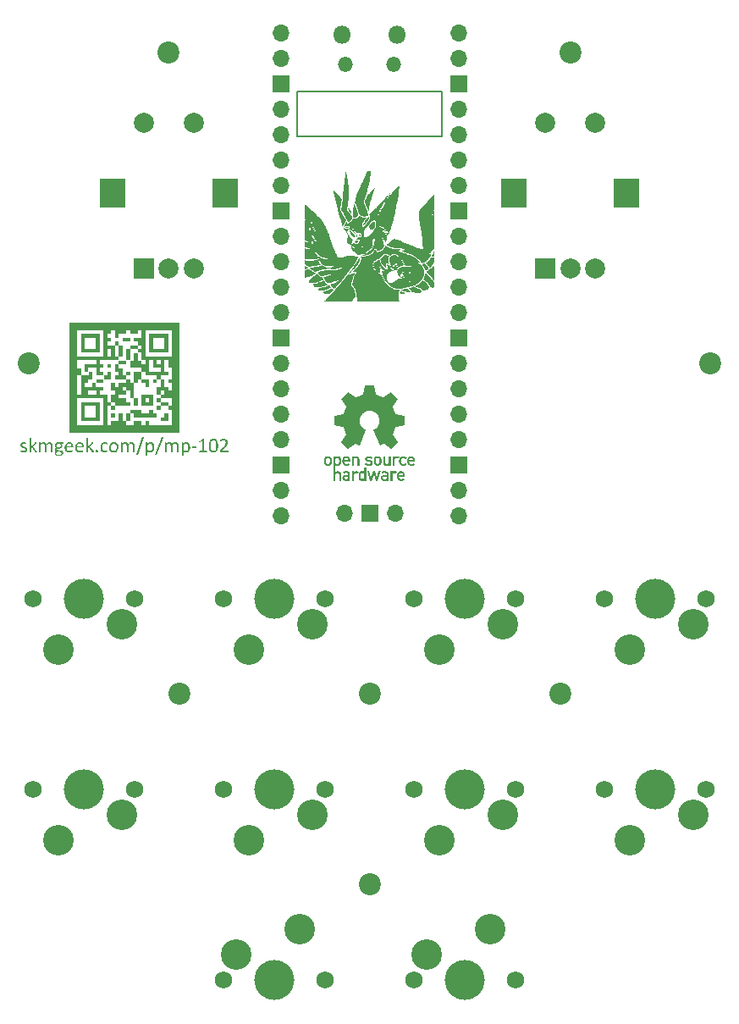
<source format=gts>
%TF.GenerationSoftware,KiCad,Pcbnew,8.0.4*%
%TF.CreationDate,2024-09-06T01:45:46+10:00*%
%TF.ProjectId,PCB,5043422e-6b69-4636-9164-5f7063625858,rev?*%
%TF.SameCoordinates,Original*%
%TF.FileFunction,Soldermask,Top*%
%TF.FilePolarity,Negative*%
%FSLAX46Y46*%
G04 Gerber Fmt 4.6, Leading zero omitted, Abs format (unit mm)*
G04 Created by KiCad (PCBNEW 8.0.4) date 2024-09-06 01:45:46*
%MOMM*%
%LPD*%
G01*
G04 APERTURE LIST*
%ADD10C,0.000000*%
%ADD11C,0.150000*%
%ADD12C,1.750000*%
%ADD13C,3.050000*%
%ADD14C,4.000000*%
%ADD15C,2.200000*%
%ADD16R,2.000000X2.000000*%
%ADD17C,2.000000*%
%ADD18R,2.500000X3.000000*%
%ADD19O,1.800000X1.800000*%
%ADD20O,1.500000X1.500000*%
%ADD21O,1.700000X1.700000*%
%ADD22R,1.700000X1.700000*%
G04 APERTURE END LIST*
D10*
G36*
X135489497Y-89515179D02*
G01*
X135530701Y-89518079D01*
X135569935Y-89523048D01*
X135588772Y-89526344D01*
X135607068Y-89530200D01*
X135624807Y-89534630D01*
X135641973Y-89539648D01*
X135658549Y-89545267D01*
X135674520Y-89551503D01*
X135689868Y-89558368D01*
X135704579Y-89565877D01*
X135718636Y-89574045D01*
X135732022Y-89582884D01*
X135744722Y-89592410D01*
X135756720Y-89602636D01*
X135767999Y-89613576D01*
X135778544Y-89625244D01*
X135788337Y-89637655D01*
X135797364Y-89650822D01*
X135805607Y-89664760D01*
X135813052Y-89679482D01*
X135819680Y-89695003D01*
X135825478Y-89711336D01*
X135830428Y-89728496D01*
X135834513Y-89746497D01*
X135837720Y-89765352D01*
X135840030Y-89785076D01*
X135841427Y-89805683D01*
X135841897Y-89827187D01*
X135841897Y-90475628D01*
X135650709Y-90475628D01*
X135650709Y-90391279D01*
X135646952Y-90391279D01*
X135639263Y-90403175D01*
X135630902Y-90414242D01*
X135621816Y-90424489D01*
X135611949Y-90433924D01*
X135601246Y-90442556D01*
X135589652Y-90450393D01*
X135577114Y-90457443D01*
X135563575Y-90463716D01*
X135548982Y-90469218D01*
X135533279Y-90473960D01*
X135516412Y-90477949D01*
X135498325Y-90481194D01*
X135478964Y-90483703D01*
X135458275Y-90485484D01*
X135436202Y-90486547D01*
X135412690Y-90486899D01*
X135393096Y-90486534D01*
X135374024Y-90485449D01*
X135355481Y-90483659D01*
X135337475Y-90481182D01*
X135320010Y-90478031D01*
X135303095Y-90474224D01*
X135286735Y-90469775D01*
X135270936Y-90464702D01*
X135255706Y-90459019D01*
X135241051Y-90452742D01*
X135226977Y-90445887D01*
X135213491Y-90438470D01*
X135200599Y-90430507D01*
X135188309Y-90422013D01*
X135176625Y-90413004D01*
X135165556Y-90403496D01*
X135155107Y-90393505D01*
X135145285Y-90383047D01*
X135136096Y-90372137D01*
X135127548Y-90360791D01*
X135119646Y-90349025D01*
X135112396Y-90336855D01*
X135105807Y-90324296D01*
X135099883Y-90311364D01*
X135094632Y-90298076D01*
X135090060Y-90284446D01*
X135086173Y-90270491D01*
X135082979Y-90256226D01*
X135080483Y-90241668D01*
X135078692Y-90226831D01*
X135077613Y-90211733D01*
X135077251Y-90196387D01*
X135077455Y-90187020D01*
X135257115Y-90187020D01*
X135257715Y-90198857D01*
X135259544Y-90210449D01*
X135262641Y-90221725D01*
X135267049Y-90232612D01*
X135269756Y-90237887D01*
X135272807Y-90243039D01*
X135276206Y-90248058D01*
X135279958Y-90252935D01*
X135284069Y-90257662D01*
X135288543Y-90262228D01*
X135293385Y-90266626D01*
X135298602Y-90270847D01*
X135304197Y-90274881D01*
X135310176Y-90278719D01*
X135316545Y-90282354D01*
X135323307Y-90285774D01*
X135330470Y-90288973D01*
X135338036Y-90291940D01*
X135346013Y-90294668D01*
X135354404Y-90297146D01*
X135372452Y-90301319D01*
X135392220Y-90304388D01*
X135413751Y-90306282D01*
X135437085Y-90306930D01*
X135465732Y-90306704D01*
X135491994Y-90305917D01*
X135515945Y-90304400D01*
X135537659Y-90301986D01*
X135547701Y-90300390D01*
X135557210Y-90298506D01*
X135566198Y-90296315D01*
X135574672Y-90293794D01*
X135582643Y-90290924D01*
X135590120Y-90287682D01*
X135597111Y-90284048D01*
X135603627Y-90280001D01*
X135609675Y-90275521D01*
X135615267Y-90270585D01*
X135620410Y-90265174D01*
X135625114Y-90259265D01*
X135629389Y-90252839D01*
X135633244Y-90245875D01*
X135636687Y-90238350D01*
X135639729Y-90230245D01*
X135642378Y-90221539D01*
X135644644Y-90212209D01*
X135646536Y-90202237D01*
X135648063Y-90191600D01*
X135649235Y-90180277D01*
X135650060Y-90168248D01*
X135650548Y-90155492D01*
X135650709Y-90141987D01*
X135650709Y-90072614D01*
X135422109Y-90072614D01*
X135411738Y-90072745D01*
X135401717Y-90073137D01*
X135392044Y-90073784D01*
X135382719Y-90074685D01*
X135373741Y-90075833D01*
X135365107Y-90077227D01*
X135356816Y-90078862D01*
X135348868Y-90080734D01*
X135341259Y-90082840D01*
X135333991Y-90085176D01*
X135327060Y-90087737D01*
X135320465Y-90090521D01*
X135314206Y-90093523D01*
X135308280Y-90096740D01*
X135302687Y-90100167D01*
X135297424Y-90103802D01*
X135292492Y-90107639D01*
X135287887Y-90111677D01*
X135283609Y-90115910D01*
X135279657Y-90120335D01*
X135276029Y-90124947D01*
X135272723Y-90129745D01*
X135269739Y-90134722D01*
X135267075Y-90139877D01*
X135264729Y-90145204D01*
X135262701Y-90150701D01*
X135260988Y-90156363D01*
X135259590Y-90162186D01*
X135258505Y-90168167D01*
X135257732Y-90174303D01*
X135257269Y-90180588D01*
X135257115Y-90187020D01*
X135077455Y-90187020D01*
X135077559Y-90182228D01*
X135078480Y-90168220D01*
X135080014Y-90154382D01*
X135082159Y-90140733D01*
X135084915Y-90127295D01*
X135088282Y-90114085D01*
X135092256Y-90101124D01*
X135096839Y-90088432D01*
X135102028Y-90076027D01*
X135107822Y-90063930D01*
X135114222Y-90052160D01*
X135121224Y-90040737D01*
X135128830Y-90029680D01*
X135137037Y-90019008D01*
X135145844Y-90008743D01*
X135155250Y-89998902D01*
X135165256Y-89989506D01*
X135175858Y-89980574D01*
X135187057Y-89972125D01*
X135198851Y-89964181D01*
X135211240Y-89956759D01*
X135224221Y-89949880D01*
X135237795Y-89943563D01*
X135251961Y-89937827D01*
X135266716Y-89932694D01*
X135282061Y-89928181D01*
X135297993Y-89924308D01*
X135314513Y-89921096D01*
X135331619Y-89918564D01*
X135349310Y-89916730D01*
X135367585Y-89915616D01*
X135386443Y-89915240D01*
X135650709Y-89915240D01*
X135650709Y-89815916D01*
X135650023Y-89799732D01*
X135649160Y-89792137D01*
X135647945Y-89784867D01*
X135646375Y-89777918D01*
X135644446Y-89771285D01*
X135642153Y-89764962D01*
X135639493Y-89758946D01*
X135636463Y-89753231D01*
X135633059Y-89747813D01*
X135629276Y-89742687D01*
X135625112Y-89737848D01*
X135620562Y-89733291D01*
X135615622Y-89729012D01*
X135610289Y-89725006D01*
X135604559Y-89721268D01*
X135598429Y-89717794D01*
X135591894Y-89714578D01*
X135577595Y-89708903D01*
X135561633Y-89704206D01*
X135543977Y-89700448D01*
X135524598Y-89697591D01*
X135503465Y-89695598D01*
X135480548Y-89694430D01*
X135455817Y-89694049D01*
X135437799Y-89694274D01*
X135420952Y-89694964D01*
X135405219Y-89696146D01*
X135390543Y-89697842D01*
X135383583Y-89698890D01*
X135376865Y-89700077D01*
X135370383Y-89701404D01*
X135364130Y-89702875D01*
X135358097Y-89704494D01*
X135352278Y-89706262D01*
X135346665Y-89708184D01*
X135341252Y-89710261D01*
X135336032Y-89712498D01*
X135330996Y-89714897D01*
X135326138Y-89717462D01*
X135321451Y-89720195D01*
X135316927Y-89723099D01*
X135312560Y-89726178D01*
X135308342Y-89729434D01*
X135304265Y-89732871D01*
X135300324Y-89736491D01*
X135296510Y-89740299D01*
X135292816Y-89744296D01*
X135289235Y-89748485D01*
X135285760Y-89752871D01*
X135282385Y-89757455D01*
X135279100Y-89762242D01*
X135275900Y-89767233D01*
X135125988Y-89652933D01*
X135140064Y-89634684D01*
X135154896Y-89617894D01*
X135170491Y-89602523D01*
X135186857Y-89588533D01*
X135204004Y-89575885D01*
X135221938Y-89564540D01*
X135240669Y-89554459D01*
X135260204Y-89545604D01*
X135280552Y-89537936D01*
X135301722Y-89531416D01*
X135323721Y-89526006D01*
X135346558Y-89521666D01*
X135370241Y-89518358D01*
X135394779Y-89516043D01*
X135420179Y-89514683D01*
X135446451Y-89514238D01*
X135489497Y-89515179D01*
G37*
D11*
X130555000Y-51568000D02*
X145033000Y-51568000D01*
X145033000Y-56013000D01*
X130555000Y-56013000D01*
X130555000Y-51568000D01*
D10*
G36*
X137455697Y-90475628D02*
G01*
X137264562Y-90475628D01*
X137264562Y-90376303D01*
X137252995Y-90388341D01*
X137240796Y-90399864D01*
X137227992Y-90410836D01*
X137214611Y-90421221D01*
X137200680Y-90430982D01*
X137186227Y-90440085D01*
X137171279Y-90448492D01*
X137155864Y-90456167D01*
X137140010Y-90463075D01*
X137123743Y-90469179D01*
X137107092Y-90474443D01*
X137090083Y-90478830D01*
X137072745Y-90482306D01*
X137055105Y-90484833D01*
X137037190Y-90486376D01*
X137019028Y-90486899D01*
X137008228Y-90486746D01*
X136997613Y-90486292D01*
X136987185Y-90485542D01*
X136976943Y-90484504D01*
X136966887Y-90483183D01*
X136957016Y-90481585D01*
X136947329Y-90479716D01*
X136937827Y-90477584D01*
X136928509Y-90475193D01*
X136919375Y-90472550D01*
X136910424Y-90469661D01*
X136901656Y-90466533D01*
X136893071Y-90463172D01*
X136884668Y-90459583D01*
X136868408Y-90451749D01*
X136852872Y-90443080D01*
X136838059Y-90433625D01*
X136823965Y-90423435D01*
X136810587Y-90412559D01*
X136797923Y-90401046D01*
X136785969Y-90388945D01*
X136774723Y-90376307D01*
X136764181Y-90363180D01*
X136754773Y-90350552D01*
X136746211Y-90337796D01*
X136738462Y-90324652D01*
X136731494Y-90310857D01*
X136725273Y-90296152D01*
X136719766Y-90280276D01*
X136714940Y-90262967D01*
X136710762Y-90243965D01*
X136707200Y-90223009D01*
X136704219Y-90199838D01*
X136701788Y-90174192D01*
X136699873Y-90145809D01*
X136697459Y-90079790D01*
X136696713Y-89999695D01*
X136887848Y-89999695D01*
X136887997Y-90027411D01*
X136888602Y-90054909D01*
X136889898Y-90081974D01*
X136892122Y-90108388D01*
X136895511Y-90133935D01*
X136897715Y-90146316D01*
X136900299Y-90158399D01*
X136903292Y-90170156D01*
X136906724Y-90181561D01*
X136910623Y-90192587D01*
X136915020Y-90203206D01*
X136919945Y-90213391D01*
X136925426Y-90223116D01*
X136931493Y-90232353D01*
X136938175Y-90241075D01*
X136945503Y-90249255D01*
X136953506Y-90256866D01*
X136962213Y-90263880D01*
X136971653Y-90270272D01*
X136981857Y-90276013D01*
X136992853Y-90281076D01*
X137004671Y-90285435D01*
X137017342Y-90289062D01*
X137030893Y-90291930D01*
X137045356Y-90294012D01*
X137060758Y-90295281D01*
X137077131Y-90295711D01*
X137093335Y-90295255D01*
X137108580Y-90293910D01*
X137122895Y-90291707D01*
X137136308Y-90288680D01*
X137148850Y-90284859D01*
X137160550Y-90280278D01*
X137171436Y-90274968D01*
X137181538Y-90268962D01*
X137190884Y-90262292D01*
X137199505Y-90254990D01*
X137207429Y-90247088D01*
X137214686Y-90238619D01*
X137221304Y-90229615D01*
X137227313Y-90220108D01*
X137232742Y-90210130D01*
X137237620Y-90199713D01*
X137241977Y-90188891D01*
X137245841Y-90177694D01*
X137252208Y-90154306D01*
X137256955Y-90129809D01*
X137260316Y-90104460D01*
X137262524Y-90078516D01*
X137263811Y-90052235D01*
X137264562Y-89999695D01*
X137264413Y-89973838D01*
X137263811Y-89947758D01*
X137262524Y-89921714D01*
X137260316Y-89895969D01*
X137256955Y-89870783D01*
X137254769Y-89858481D01*
X137252208Y-89846417D01*
X137249241Y-89834624D01*
X137245841Y-89823133D01*
X137241977Y-89811978D01*
X137237620Y-89801192D01*
X137232742Y-89790806D01*
X137227313Y-89780854D01*
X137221304Y-89771368D01*
X137214686Y-89762381D01*
X137207429Y-89753925D01*
X137199505Y-89746033D01*
X137190884Y-89738738D01*
X137181538Y-89732072D01*
X137171436Y-89726069D01*
X137160550Y-89720760D01*
X137148850Y-89716178D01*
X137136308Y-89712356D01*
X137122895Y-89709327D01*
X137108580Y-89707122D01*
X137093335Y-89705776D01*
X137077131Y-89705320D01*
X137060758Y-89705749D01*
X137045356Y-89707019D01*
X137030893Y-89709102D01*
X137017342Y-89711970D01*
X137004671Y-89715596D01*
X136992853Y-89719953D01*
X136981857Y-89725012D01*
X136971653Y-89730748D01*
X136962213Y-89737131D01*
X136953506Y-89744136D01*
X136945503Y-89751733D01*
X136938175Y-89759897D01*
X136931493Y-89768598D01*
X136925426Y-89777811D01*
X136919945Y-89787507D01*
X136915020Y-89797659D01*
X136910623Y-89808240D01*
X136906724Y-89819221D01*
X136900299Y-89842278D01*
X136895511Y-89866609D01*
X136892122Y-89891995D01*
X136889898Y-89918216D01*
X136888602Y-89945053D01*
X136887848Y-89999695D01*
X136696713Y-89999695D01*
X136696894Y-89958047D01*
X136697459Y-89920142D01*
X136698441Y-89885723D01*
X136699873Y-89854532D01*
X136701788Y-89826309D01*
X136704219Y-89800797D01*
X136707200Y-89777738D01*
X136710762Y-89756874D01*
X136714940Y-89737945D01*
X136717270Y-89729126D01*
X136719766Y-89720694D01*
X136722432Y-89712617D01*
X136725273Y-89704863D01*
X136728292Y-89697398D01*
X136731494Y-89690192D01*
X136738462Y-89676425D01*
X136746211Y-89663302D01*
X136754773Y-89650565D01*
X136764181Y-89637957D01*
X136774723Y-89624812D01*
X136785969Y-89612161D01*
X136797923Y-89600051D01*
X136810587Y-89588533D01*
X136823965Y-89577654D01*
X136838059Y-89567465D01*
X136852872Y-89558013D01*
X136868408Y-89549348D01*
X136884668Y-89541519D01*
X136901656Y-89534575D01*
X136919375Y-89528565D01*
X136937827Y-89523538D01*
X136957016Y-89519543D01*
X136976943Y-89516628D01*
X136997613Y-89514844D01*
X137019028Y-89514238D01*
X137037066Y-89514759D01*
X137054643Y-89516302D01*
X137071779Y-89518833D01*
X137088498Y-89522320D01*
X137104821Y-89526729D01*
X137120771Y-89532028D01*
X137136369Y-89538183D01*
X137151638Y-89545161D01*
X137166598Y-89552930D01*
X137181274Y-89561457D01*
X137195685Y-89570709D01*
X137209856Y-89580653D01*
X137223806Y-89591255D01*
X137237560Y-89602483D01*
X137251137Y-89614305D01*
X137264562Y-89626686D01*
X137264562Y-89141228D01*
X137455697Y-89141228D01*
X137455697Y-90475628D01*
G37*
G36*
X138244748Y-80909350D02*
G01*
X138246762Y-80909500D01*
X138248767Y-80909747D01*
X138250758Y-80910087D01*
X138252734Y-80910520D01*
X138254690Y-80911042D01*
X138256625Y-80911650D01*
X138258535Y-80912344D01*
X138260417Y-80913119D01*
X138262268Y-80913973D01*
X138264085Y-80914905D01*
X138265865Y-80915911D01*
X138267606Y-80916989D01*
X138269303Y-80918137D01*
X138270955Y-80919351D01*
X138272558Y-80920631D01*
X138274109Y-80921972D01*
X138275606Y-80923374D01*
X138277044Y-80924832D01*
X138278422Y-80926345D01*
X138279736Y-80927911D01*
X138280984Y-80929526D01*
X138282162Y-80931189D01*
X138283267Y-80932897D01*
X138284296Y-80934647D01*
X138285247Y-80936437D01*
X138286117Y-80938264D01*
X138286901Y-80940126D01*
X138287598Y-80942021D01*
X138288205Y-80943946D01*
X138288718Y-80945899D01*
X138289134Y-80947876D01*
X138456616Y-81847618D01*
X138457039Y-81849612D01*
X138457553Y-81851612D01*
X138458840Y-81855620D01*
X138460456Y-81859615D01*
X138462378Y-81863572D01*
X138464582Y-81867464D01*
X138467048Y-81871264D01*
X138469751Y-81874948D01*
X138472669Y-81878489D01*
X138475781Y-81881860D01*
X138479062Y-81885036D01*
X138482492Y-81887990D01*
X138486046Y-81890697D01*
X138489704Y-81893129D01*
X138493441Y-81895262D01*
X138495333Y-81896208D01*
X138497236Y-81897069D01*
X138499148Y-81897842D01*
X138501066Y-81898524D01*
X139104104Y-82145380D01*
X139107850Y-82147030D01*
X139111823Y-82148407D01*
X139115988Y-82149516D01*
X139120310Y-82150357D01*
X139124754Y-82150934D01*
X139129284Y-82151249D01*
X139133867Y-82151304D01*
X139138466Y-82151102D01*
X139143048Y-82150645D01*
X139147576Y-82149936D01*
X139152017Y-82148976D01*
X139156335Y-82147769D01*
X139160495Y-82146317D01*
X139164462Y-82144621D01*
X139168201Y-82142686D01*
X139171678Y-82140512D01*
X139923359Y-81624680D01*
X139925052Y-81623577D01*
X139926796Y-81622560D01*
X139928585Y-81621629D01*
X139930418Y-81620782D01*
X139932288Y-81620021D01*
X139934194Y-81619343D01*
X139936130Y-81618750D01*
X139938094Y-81618241D01*
X139940081Y-81617815D01*
X139942088Y-81617472D01*
X139946144Y-81617034D01*
X139950232Y-81616924D01*
X139954322Y-81617140D01*
X139958383Y-81617678D01*
X139962384Y-81618535D01*
X139966295Y-81619709D01*
X139968206Y-81620414D01*
X139970084Y-81621198D01*
X139971924Y-81622059D01*
X139973722Y-81622998D01*
X139975475Y-81624013D01*
X139977178Y-81625106D01*
X139978828Y-81626275D01*
X139980421Y-81627520D01*
X139981953Y-81628840D01*
X139983420Y-81630237D01*
X140616462Y-82263279D01*
X140617858Y-82264746D01*
X140619178Y-82266279D01*
X140620422Y-82267872D01*
X140621589Y-82269523D01*
X140622679Y-82271227D01*
X140623692Y-82272981D01*
X140625486Y-82276623D01*
X140626968Y-82280416D01*
X140628136Y-82284331D01*
X140628987Y-82288337D01*
X140629519Y-82292403D01*
X140629730Y-82296497D01*
X140629618Y-82300591D01*
X140629180Y-82304651D01*
X140628413Y-82308649D01*
X140627316Y-82312553D01*
X140626643Y-82314459D01*
X140625886Y-82316331D01*
X140625045Y-82318164D01*
X140624121Y-82319955D01*
X140623112Y-82321699D01*
X140622018Y-82323392D01*
X140115182Y-83062109D01*
X140113002Y-83065600D01*
X140111067Y-83069346D01*
X140109380Y-83073311D01*
X140107942Y-83077462D01*
X140106756Y-83081764D01*
X140105824Y-83086184D01*
X140105148Y-83090688D01*
X140104731Y-83095241D01*
X140104574Y-83099810D01*
X140104679Y-83104360D01*
X140105049Y-83108857D01*
X140105686Y-83113268D01*
X140106593Y-83117559D01*
X140107770Y-83121694D01*
X140109222Y-83125641D01*
X140110948Y-83129366D01*
X140377596Y-83751454D01*
X140379119Y-83755274D01*
X140380991Y-83759059D01*
X140383187Y-83762786D01*
X140385678Y-83766434D01*
X140388440Y-83769978D01*
X140391446Y-83773398D01*
X140394668Y-83776670D01*
X140398082Y-83779771D01*
X140401660Y-83782680D01*
X140405375Y-83785373D01*
X140409202Y-83787828D01*
X140413114Y-83790023D01*
X140417085Y-83791934D01*
X140421088Y-83793540D01*
X140425096Y-83794818D01*
X140429084Y-83795745D01*
X141298981Y-83957511D01*
X141300954Y-83957937D01*
X141302902Y-83958459D01*
X141304822Y-83959073D01*
X141306713Y-83959777D01*
X141308572Y-83960568D01*
X141310396Y-83961443D01*
X141312182Y-83962399D01*
X141313929Y-83963432D01*
X141317293Y-83965722D01*
X141320469Y-83968289D01*
X141323435Y-83971110D01*
X141326173Y-83974160D01*
X141328663Y-83977417D01*
X141330883Y-83980857D01*
X141332815Y-83984457D01*
X141333667Y-83986309D01*
X141334439Y-83988192D01*
X141335129Y-83990104D01*
X141335735Y-83992040D01*
X141336253Y-83993999D01*
X141336682Y-83995977D01*
X141337018Y-83997972D01*
X141337261Y-83999980D01*
X141337406Y-84001999D01*
X141337451Y-84004025D01*
X141337345Y-84899322D01*
X141337295Y-84901344D01*
X141337145Y-84903359D01*
X141336898Y-84905365D01*
X141336556Y-84907359D01*
X141336122Y-84909336D01*
X141335599Y-84911296D01*
X141334989Y-84913233D01*
X141334294Y-84915146D01*
X141333518Y-84917032D01*
X141332662Y-84918887D01*
X141331728Y-84920707D01*
X141330721Y-84922492D01*
X141329641Y-84924236D01*
X141328492Y-84925938D01*
X141327276Y-84927593D01*
X141325995Y-84929200D01*
X141324652Y-84930755D01*
X141323250Y-84932255D01*
X141321791Y-84933697D01*
X141320277Y-84935077D01*
X141318711Y-84936394D01*
X141317096Y-84937644D01*
X141315433Y-84938823D01*
X141313727Y-84939930D01*
X141311978Y-84940960D01*
X141310189Y-84941911D01*
X141308364Y-84942779D01*
X141306504Y-84943563D01*
X141304612Y-84944258D01*
X141302691Y-84944861D01*
X141300743Y-84945371D01*
X141298770Y-84945783D01*
X140450251Y-85103686D01*
X140448253Y-85104095D01*
X140446251Y-85104597D01*
X140444248Y-85105189D01*
X140442247Y-85105868D01*
X140438265Y-85107473D01*
X140434328Y-85109391D01*
X140430463Y-85111598D01*
X140426695Y-85114071D01*
X140423050Y-85116786D01*
X140419552Y-85119720D01*
X140416227Y-85122850D01*
X140413100Y-85126153D01*
X140410197Y-85129606D01*
X140407544Y-85133184D01*
X140405164Y-85136866D01*
X140403085Y-85140627D01*
X140401330Y-85144444D01*
X140400583Y-85146367D01*
X140399926Y-85148295D01*
X140135026Y-85810018D01*
X140133387Y-85813781D01*
X140132021Y-85817768D01*
X140130925Y-85821942D01*
X140130095Y-85826269D01*
X140129531Y-85830715D01*
X140129228Y-85835245D01*
X140129184Y-85839825D01*
X140129397Y-85844420D01*
X140129863Y-85848996D01*
X140130580Y-85853518D01*
X140131545Y-85857952D01*
X140132756Y-85862264D01*
X140134210Y-85866418D01*
X140135903Y-85870380D01*
X140137834Y-85874117D01*
X140140000Y-85877592D01*
X140622017Y-86579955D01*
X140623120Y-86581649D01*
X140624137Y-86583393D01*
X140625069Y-86585184D01*
X140625915Y-86587018D01*
X140626677Y-86588891D01*
X140627354Y-86590800D01*
X140627947Y-86592739D01*
X140628456Y-86594707D01*
X140628882Y-86596698D01*
X140629225Y-86598708D01*
X140629663Y-86602773D01*
X140629773Y-86606871D01*
X140629558Y-86610971D01*
X140629020Y-86615042D01*
X140628163Y-86619052D01*
X140626988Y-86622972D01*
X140626283Y-86624888D01*
X140625500Y-86626769D01*
X140624639Y-86628613D01*
X140623700Y-86630414D01*
X140622685Y-86632169D01*
X140621592Y-86633875D01*
X140620423Y-86635527D01*
X140619178Y-86637121D01*
X140617858Y-86638654D01*
X140616461Y-86640122D01*
X139983313Y-87273163D01*
X139981855Y-87274550D01*
X139980331Y-87275862D01*
X139978745Y-87277098D01*
X139977101Y-87278260D01*
X139975403Y-87279345D01*
X139973655Y-87280354D01*
X139970022Y-87282143D01*
X139966235Y-87283623D01*
X139962324Y-87284791D01*
X139958320Y-87285645D01*
X139954255Y-87286181D01*
X139950160Y-87286398D01*
X139946065Y-87286291D01*
X139942003Y-87285860D01*
X139938003Y-87285100D01*
X139934097Y-87284008D01*
X139932189Y-87283338D01*
X139930316Y-87282583D01*
X139928482Y-87281744D01*
X139926691Y-87280821D01*
X139924947Y-87279813D01*
X139923253Y-87278720D01*
X139233272Y-86805169D01*
X139229804Y-86803010D01*
X139226089Y-86801116D01*
X139222162Y-86799490D01*
X139218056Y-86798131D01*
X139213804Y-86797039D01*
X139209441Y-86796217D01*
X139205001Y-86795663D01*
X139200517Y-86795379D01*
X139196023Y-86795366D01*
X139191553Y-86795623D01*
X139187141Y-86796152D01*
X139182820Y-86796954D01*
X139178624Y-86798028D01*
X139174587Y-86799375D01*
X139170744Y-86800997D01*
X139167127Y-86802894D01*
X138862856Y-86965347D01*
X138861036Y-86966213D01*
X138859202Y-86966973D01*
X138857356Y-86967630D01*
X138855500Y-86968185D01*
X138853639Y-86968639D01*
X138851776Y-86968993D01*
X138849914Y-86969248D01*
X138848055Y-86969406D01*
X138846203Y-86969467D01*
X138844362Y-86969433D01*
X138842534Y-86969304D01*
X138840722Y-86969083D01*
X138838931Y-86968770D01*
X138837162Y-86968367D01*
X138835419Y-86967874D01*
X138833705Y-86967292D01*
X138832024Y-86966624D01*
X138830379Y-86965869D01*
X138828772Y-86965030D01*
X138827207Y-86964107D01*
X138825687Y-86963102D01*
X138824215Y-86962015D01*
X138822795Y-86960849D01*
X138821430Y-86959603D01*
X138820122Y-86958279D01*
X138818875Y-86956879D01*
X138817692Y-86955403D01*
X138816576Y-86953853D01*
X138815531Y-86952230D01*
X138814559Y-86950535D01*
X138813665Y-86948769D01*
X138812850Y-86946933D01*
X138185522Y-85430976D01*
X138184797Y-85429090D01*
X138184168Y-85427176D01*
X138183633Y-85425236D01*
X138183193Y-85423275D01*
X138182844Y-85421297D01*
X138182587Y-85419304D01*
X138182420Y-85417300D01*
X138182342Y-85415289D01*
X138182352Y-85413275D01*
X138182448Y-85411262D01*
X138182629Y-85409252D01*
X138182894Y-85407249D01*
X138183241Y-85405257D01*
X138183670Y-85403280D01*
X138184180Y-85401322D01*
X138184768Y-85399385D01*
X138185434Y-85397473D01*
X138186177Y-85395591D01*
X138186996Y-85393741D01*
X138187888Y-85391927D01*
X138188853Y-85390153D01*
X138189890Y-85388423D01*
X138190998Y-85386740D01*
X138192175Y-85385107D01*
X138193420Y-85383529D01*
X138194732Y-85382008D01*
X138196109Y-85380549D01*
X138197551Y-85379155D01*
X138199056Y-85377830D01*
X138200623Y-85376577D01*
X138202250Y-85375400D01*
X138203937Y-85374302D01*
X138280084Y-85327683D01*
X138285565Y-85324192D01*
X138291417Y-85320208D01*
X138297529Y-85315818D01*
X138303791Y-85311107D01*
X138310093Y-85306163D01*
X138316324Y-85301072D01*
X138322374Y-85295922D01*
X138328133Y-85290800D01*
X138378541Y-85256297D01*
X138426648Y-85218834D01*
X138472324Y-85178544D01*
X138515436Y-85135555D01*
X138555855Y-85090000D01*
X138593447Y-85042008D01*
X138628082Y-84991709D01*
X138659629Y-84939235D01*
X138687957Y-84884715D01*
X138712933Y-84828281D01*
X138734427Y-84770063D01*
X138752308Y-84710192D01*
X138766444Y-84648797D01*
X138776703Y-84586010D01*
X138782955Y-84521961D01*
X138785068Y-84456780D01*
X138783780Y-84405828D01*
X138779957Y-84355544D01*
X138773660Y-84305992D01*
X138764953Y-84257233D01*
X138753898Y-84209329D01*
X138740556Y-84162344D01*
X138724990Y-84116338D01*
X138707262Y-84071375D01*
X138687434Y-84027516D01*
X138665570Y-83984824D01*
X138641729Y-83943361D01*
X138615976Y-83903188D01*
X138588372Y-83864369D01*
X138558980Y-83826965D01*
X138527861Y-83791039D01*
X138495078Y-83756653D01*
X138460694Y-83723869D01*
X138424769Y-83692749D01*
X138387367Y-83663356D01*
X138348550Y-83635751D01*
X138308379Y-83609998D01*
X138266918Y-83586157D01*
X138224228Y-83564292D01*
X138180372Y-83544464D01*
X138135412Y-83526736D01*
X138089409Y-83511170D01*
X138042427Y-83497828D01*
X137994528Y-83486772D01*
X137945773Y-83478065D01*
X137896224Y-83471768D01*
X137845945Y-83467945D01*
X137794998Y-83466657D01*
X137744050Y-83467945D01*
X137693770Y-83471768D01*
X137644221Y-83478065D01*
X137595465Y-83486772D01*
X137547564Y-83497828D01*
X137500581Y-83511170D01*
X137454577Y-83526736D01*
X137409615Y-83544464D01*
X137365756Y-83564292D01*
X137323065Y-83586157D01*
X137281601Y-83609998D01*
X137241429Y-83635751D01*
X137202609Y-83663356D01*
X137165205Y-83692749D01*
X137129278Y-83723869D01*
X137094890Y-83756653D01*
X137062105Y-83791039D01*
X137030984Y-83826965D01*
X137001589Y-83864369D01*
X136973983Y-83903188D01*
X136948227Y-83943361D01*
X136924385Y-83984824D01*
X136902518Y-84027516D01*
X136882689Y-84071375D01*
X136864959Y-84116338D01*
X136849392Y-84162344D01*
X136836048Y-84209329D01*
X136824991Y-84257233D01*
X136816283Y-84305992D01*
X136809986Y-84355544D01*
X136806162Y-84405828D01*
X136804874Y-84456780D01*
X136805405Y-84489504D01*
X136806988Y-84521961D01*
X136809605Y-84554135D01*
X136813241Y-84586010D01*
X136817879Y-84617569D01*
X136823503Y-84648797D01*
X136830096Y-84679677D01*
X136837642Y-84710192D01*
X136846124Y-84740326D01*
X136855526Y-84770063D01*
X136865831Y-84799387D01*
X136877023Y-84828281D01*
X136889086Y-84856730D01*
X136902003Y-84884715D01*
X136930333Y-84939235D01*
X136961882Y-84991709D01*
X136996519Y-85042008D01*
X137034111Y-85090000D01*
X137074528Y-85135556D01*
X137117638Y-85178544D01*
X137163309Y-85218834D01*
X137211410Y-85256297D01*
X137261809Y-85290800D01*
X137267601Y-85295922D01*
X137273672Y-85301072D01*
X137279916Y-85306163D01*
X137286224Y-85311106D01*
X137292491Y-85315817D01*
X137298607Y-85320208D01*
X137304468Y-85324192D01*
X137309964Y-85327683D01*
X137386111Y-85374302D01*
X137387808Y-85375400D01*
X137389444Y-85376577D01*
X137391018Y-85377830D01*
X137392530Y-85379155D01*
X137393978Y-85380549D01*
X137395361Y-85382008D01*
X137397925Y-85385107D01*
X137400215Y-85388423D01*
X137402221Y-85391927D01*
X137403932Y-85395591D01*
X137405340Y-85399385D01*
X137406434Y-85403280D01*
X137407206Y-85407249D01*
X137407645Y-85411262D01*
X137407743Y-85415289D01*
X137407490Y-85419304D01*
X137407228Y-85421297D01*
X137406875Y-85423275D01*
X137406430Y-85425236D01*
X137405891Y-85427176D01*
X137405256Y-85429090D01*
X137404526Y-85430976D01*
X136777146Y-86946880D01*
X136776331Y-86948716D01*
X136775436Y-86950483D01*
X136774464Y-86952179D01*
X136773418Y-86953803D01*
X136772301Y-86955354D01*
X136771117Y-86956831D01*
X136769868Y-86958233D01*
X136768559Y-86959558D01*
X136767192Y-86960805D01*
X136765770Y-86961974D01*
X136764297Y-86963062D01*
X136762775Y-86964069D01*
X136761209Y-86964993D01*
X136759600Y-86965834D01*
X136757953Y-86966590D01*
X136756271Y-86967260D01*
X136754556Y-86967842D01*
X136752812Y-86968336D01*
X136751043Y-86968740D01*
X136749250Y-86969054D01*
X136747438Y-86969275D01*
X136745611Y-86969404D01*
X136743769Y-86969437D01*
X136741919Y-86969375D01*
X136740061Y-86969217D01*
X136738200Y-86968960D01*
X136736339Y-86968604D01*
X136734480Y-86968148D01*
X136732628Y-86967590D01*
X136730785Y-86966930D01*
X136728955Y-86966165D01*
X136727140Y-86965295D01*
X136422869Y-86802841D01*
X136419261Y-86800945D01*
X136415424Y-86799325D01*
X136411391Y-86797980D01*
X136407198Y-86796908D01*
X136402879Y-86796110D01*
X136398466Y-86795585D01*
X136393995Y-86795330D01*
X136389499Y-86795347D01*
X136385012Y-86795633D01*
X136380568Y-86796188D01*
X136376202Y-86797010D01*
X136371948Y-86798101D01*
X136367838Y-86799457D01*
X136363909Y-86801079D01*
X136360192Y-86802966D01*
X136356723Y-86805116D01*
X135666796Y-87278668D01*
X135665098Y-87279761D01*
X135663349Y-87280769D01*
X135661555Y-87281692D01*
X135659718Y-87282531D01*
X135657842Y-87283285D01*
X135655932Y-87283956D01*
X135653991Y-87284543D01*
X135652023Y-87285047D01*
X135650032Y-87285468D01*
X135648021Y-87285807D01*
X135643957Y-87286239D01*
X135639862Y-87286345D01*
X135635767Y-87286129D01*
X135631702Y-87285592D01*
X135627698Y-87284738D01*
X135623786Y-87283570D01*
X135621874Y-87282869D01*
X135619997Y-87282090D01*
X135618158Y-87281235D01*
X135616361Y-87280302D01*
X135614610Y-87279293D01*
X135612910Y-87278207D01*
X135611263Y-87277046D01*
X135609673Y-87275809D01*
X135608145Y-87274498D01*
X135606682Y-87273111D01*
X134973534Y-86640069D01*
X134972143Y-86638601D01*
X134970827Y-86637068D01*
X134969586Y-86635474D01*
X134968421Y-86633822D01*
X134967332Y-86632117D01*
X134966320Y-86630361D01*
X134964525Y-86626717D01*
X134963041Y-86622919D01*
X134961870Y-86619000D01*
X134961015Y-86614989D01*
X134960477Y-86610919D01*
X134960261Y-86606819D01*
X134960370Y-86602721D01*
X134960804Y-86598656D01*
X134961569Y-86594654D01*
X134962666Y-86590747D01*
X134963340Y-86588839D01*
X134964098Y-86586966D01*
X134964940Y-86585132D01*
X134965868Y-86583341D01*
X134966880Y-86581596D01*
X134967978Y-86579903D01*
X135449943Y-85877540D01*
X135452127Y-85874064D01*
X135454072Y-85870328D01*
X135455778Y-85866365D01*
X135457240Y-85862211D01*
X135458457Y-85857900D01*
X135459426Y-85853466D01*
X135460146Y-85848944D01*
X135460613Y-85844368D01*
X135460825Y-85839772D01*
X135460779Y-85835192D01*
X135460474Y-85830662D01*
X135459907Y-85826216D01*
X135459076Y-85821889D01*
X135457977Y-85817715D01*
X135456610Y-85813729D01*
X135454970Y-85809965D01*
X135190069Y-85148242D01*
X135189417Y-85146314D01*
X135188673Y-85144392D01*
X135186922Y-85140574D01*
X135184842Y-85136813D01*
X135182459Y-85133131D01*
X135179799Y-85129553D01*
X135176888Y-85126100D01*
X135173752Y-85122798D01*
X135170418Y-85119667D01*
X135166910Y-85116733D01*
X135163255Y-85114018D01*
X135159479Y-85111546D01*
X135155608Y-85109339D01*
X135151668Y-85107421D01*
X135147685Y-85105815D01*
X135143684Y-85104545D01*
X135141686Y-85104043D01*
X135139693Y-85103634D01*
X134291174Y-84945730D01*
X134289196Y-84945318D01*
X134287244Y-84944809D01*
X134285319Y-84944205D01*
X134283424Y-84943510D01*
X134281562Y-84942727D01*
X134279734Y-84941858D01*
X134277945Y-84940907D01*
X134276195Y-84939877D01*
X134274487Y-84938771D01*
X134272824Y-84937591D01*
X134269643Y-84935025D01*
X134266672Y-84932202D01*
X134263929Y-84929147D01*
X134261434Y-84925885D01*
X134259209Y-84922439D01*
X134257271Y-84918834D01*
X134255641Y-84915094D01*
X134254948Y-84913181D01*
X134254340Y-84911243D01*
X134253818Y-84909284D01*
X134253385Y-84907306D01*
X134253044Y-84905312D01*
X134252798Y-84903307D01*
X134252648Y-84901291D01*
X134252598Y-84899269D01*
X134252545Y-84003972D01*
X134252595Y-84001951D01*
X134252744Y-83999937D01*
X134252990Y-83997933D01*
X134253330Y-83995942D01*
X134253761Y-83993968D01*
X134254282Y-83992012D01*
X134254889Y-83990079D01*
X134255581Y-83988170D01*
X134256355Y-83986289D01*
X134257207Y-83984440D01*
X134258137Y-83982624D01*
X134259142Y-83980844D01*
X134260218Y-83979105D01*
X134261364Y-83977408D01*
X134262578Y-83975757D01*
X134263856Y-83974154D01*
X134265196Y-83972602D01*
X134266597Y-83971105D01*
X134268054Y-83969666D01*
X134269567Y-83968287D01*
X134271133Y-83966971D01*
X134272748Y-83965721D01*
X134274411Y-83964540D01*
X134276119Y-83963432D01*
X134277870Y-83962398D01*
X134279662Y-83961442D01*
X134281491Y-83960568D01*
X134283356Y-83959777D01*
X134285254Y-83959073D01*
X134287182Y-83958459D01*
X134289139Y-83957937D01*
X134291121Y-83957511D01*
X135160965Y-83795745D01*
X135162965Y-83795327D01*
X135164971Y-83794818D01*
X135168994Y-83793540D01*
X135173009Y-83791934D01*
X135176988Y-83790023D01*
X135180905Y-83787828D01*
X135184735Y-83785373D01*
X135188451Y-83782680D01*
X135192027Y-83779771D01*
X135195437Y-83776670D01*
X135198655Y-83773398D01*
X135201654Y-83769978D01*
X135204408Y-83766434D01*
X135206891Y-83762786D01*
X135209077Y-83759059D01*
X135210940Y-83755274D01*
X135211742Y-83753367D01*
X135212453Y-83751454D01*
X135479153Y-83129366D01*
X135480871Y-83125641D01*
X135482314Y-83121694D01*
X135483485Y-83117559D01*
X135484386Y-83113268D01*
X135485020Y-83108857D01*
X135485388Y-83104360D01*
X135485494Y-83099810D01*
X135485338Y-83095241D01*
X135484924Y-83090688D01*
X135484253Y-83086184D01*
X135483329Y-83081764D01*
X135482152Y-83077462D01*
X135480726Y-83073311D01*
X135479053Y-83069346D01*
X135477134Y-83065600D01*
X135474973Y-83062109D01*
X134968084Y-82323392D01*
X134966981Y-82321699D01*
X134965965Y-82319955D01*
X134965034Y-82318164D01*
X134964188Y-82316331D01*
X134963428Y-82314459D01*
X134962752Y-82312553D01*
X134962160Y-82310614D01*
X134961652Y-82308649D01*
X134961228Y-82306660D01*
X134960887Y-82304651D01*
X134960452Y-82300591D01*
X134960345Y-82296497D01*
X134960563Y-82292403D01*
X134961103Y-82288337D01*
X134961962Y-82284331D01*
X134963137Y-82280416D01*
X134963841Y-82278502D01*
X134964624Y-82276623D01*
X134965484Y-82274781D01*
X134966421Y-82272981D01*
X134967435Y-82271227D01*
X134968525Y-82269523D01*
X134969691Y-82267872D01*
X134970932Y-82266279D01*
X134972249Y-82264746D01*
X134973640Y-82263279D01*
X135606736Y-81630237D01*
X135608198Y-81628841D01*
X135609726Y-81627520D01*
X135611316Y-81626275D01*
X135612963Y-81625106D01*
X135614664Y-81624013D01*
X135616414Y-81622998D01*
X135620050Y-81621198D01*
X135623839Y-81619709D01*
X135627751Y-81618535D01*
X135631755Y-81617678D01*
X135635820Y-81617140D01*
X135639915Y-81616925D01*
X135644010Y-81617034D01*
X135648074Y-81617472D01*
X135652076Y-81618241D01*
X135655985Y-81619344D01*
X135657896Y-81620021D01*
X135659771Y-81620782D01*
X135661608Y-81621629D01*
X135663403Y-81622560D01*
X135665151Y-81623578D01*
X135666849Y-81624680D01*
X136418477Y-82140512D01*
X136421945Y-82142686D01*
X136425676Y-82144622D01*
X136429637Y-82146317D01*
X136433791Y-82147769D01*
X136438104Y-82148976D01*
X136442542Y-82149936D01*
X136447069Y-82150645D01*
X136451649Y-82151102D01*
X136456249Y-82151304D01*
X136460834Y-82151249D01*
X136465367Y-82150934D01*
X136469815Y-82150357D01*
X136474143Y-82149516D01*
X136478315Y-82148407D01*
X136482296Y-82147030D01*
X136486052Y-82145380D01*
X137089143Y-81898524D01*
X137092982Y-81897069D01*
X137096783Y-81895262D01*
X137100525Y-81893129D01*
X137104185Y-81890697D01*
X137107740Y-81887990D01*
X137111169Y-81885036D01*
X137114450Y-81881860D01*
X137117559Y-81878489D01*
X137120475Y-81874948D01*
X137123175Y-81871264D01*
X137125637Y-81867464D01*
X137127838Y-81863572D01*
X137129757Y-81859615D01*
X137131370Y-81855620D01*
X137132657Y-81851612D01*
X137133593Y-81847618D01*
X137301021Y-80947876D01*
X137301438Y-80945899D01*
X137301951Y-80943946D01*
X137302557Y-80942021D01*
X137303254Y-80940126D01*
X137304039Y-80938264D01*
X137304908Y-80936437D01*
X137305858Y-80934647D01*
X137306888Y-80932897D01*
X137307992Y-80931189D01*
X137309170Y-80929526D01*
X137311730Y-80926345D01*
X137314545Y-80923374D01*
X137317591Y-80920631D01*
X137320843Y-80918137D01*
X137324277Y-80915911D01*
X137327870Y-80913973D01*
X137329719Y-80913119D01*
X137331598Y-80912344D01*
X137333505Y-80911650D01*
X137335436Y-80911042D01*
X137337390Y-80910520D01*
X137339362Y-80910087D01*
X137341349Y-80909747D01*
X137343349Y-80909500D01*
X137345359Y-80909350D01*
X137347376Y-80909300D01*
X138242726Y-80909300D01*
X138244748Y-80909350D01*
G37*
G36*
X138620133Y-88013600D02*
G01*
X138633496Y-88014146D01*
X138646516Y-88015039D01*
X138659198Y-88016269D01*
X138671545Y-88017821D01*
X138683563Y-88019683D01*
X138695257Y-88021842D01*
X138706629Y-88024286D01*
X138717686Y-88027002D01*
X138728431Y-88029977D01*
X138738869Y-88033199D01*
X138749005Y-88036655D01*
X138758842Y-88040331D01*
X138768386Y-88044216D01*
X138777640Y-88048297D01*
X138786610Y-88052560D01*
X138803715Y-88061585D01*
X138819734Y-88071189D01*
X138834705Y-88081271D01*
X138848663Y-88091728D01*
X138861644Y-88102460D01*
X138873683Y-88113364D01*
X138884818Y-88124338D01*
X138895083Y-88135282D01*
X138908283Y-88150402D01*
X138920491Y-88165664D01*
X138931728Y-88181255D01*
X138942011Y-88197362D01*
X138951361Y-88214171D01*
X138959796Y-88231870D01*
X138967337Y-88250645D01*
X138974001Y-88270682D01*
X138979810Y-88292170D01*
X138984781Y-88315295D01*
X138988935Y-88340243D01*
X138992290Y-88367201D01*
X138994866Y-88396356D01*
X138996682Y-88427895D01*
X138997757Y-88462005D01*
X138998112Y-88498873D01*
X138997757Y-88536049D01*
X138996682Y-88570431D01*
X138994866Y-88602209D01*
X138992290Y-88631571D01*
X138988935Y-88658706D01*
X138984781Y-88683804D01*
X138979810Y-88707054D01*
X138974001Y-88728644D01*
X138967337Y-88748764D01*
X138959796Y-88767603D01*
X138951361Y-88785349D01*
X138942011Y-88802192D01*
X138931728Y-88818322D01*
X138920491Y-88833926D01*
X138908283Y-88849194D01*
X138895083Y-88864316D01*
X138884818Y-88875258D01*
X138873683Y-88886229D01*
X138861644Y-88897128D01*
X138848663Y-88907852D01*
X138834705Y-88918302D01*
X138819734Y-88928374D01*
X138803715Y-88937969D01*
X138786610Y-88946984D01*
X138768386Y-88955318D01*
X138749004Y-88962870D01*
X138728431Y-88969538D01*
X138706629Y-88975222D01*
X138683563Y-88979818D01*
X138659198Y-88983227D01*
X138633496Y-88985347D01*
X138606422Y-88986076D01*
X138592721Y-88985892D01*
X138579367Y-88985347D01*
X138566356Y-88984455D01*
X138553682Y-88983227D01*
X138541342Y-88981678D01*
X138529330Y-88979818D01*
X138517643Y-88977662D01*
X138506277Y-88975222D01*
X138495225Y-88972510D01*
X138484485Y-88969539D01*
X138474052Y-88966321D01*
X138463920Y-88962870D01*
X138454087Y-88959198D01*
X138444546Y-88955318D01*
X138435294Y-88951243D01*
X138426327Y-88946984D01*
X138409227Y-88937969D01*
X138393211Y-88928375D01*
X138378242Y-88918302D01*
X138364286Y-88907853D01*
X138351306Y-88897128D01*
X138339267Y-88886229D01*
X138328133Y-88875258D01*
X138317868Y-88864316D01*
X138304667Y-88849195D01*
X138292455Y-88833928D01*
X138281213Y-88818326D01*
X138270923Y-88802200D01*
X138261566Y-88785359D01*
X138253121Y-88767616D01*
X138245571Y-88748781D01*
X138238896Y-88728663D01*
X138233078Y-88707075D01*
X138228097Y-88683827D01*
X138223935Y-88658729D01*
X138220572Y-88631593D01*
X138217989Y-88602228D01*
X138216168Y-88570446D01*
X138215089Y-88536058D01*
X138214733Y-88498873D01*
X138405921Y-88498873D01*
X138406056Y-88523719D01*
X138406475Y-88546359D01*
X138407196Y-88566961D01*
X138408239Y-88585693D01*
X138409623Y-88602721D01*
X138411368Y-88618214D01*
X138413492Y-88632340D01*
X138416015Y-88645267D01*
X138418955Y-88657161D01*
X138422333Y-88668192D01*
X138426167Y-88678526D01*
X138430477Y-88688331D01*
X138435282Y-88697775D01*
X138440601Y-88707027D01*
X138446453Y-88716253D01*
X138452858Y-88725621D01*
X138458476Y-88732897D01*
X138464806Y-88739921D01*
X138471811Y-88746662D01*
X138479449Y-88753092D01*
X138487684Y-88759180D01*
X138496475Y-88764896D01*
X138505783Y-88770210D01*
X138515571Y-88775092D01*
X138525798Y-88779511D01*
X138536425Y-88783439D01*
X138547415Y-88786845D01*
X138558727Y-88789699D01*
X138570323Y-88791971D01*
X138582163Y-88793631D01*
X138594209Y-88794649D01*
X138606422Y-88794995D01*
X138618652Y-88794648D01*
X138630712Y-88793629D01*
X138642561Y-88791966D01*
X138654164Y-88789692D01*
X138665479Y-88786834D01*
X138676471Y-88783425D01*
X138687099Y-88779494D01*
X138697326Y-88775072D01*
X138707114Y-88770188D01*
X138716423Y-88764872D01*
X138725216Y-88759156D01*
X138733454Y-88753070D01*
X138741099Y-88746643D01*
X138748113Y-88739905D01*
X138754457Y-88732888D01*
X138757365Y-88729284D01*
X138760092Y-88725621D01*
X138766496Y-88716253D01*
X138772344Y-88707030D01*
X138777658Y-88697788D01*
X138782456Y-88688360D01*
X138786758Y-88678582D01*
X138790583Y-88668289D01*
X138793952Y-88657316D01*
X138796883Y-88645498D01*
X138799395Y-88632670D01*
X138801510Y-88618667D01*
X138803245Y-88603323D01*
X138804622Y-88586474D01*
X138805658Y-88567955D01*
X138806374Y-88547600D01*
X138806924Y-88500725D01*
X138806789Y-88475878D01*
X138806374Y-88453234D01*
X138805658Y-88432628D01*
X138804622Y-88413891D01*
X138803245Y-88396856D01*
X138801510Y-88381356D01*
X138799395Y-88367223D01*
X138796883Y-88354291D01*
X138793952Y-88342392D01*
X138790583Y-88331359D01*
X138786758Y-88321025D01*
X138782456Y-88311222D01*
X138777658Y-88301783D01*
X138772344Y-88292540D01*
X138766496Y-88283327D01*
X138760092Y-88273977D01*
X138754457Y-88266701D01*
X138748113Y-88259677D01*
X138741099Y-88252935D01*
X138733454Y-88246505D01*
X138725216Y-88240417D01*
X138716423Y-88234702D01*
X138707114Y-88229388D01*
X138697326Y-88224506D01*
X138687099Y-88220086D01*
X138676471Y-88216158D01*
X138665479Y-88212752D01*
X138654164Y-88209898D01*
X138642561Y-88207626D01*
X138630712Y-88205967D01*
X138618652Y-88204949D01*
X138606422Y-88204603D01*
X138594209Y-88204949D01*
X138582163Y-88205969D01*
X138570323Y-88207631D01*
X138558727Y-88209906D01*
X138547415Y-88212763D01*
X138536425Y-88216172D01*
X138525798Y-88220103D01*
X138515571Y-88224526D01*
X138505783Y-88229410D01*
X138496475Y-88234725D01*
X138487684Y-88240441D01*
X138479449Y-88246528D01*
X138471811Y-88252955D01*
X138464806Y-88259692D01*
X138458476Y-88266710D01*
X138455575Y-88270314D01*
X138452858Y-88273977D01*
X138446453Y-88283327D01*
X138440601Y-88292537D01*
X138435282Y-88301771D01*
X138430477Y-88311193D01*
X138426167Y-88320969D01*
X138422333Y-88331262D01*
X138418955Y-88342237D01*
X138416015Y-88354060D01*
X138413492Y-88366894D01*
X138411368Y-88380903D01*
X138409623Y-88396254D01*
X138408239Y-88413109D01*
X138407196Y-88431634D01*
X138406475Y-88451993D01*
X138405921Y-88498873D01*
X138214733Y-88498873D01*
X138215089Y-88462006D01*
X138216168Y-88427898D01*
X138217989Y-88396361D01*
X138220572Y-88367208D01*
X138223935Y-88340253D01*
X138228097Y-88315309D01*
X138233078Y-88292187D01*
X138238896Y-88270702D01*
X138245571Y-88250666D01*
X138253121Y-88231893D01*
X138261566Y-88214194D01*
X138270923Y-88197384D01*
X138281213Y-88181274D01*
X138292455Y-88165679D01*
X138304667Y-88150410D01*
X138317868Y-88135282D01*
X138328133Y-88124338D01*
X138339267Y-88113364D01*
X138351306Y-88102460D01*
X138364286Y-88091729D01*
X138378243Y-88081271D01*
X138393211Y-88071190D01*
X138409227Y-88061585D01*
X138426327Y-88052560D01*
X138444546Y-88044216D01*
X138463920Y-88036655D01*
X138484485Y-88029978D01*
X138506277Y-88024286D01*
X138529331Y-88019683D01*
X138553682Y-88016269D01*
X138579368Y-88014146D01*
X138606422Y-88013415D01*
X138620133Y-88013600D01*
G37*
G36*
X140586434Y-88013742D02*
G01*
X140600395Y-88014710D01*
X140614067Y-88016305D01*
X140627462Y-88018508D01*
X140640591Y-88021305D01*
X140653466Y-88024678D01*
X140666099Y-88028611D01*
X140678501Y-88033087D01*
X140690684Y-88038090D01*
X140702660Y-88043605D01*
X140714440Y-88049613D01*
X140726037Y-88056099D01*
X140737462Y-88063047D01*
X140748726Y-88070439D01*
X140759841Y-88078260D01*
X140770820Y-88086493D01*
X140632125Y-88251435D01*
X140623839Y-88245354D01*
X140615817Y-88239745D01*
X140608015Y-88234596D01*
X140600390Y-88229897D01*
X140592897Y-88225637D01*
X140585492Y-88221804D01*
X140578130Y-88218389D01*
X140570768Y-88215379D01*
X140563362Y-88212764D01*
X140555866Y-88210533D01*
X140548238Y-88208676D01*
X140540432Y-88207181D01*
X140532405Y-88206037D01*
X140524113Y-88205233D01*
X140515510Y-88204759D01*
X140506554Y-88204603D01*
X140489018Y-88205311D01*
X140471660Y-88207450D01*
X140454613Y-88211051D01*
X140438007Y-88216138D01*
X140429911Y-88219249D01*
X140421974Y-88222742D01*
X140414214Y-88226620D01*
X140406646Y-88230887D01*
X140399287Y-88235548D01*
X140392153Y-88240604D01*
X140385261Y-88246059D01*
X140378628Y-88251918D01*
X140372269Y-88258182D01*
X140366202Y-88264857D01*
X140360442Y-88271945D01*
X140355006Y-88279449D01*
X140349910Y-88287374D01*
X140345172Y-88295722D01*
X140340806Y-88304497D01*
X140336831Y-88313702D01*
X140333261Y-88323341D01*
X140330114Y-88333418D01*
X140327407Y-88343935D01*
X140325154Y-88354897D01*
X140323374Y-88366306D01*
X140322082Y-88378166D01*
X140321294Y-88390480D01*
X140321028Y-88403253D01*
X140321028Y-88974805D01*
X140129840Y-88974805D01*
X140129840Y-88024686D01*
X140321028Y-88024686D01*
X140321028Y-88125863D01*
X140324733Y-88125863D01*
X140336281Y-88112253D01*
X140348429Y-88099519D01*
X140361161Y-88087662D01*
X140374461Y-88076682D01*
X140388310Y-88066580D01*
X140402694Y-88057356D01*
X140417594Y-88049009D01*
X140432994Y-88041541D01*
X140448877Y-88034950D01*
X140465226Y-88029238D01*
X140482025Y-88024404D01*
X140499256Y-88020448D01*
X140516903Y-88017372D01*
X140534949Y-88015174D01*
X140553378Y-88013855D01*
X140572171Y-88013415D01*
X140586434Y-88013742D01*
G37*
G36*
X136474957Y-88013750D02*
G01*
X136488978Y-88014752D01*
X136517140Y-88018748D01*
X136545230Y-88025385D01*
X136572970Y-88034643D01*
X136586623Y-88040250D01*
X136600085Y-88046504D01*
X136613320Y-88053405D01*
X136626295Y-88060949D01*
X136638975Y-88069134D01*
X136651326Y-88077958D01*
X136663311Y-88087419D01*
X136674898Y-88097513D01*
X136686051Y-88108239D01*
X136696735Y-88119594D01*
X136706916Y-88131576D01*
X136716560Y-88144182D01*
X136725631Y-88157411D01*
X136734095Y-88171259D01*
X136741918Y-88185724D01*
X136749064Y-88200805D01*
X136755499Y-88216497D01*
X136761189Y-88232800D01*
X136766098Y-88249711D01*
X136770192Y-88267227D01*
X136773437Y-88285346D01*
X136775798Y-88304066D01*
X136777240Y-88323384D01*
X136777728Y-88343297D01*
X136777728Y-88974805D01*
X136586593Y-88974805D01*
X136586593Y-88408968D01*
X136586359Y-88396999D01*
X136585662Y-88385352D01*
X136584513Y-88374032D01*
X136582922Y-88363043D01*
X136580898Y-88352387D01*
X136578451Y-88342069D01*
X136575593Y-88332093D01*
X136572331Y-88322462D01*
X136568677Y-88313180D01*
X136564641Y-88304251D01*
X136560231Y-88295678D01*
X136555459Y-88287466D01*
X136550334Y-88279618D01*
X136544867Y-88272137D01*
X136539066Y-88265028D01*
X136532942Y-88258295D01*
X136526506Y-88251940D01*
X136519766Y-88245968D01*
X136512733Y-88240383D01*
X136505417Y-88235188D01*
X136497828Y-88230387D01*
X136489976Y-88225984D01*
X136481870Y-88221982D01*
X136473521Y-88218386D01*
X136464939Y-88215199D01*
X136456133Y-88212425D01*
X136447113Y-88210067D01*
X136437890Y-88208129D01*
X136428474Y-88206616D01*
X136418874Y-88205530D01*
X136409100Y-88204876D01*
X136399162Y-88204657D01*
X136389057Y-88204876D01*
X136379125Y-88205530D01*
X136369377Y-88206616D01*
X136359823Y-88208129D01*
X136350472Y-88210067D01*
X136341333Y-88212424D01*
X136332417Y-88215199D01*
X136323733Y-88218386D01*
X136315290Y-88221982D01*
X136307099Y-88225984D01*
X136299168Y-88230387D01*
X136291507Y-88235188D01*
X136284127Y-88240383D01*
X136277036Y-88245968D01*
X136270245Y-88251940D01*
X136263762Y-88258294D01*
X136257597Y-88265028D01*
X136251761Y-88272137D01*
X136246262Y-88279617D01*
X136241111Y-88287465D01*
X136236316Y-88295678D01*
X136231888Y-88304250D01*
X136227836Y-88313179D01*
X136224170Y-88322461D01*
X136220899Y-88332092D01*
X136218033Y-88342069D01*
X136215582Y-88352387D01*
X136213555Y-88363042D01*
X136211961Y-88374032D01*
X136210811Y-88385352D01*
X136210114Y-88396999D01*
X136209879Y-88408968D01*
X136209879Y-88974805D01*
X136018744Y-88974805D01*
X136018744Y-88024686D01*
X136209879Y-88024686D01*
X136209879Y-88125863D01*
X136213689Y-88125863D01*
X136225227Y-88112253D01*
X136237365Y-88099519D01*
X136250088Y-88087662D01*
X136263378Y-88076682D01*
X136277219Y-88066580D01*
X136291593Y-88057356D01*
X136306485Y-88049009D01*
X136321877Y-88041541D01*
X136337753Y-88034950D01*
X136354096Y-88029238D01*
X136370889Y-88024404D01*
X136388116Y-88020448D01*
X136405759Y-88017372D01*
X136423802Y-88015174D01*
X136442229Y-88013855D01*
X136461022Y-88013415D01*
X136474957Y-88013750D01*
G37*
G36*
X139330656Y-89515179D02*
G01*
X139371854Y-89518079D01*
X139411083Y-89523048D01*
X139429919Y-89526344D01*
X139448214Y-89530200D01*
X139465952Y-89534630D01*
X139483117Y-89539648D01*
X139499693Y-89545267D01*
X139515664Y-89551503D01*
X139531013Y-89558368D01*
X139545725Y-89565877D01*
X139559782Y-89574045D01*
X139573170Y-89582884D01*
X139585871Y-89592410D01*
X139597871Y-89602636D01*
X139609151Y-89613576D01*
X139619697Y-89625244D01*
X139629492Y-89637655D01*
X139638521Y-89650822D01*
X139646766Y-89664760D01*
X139654212Y-89679482D01*
X139660842Y-89695003D01*
X139666641Y-89711336D01*
X139671592Y-89728496D01*
X139675679Y-89746497D01*
X139678886Y-89765352D01*
X139681197Y-89785076D01*
X139682595Y-89805683D01*
X139683065Y-89827187D01*
X139683065Y-90475628D01*
X139491824Y-90475628D01*
X139491824Y-90391279D01*
X139488120Y-90391279D01*
X139480421Y-90403175D01*
X139472050Y-90414242D01*
X139462954Y-90424489D01*
X139453078Y-90433924D01*
X139442367Y-90442556D01*
X139430766Y-90450393D01*
X139418221Y-90457443D01*
X139404677Y-90463716D01*
X139390079Y-90469218D01*
X139374373Y-90473960D01*
X139357504Y-90477949D01*
X139339418Y-90481194D01*
X139320060Y-90483703D01*
X139299374Y-90485484D01*
X139277308Y-90486547D01*
X139253805Y-90486899D01*
X139234210Y-90486534D01*
X139215138Y-90485449D01*
X139196595Y-90483659D01*
X139178587Y-90481182D01*
X139161121Y-90478031D01*
X139144204Y-90474224D01*
X139127843Y-90469775D01*
X139112042Y-90464702D01*
X139096810Y-90459019D01*
X139082153Y-90452742D01*
X139068077Y-90445887D01*
X139054589Y-90438470D01*
X139041695Y-90430507D01*
X139029402Y-90422013D01*
X139017716Y-90413004D01*
X139006644Y-90403496D01*
X138996192Y-90393505D01*
X138986368Y-90383047D01*
X138977177Y-90372137D01*
X138968626Y-90360791D01*
X138960721Y-90349025D01*
X138953470Y-90336855D01*
X138946878Y-90324296D01*
X138940953Y-90311364D01*
X138935700Y-90298076D01*
X138931126Y-90284446D01*
X138927238Y-90270491D01*
X138924042Y-90256226D01*
X138921545Y-90241668D01*
X138919754Y-90226831D01*
X138918674Y-90211733D01*
X138918313Y-90196387D01*
X138918516Y-90187020D01*
X139098335Y-90187020D01*
X139098935Y-90198857D01*
X139100764Y-90210449D01*
X139103861Y-90221725D01*
X139108268Y-90232612D01*
X139110975Y-90237887D01*
X139114026Y-90243039D01*
X139117424Y-90248058D01*
X139121176Y-90252935D01*
X139125285Y-90257662D01*
X139129758Y-90262228D01*
X139134600Y-90266626D01*
X139139815Y-90270847D01*
X139145409Y-90274881D01*
X139151387Y-90278719D01*
X139157754Y-90282354D01*
X139164515Y-90285774D01*
X139171675Y-90288973D01*
X139179239Y-90291940D01*
X139187213Y-90294668D01*
X139195602Y-90297146D01*
X139213643Y-90301319D01*
X139233405Y-90304388D01*
X139254927Y-90306282D01*
X139278252Y-90306930D01*
X139306899Y-90306704D01*
X139333162Y-90305917D01*
X139357113Y-90304400D01*
X139378827Y-90301986D01*
X139388868Y-90300390D01*
X139398378Y-90298506D01*
X139407365Y-90296315D01*
X139415840Y-90293794D01*
X139423811Y-90290924D01*
X139431287Y-90287682D01*
X139438279Y-90284048D01*
X139444794Y-90280001D01*
X139450843Y-90275521D01*
X139456434Y-90270585D01*
X139461578Y-90265174D01*
X139466282Y-90259265D01*
X139470557Y-90252839D01*
X139474411Y-90245875D01*
X139477855Y-90238350D01*
X139480897Y-90230245D01*
X139483546Y-90221539D01*
X139485812Y-90212209D01*
X139487703Y-90202237D01*
X139489231Y-90191600D01*
X139490402Y-90180277D01*
X139491228Y-90168248D01*
X139491716Y-90155492D01*
X139491877Y-90141987D01*
X139491876Y-90141987D01*
X139491876Y-90072614D01*
X139263276Y-90072614D01*
X139252910Y-90072745D01*
X139242893Y-90073137D01*
X139233225Y-90073784D01*
X139223904Y-90074685D01*
X139214929Y-90075833D01*
X139206298Y-90077227D01*
X139198011Y-90078862D01*
X139190065Y-90080734D01*
X139182460Y-90082840D01*
X139175194Y-90085176D01*
X139168265Y-90087737D01*
X139161672Y-90090521D01*
X139155415Y-90093523D01*
X139149491Y-90096740D01*
X139143899Y-90100167D01*
X139138638Y-90103802D01*
X139133706Y-90107639D01*
X139129103Y-90111677D01*
X139124826Y-90115910D01*
X139120874Y-90120335D01*
X139117247Y-90124947D01*
X139113942Y-90129745D01*
X139110958Y-90134722D01*
X139108294Y-90139877D01*
X139105949Y-90145204D01*
X139103921Y-90150701D01*
X139102208Y-90156363D01*
X139100810Y-90162186D01*
X139099725Y-90168167D01*
X139098952Y-90174303D01*
X139098489Y-90180588D01*
X139098335Y-90187020D01*
X138918516Y-90187020D01*
X138918620Y-90182228D01*
X138919542Y-90168220D01*
X138921077Y-90154382D01*
X138923225Y-90140733D01*
X138925984Y-90127295D01*
X138929352Y-90114085D01*
X138933330Y-90101124D01*
X138937916Y-90088432D01*
X138943108Y-90076027D01*
X138948907Y-90063930D01*
X138955310Y-90052160D01*
X138962317Y-90040737D01*
X138969926Y-90029680D01*
X138978137Y-90019008D01*
X138986948Y-90008743D01*
X138996358Y-89998902D01*
X139006367Y-89989506D01*
X139016973Y-89980574D01*
X139028175Y-89972125D01*
X139039972Y-89964181D01*
X139052363Y-89956759D01*
X139065347Y-89949880D01*
X139078923Y-89943563D01*
X139093089Y-89937827D01*
X139107845Y-89932694D01*
X139123190Y-89928181D01*
X139139122Y-89924308D01*
X139155641Y-89921096D01*
X139172744Y-89918564D01*
X139190433Y-89916730D01*
X139208704Y-89915616D01*
X139227558Y-89915240D01*
X139491824Y-89915240D01*
X139491824Y-89815916D01*
X139491138Y-89799732D01*
X139490275Y-89792137D01*
X139489060Y-89784867D01*
X139487490Y-89777918D01*
X139485560Y-89771285D01*
X139483267Y-89764962D01*
X139480607Y-89758946D01*
X139477577Y-89753231D01*
X139474172Y-89747813D01*
X139470389Y-89742687D01*
X139466224Y-89737848D01*
X139461673Y-89733291D01*
X139456732Y-89729012D01*
X139451398Y-89725006D01*
X139445667Y-89721268D01*
X139439535Y-89717794D01*
X139432999Y-89714578D01*
X139418697Y-89708903D01*
X139402730Y-89704206D01*
X139385070Y-89700448D01*
X139365684Y-89697591D01*
X139344544Y-89695598D01*
X139321619Y-89694430D01*
X139296879Y-89694049D01*
X139278862Y-89694274D01*
X139262018Y-89694964D01*
X139246291Y-89696146D01*
X139231621Y-89697842D01*
X139224665Y-89698890D01*
X139217952Y-89700077D01*
X139211474Y-89701404D01*
X139205225Y-89702875D01*
X139199197Y-89704494D01*
X139193383Y-89706262D01*
X139187775Y-89708184D01*
X139182367Y-89710261D01*
X139177151Y-89712498D01*
X139172121Y-89714897D01*
X139167268Y-89717462D01*
X139162585Y-89720195D01*
X139158066Y-89723099D01*
X139153703Y-89726178D01*
X139149489Y-89729434D01*
X139145416Y-89732871D01*
X139141478Y-89736491D01*
X139137667Y-89740299D01*
X139133976Y-89744296D01*
X139130398Y-89748485D01*
X139126925Y-89752871D01*
X139123551Y-89757455D01*
X139120268Y-89762242D01*
X139117068Y-89767233D01*
X138967102Y-89652933D01*
X138981180Y-89634684D01*
X138996015Y-89617894D01*
X139011615Y-89602523D01*
X139027988Y-89588533D01*
X139045141Y-89575885D01*
X139063083Y-89564540D01*
X139081822Y-89554459D01*
X139101365Y-89545604D01*
X139121720Y-89537936D01*
X139142896Y-89531416D01*
X139164900Y-89526006D01*
X139187740Y-89521666D01*
X139211423Y-89518358D01*
X139235959Y-89516043D01*
X139261355Y-89514683D01*
X139287618Y-89514238D01*
X139330656Y-89515179D01*
G37*
G36*
X139352389Y-88590630D02*
G01*
X139352624Y-88602590D01*
X139353321Y-88614228D01*
X139354471Y-88625541D01*
X139356064Y-88636525D01*
X139358091Y-88647176D01*
X139360543Y-88657490D01*
X139363408Y-88667463D01*
X139366679Y-88677091D01*
X139370345Y-88686372D01*
X139374396Y-88695300D01*
X139378824Y-88703873D01*
X139383618Y-88712085D01*
X139388768Y-88719935D01*
X139394266Y-88727417D01*
X139400102Y-88734528D01*
X139406265Y-88741263D01*
X139412746Y-88747621D01*
X139419536Y-88753595D01*
X139426626Y-88759184D01*
X139434004Y-88764382D01*
X139441663Y-88769186D01*
X139449591Y-88773592D01*
X139457780Y-88777597D01*
X139466220Y-88781196D01*
X139474901Y-88784387D01*
X139483814Y-88787164D01*
X139492950Y-88789524D01*
X139502297Y-88791464D01*
X139511847Y-88792979D01*
X139521591Y-88794066D01*
X139531518Y-88794722D01*
X139541619Y-88794941D01*
X139551561Y-88794722D01*
X139561340Y-88794066D01*
X139570944Y-88792979D01*
X139580364Y-88791464D01*
X139589591Y-88789524D01*
X139598614Y-88787164D01*
X139607423Y-88784387D01*
X139616008Y-88781196D01*
X139624360Y-88777597D01*
X139632468Y-88773592D01*
X139640322Y-88769186D01*
X139647914Y-88764382D01*
X139655231Y-88759184D01*
X139662266Y-88753595D01*
X139669007Y-88747621D01*
X139675445Y-88741263D01*
X139681570Y-88734528D01*
X139687371Y-88727417D01*
X139692840Y-88719935D01*
X139697966Y-88712085D01*
X139702739Y-88703873D01*
X139707148Y-88695300D01*
X139711186Y-88686372D01*
X139714840Y-88677091D01*
X139718101Y-88667463D01*
X139720961Y-88657490D01*
X139723407Y-88647176D01*
X139725431Y-88636525D01*
X139727022Y-88625541D01*
X139728171Y-88614228D01*
X139728868Y-88602590D01*
X139729103Y-88590630D01*
X139729103Y-88024685D01*
X139920185Y-88024685D01*
X139920185Y-88974911D01*
X139729103Y-88974911D01*
X139729103Y-88873628D01*
X139725399Y-88873628D01*
X139713851Y-88887239D01*
X139701706Y-88899973D01*
X139688983Y-88911830D01*
X139675701Y-88922809D01*
X139661881Y-88932911D01*
X139647541Y-88942135D01*
X139632701Y-88950482D01*
X139617382Y-88957950D01*
X139601603Y-88964541D01*
X139585383Y-88970253D01*
X139568743Y-88975087D01*
X139551701Y-88979042D01*
X139534278Y-88982119D01*
X139516494Y-88984317D01*
X139498367Y-88985636D01*
X139479918Y-88986075D01*
X139465815Y-88985741D01*
X139451635Y-88984739D01*
X139423186Y-88980743D01*
X139394847Y-88974107D01*
X139380803Y-88969805D01*
X139366891Y-88964849D01*
X139353142Y-88959244D01*
X139339593Y-88952990D01*
X139326276Y-88946090D01*
X139313228Y-88938547D01*
X139300481Y-88930364D01*
X139288070Y-88921541D01*
X139276030Y-88912083D01*
X139264395Y-88901991D01*
X139253199Y-88891268D01*
X139242477Y-88879916D01*
X139232262Y-88867937D01*
X139222589Y-88855335D01*
X139213494Y-88842110D01*
X139205008Y-88828267D01*
X139197169Y-88813806D01*
X139190008Y-88798731D01*
X139183562Y-88783044D01*
X139177863Y-88766748D01*
X139172947Y-88749844D01*
X139168848Y-88732335D01*
X139165600Y-88714224D01*
X139163238Y-88695512D01*
X139161795Y-88676204D01*
X139161307Y-88656299D01*
X139161307Y-88024685D01*
X139352389Y-88024685D01*
X139352389Y-88590630D01*
G37*
G36*
X137942160Y-90190777D02*
G01*
X137945917Y-90190777D01*
X138161393Y-89525509D01*
X138300088Y-89525509D01*
X138515564Y-90190777D01*
X138519427Y-90190777D01*
X138701090Y-89525509D01*
X138903549Y-89525509D01*
X138600019Y-90475628D01*
X138431268Y-90475628D01*
X138232619Y-89810306D01*
X138228862Y-89810306D01*
X138030213Y-90475628D01*
X137861567Y-90475628D01*
X137557984Y-89525509D01*
X137760338Y-89525509D01*
X137942160Y-90190777D01*
G37*
G36*
X140349561Y-89514564D02*
G01*
X140363513Y-89515533D01*
X140377181Y-89517127D01*
X140390576Y-89519331D01*
X140403710Y-89522127D01*
X140416592Y-89525500D01*
X140429233Y-89529433D01*
X140441645Y-89533909D01*
X140453838Y-89538913D01*
X140465823Y-89544427D01*
X140477610Y-89550435D01*
X140489211Y-89556922D01*
X140500636Y-89563869D01*
X140511896Y-89571262D01*
X140523002Y-89579083D01*
X140533965Y-89587316D01*
X140395270Y-89752257D01*
X140386983Y-89746158D01*
X140378961Y-89740532D01*
X140371160Y-89735370D01*
X140363535Y-89730658D01*
X140356041Y-89726388D01*
X140348636Y-89722547D01*
X140341275Y-89719124D01*
X140333913Y-89716109D01*
X140326506Y-89713490D01*
X140319011Y-89711256D01*
X140311382Y-89709396D01*
X140303577Y-89707899D01*
X140295550Y-89706754D01*
X140287257Y-89705950D01*
X140278655Y-89705476D01*
X140269699Y-89705321D01*
X140252163Y-89706029D01*
X140234805Y-89708172D01*
X140217758Y-89711777D01*
X140201152Y-89716870D01*
X140193055Y-89719984D01*
X140185119Y-89723480D01*
X140177358Y-89727362D01*
X140169790Y-89731632D01*
X140162431Y-89736296D01*
X140155298Y-89741355D01*
X140148406Y-89746813D01*
X140141773Y-89752674D01*
X140135414Y-89758941D01*
X140129346Y-89765618D01*
X140123586Y-89772707D01*
X140118150Y-89780212D01*
X140113055Y-89788137D01*
X140108316Y-89796485D01*
X140103951Y-89805259D01*
X140099975Y-89814463D01*
X140096406Y-89824100D01*
X140093259Y-89834174D01*
X140090551Y-89844687D01*
X140088299Y-89855644D01*
X140086519Y-89867047D01*
X140085226Y-89878900D01*
X140084439Y-89891206D01*
X140084173Y-89903969D01*
X140084173Y-90475628D01*
X139893091Y-90475628D01*
X139893091Y-89525509D01*
X140084173Y-89525509D01*
X140084173Y-89626686D01*
X140087983Y-89626686D01*
X140099529Y-89613075D01*
X140111674Y-89600341D01*
X140124401Y-89588484D01*
X140137694Y-89577505D01*
X140151536Y-89567403D01*
X140165910Y-89558178D01*
X140180801Y-89549832D01*
X140196191Y-89542363D01*
X140212064Y-89535773D01*
X140228404Y-89530060D01*
X140245193Y-89525226D01*
X140262417Y-89521271D01*
X140280057Y-89518194D01*
X140298098Y-89515996D01*
X140316523Y-89514677D01*
X140335315Y-89514238D01*
X140349561Y-89514564D01*
G37*
G36*
X133643258Y-88013600D02*
G01*
X133656613Y-88014146D01*
X133669625Y-88015039D01*
X133682300Y-88016269D01*
X133694641Y-88017821D01*
X133706654Y-88019683D01*
X133718342Y-88021842D01*
X133729711Y-88024286D01*
X133740764Y-88027002D01*
X133751506Y-88029977D01*
X133761942Y-88033199D01*
X133772076Y-88036655D01*
X133781912Y-88040331D01*
X133791455Y-88044216D01*
X133800709Y-88048297D01*
X133809679Y-88052560D01*
X133826784Y-88061585D01*
X133842805Y-88071189D01*
X133857777Y-88081271D01*
X133871738Y-88091728D01*
X133884721Y-88102460D01*
X133896763Y-88113364D01*
X133907899Y-88124338D01*
X133918165Y-88135282D01*
X133931365Y-88150402D01*
X133943575Y-88165664D01*
X133954814Y-88181255D01*
X133965101Y-88197362D01*
X133974455Y-88214171D01*
X133982895Y-88231870D01*
X133990440Y-88250645D01*
X133997110Y-88270682D01*
X134002923Y-88292170D01*
X134007899Y-88315295D01*
X134012057Y-88340243D01*
X134015416Y-88367201D01*
X134017996Y-88396356D01*
X134019814Y-88427895D01*
X134020891Y-88462005D01*
X134021246Y-88498873D01*
X134020891Y-88536049D01*
X134019814Y-88570431D01*
X134017996Y-88602209D01*
X134015416Y-88631571D01*
X134012057Y-88658706D01*
X134007899Y-88683804D01*
X134002923Y-88707054D01*
X133997110Y-88728644D01*
X133990440Y-88748764D01*
X133982895Y-88767603D01*
X133974455Y-88785349D01*
X133965101Y-88802192D01*
X133954814Y-88818322D01*
X133943575Y-88833926D01*
X133931365Y-88849194D01*
X133918165Y-88864316D01*
X133907899Y-88875258D01*
X133896763Y-88886229D01*
X133884721Y-88897128D01*
X133871738Y-88907852D01*
X133857777Y-88918302D01*
X133842805Y-88928374D01*
X133826784Y-88937969D01*
X133809679Y-88946984D01*
X133791455Y-88955318D01*
X133772076Y-88962870D01*
X133751506Y-88969538D01*
X133729711Y-88975222D01*
X133706654Y-88979818D01*
X133682300Y-88983227D01*
X133656613Y-88985347D01*
X133629557Y-88986076D01*
X133615851Y-88985892D01*
X133602492Y-88985347D01*
X133589476Y-88984455D01*
X133576797Y-88983227D01*
X133564452Y-88981678D01*
X133552436Y-88979818D01*
X133540744Y-88977662D01*
X133529373Y-88975222D01*
X133518317Y-88972510D01*
X133507572Y-88969539D01*
X133497134Y-88966321D01*
X133486998Y-88962870D01*
X133477161Y-88959198D01*
X133467616Y-88955318D01*
X133458360Y-88951243D01*
X133449389Y-88946984D01*
X133432282Y-88937969D01*
X133416260Y-88928375D01*
X133401286Y-88918302D01*
X133387325Y-88907853D01*
X133374341Y-88897128D01*
X133362299Y-88886229D01*
X133351163Y-88875258D01*
X133340897Y-88864316D01*
X133327697Y-88849195D01*
X133315488Y-88833928D01*
X133304252Y-88818326D01*
X133293969Y-88802200D01*
X133284619Y-88785359D01*
X133276183Y-88767616D01*
X133268643Y-88748781D01*
X133261978Y-88728663D01*
X133256170Y-88707075D01*
X133251198Y-88683827D01*
X133247045Y-88658729D01*
X133243690Y-88631593D01*
X133241114Y-88602228D01*
X133239298Y-88570446D01*
X133238222Y-88536058D01*
X133237868Y-88498873D01*
X133429003Y-88498873D01*
X133429138Y-88523719D01*
X133429557Y-88546359D01*
X133430278Y-88566961D01*
X133431321Y-88585693D01*
X133432704Y-88602721D01*
X133434447Y-88618214D01*
X133436570Y-88632340D01*
X133439090Y-88645267D01*
X133442028Y-88657161D01*
X133445402Y-88668192D01*
X133449232Y-88678526D01*
X133453537Y-88688331D01*
X133458336Y-88697775D01*
X133463648Y-88707027D01*
X133469492Y-88716253D01*
X133475887Y-88725621D01*
X133481523Y-88732897D01*
X133487866Y-88739921D01*
X133494880Y-88746662D01*
X133502525Y-88753092D01*
X133510763Y-88759180D01*
X133519556Y-88764896D01*
X133528865Y-88770210D01*
X133538653Y-88775092D01*
X133548880Y-88779511D01*
X133559508Y-88783439D01*
X133570500Y-88786845D01*
X133581816Y-88789699D01*
X133593418Y-88791971D01*
X133605267Y-88793631D01*
X133617327Y-88794649D01*
X133629557Y-88794995D01*
X133641778Y-88794648D01*
X133653829Y-88793629D01*
X133665672Y-88791966D01*
X133677269Y-88789692D01*
X133688580Y-88786834D01*
X133699569Y-88783425D01*
X133710195Y-88779494D01*
X133720422Y-88775072D01*
X133730210Y-88770188D01*
X133739521Y-88764872D01*
X133748317Y-88759156D01*
X133756560Y-88753070D01*
X133764210Y-88746643D01*
X133771231Y-88739905D01*
X133777582Y-88732888D01*
X133780496Y-88729284D01*
X133783227Y-88725621D01*
X133789622Y-88716253D01*
X133795464Y-88707030D01*
X133800773Y-88697788D01*
X133805569Y-88688360D01*
X133809869Y-88678582D01*
X133813695Y-88668289D01*
X133817065Y-88657316D01*
X133819998Y-88645498D01*
X133822513Y-88632670D01*
X133824631Y-88618667D01*
X133826370Y-88603323D01*
X133827749Y-88586474D01*
X133828788Y-88567955D01*
X133829507Y-88547600D01*
X133830058Y-88500725D01*
X133829924Y-88475878D01*
X133829507Y-88453234D01*
X133828788Y-88432628D01*
X133827749Y-88413891D01*
X133826370Y-88396856D01*
X133824631Y-88381356D01*
X133822513Y-88367223D01*
X133819998Y-88354291D01*
X133817065Y-88342392D01*
X133813695Y-88331359D01*
X133809869Y-88321025D01*
X133805569Y-88311222D01*
X133800773Y-88301783D01*
X133795464Y-88292540D01*
X133789622Y-88283327D01*
X133783227Y-88273977D01*
X133777582Y-88266701D01*
X133771231Y-88259677D01*
X133764210Y-88252935D01*
X133756560Y-88246505D01*
X133748317Y-88240417D01*
X133739521Y-88234702D01*
X133730210Y-88229388D01*
X133720422Y-88224506D01*
X133710195Y-88220086D01*
X133699569Y-88216158D01*
X133688580Y-88212752D01*
X133677269Y-88209898D01*
X133665672Y-88207626D01*
X133653829Y-88205967D01*
X133641778Y-88204949D01*
X133629557Y-88204603D01*
X133617327Y-88204949D01*
X133605267Y-88205969D01*
X133593418Y-88207631D01*
X133581816Y-88209906D01*
X133570500Y-88212763D01*
X133559508Y-88216172D01*
X133548880Y-88220103D01*
X133538653Y-88224526D01*
X133528865Y-88229410D01*
X133519556Y-88234725D01*
X133510763Y-88240441D01*
X133502525Y-88246528D01*
X133494880Y-88252955D01*
X133487866Y-88259692D01*
X133481523Y-88266710D01*
X133478614Y-88270314D01*
X133475887Y-88273977D01*
X133469492Y-88283327D01*
X133463648Y-88292537D01*
X133458336Y-88301771D01*
X133453537Y-88311193D01*
X133449232Y-88320969D01*
X133445402Y-88331262D01*
X133442028Y-88342237D01*
X133439090Y-88354060D01*
X133436570Y-88366894D01*
X133434447Y-88380903D01*
X133432704Y-88396254D01*
X133431321Y-88413109D01*
X133430278Y-88431634D01*
X133429557Y-88451993D01*
X133429003Y-88498873D01*
X133237868Y-88498873D01*
X133238222Y-88462006D01*
X133239298Y-88427898D01*
X133241114Y-88396361D01*
X133243690Y-88367208D01*
X133247045Y-88340253D01*
X133251198Y-88315309D01*
X133256170Y-88292187D01*
X133261978Y-88270702D01*
X133268643Y-88250666D01*
X133276183Y-88231893D01*
X133284619Y-88214194D01*
X133293969Y-88197384D01*
X133304252Y-88181274D01*
X133315488Y-88165679D01*
X133327697Y-88150410D01*
X133340897Y-88135282D01*
X133351163Y-88124338D01*
X133362299Y-88113364D01*
X133374341Y-88102460D01*
X133387325Y-88091729D01*
X133401286Y-88081271D01*
X133416260Y-88071190D01*
X133432282Y-88061585D01*
X133449389Y-88052560D01*
X133467616Y-88044216D01*
X133486998Y-88036655D01*
X133507572Y-88029978D01*
X133529373Y-88024286D01*
X133552436Y-88019683D01*
X133576797Y-88016269D01*
X133602492Y-88014146D01*
X133629557Y-88013415D01*
X133643258Y-88013600D01*
G37*
G36*
X141980018Y-88013868D02*
G01*
X141999406Y-88015221D01*
X142018574Y-88017461D01*
X142037495Y-88020577D01*
X142056139Y-88024556D01*
X142074479Y-88029386D01*
X142092487Y-88035055D01*
X142110134Y-88041552D01*
X142127393Y-88048864D01*
X142144234Y-88056980D01*
X142160630Y-88065887D01*
X142176553Y-88075574D01*
X142191974Y-88086027D01*
X142206865Y-88097237D01*
X142221198Y-88109190D01*
X142234945Y-88121874D01*
X142248077Y-88135278D01*
X142260566Y-88149389D01*
X142272385Y-88164196D01*
X142283504Y-88179686D01*
X142293896Y-88195848D01*
X142303532Y-88212669D01*
X142312385Y-88230138D01*
X142320425Y-88248243D01*
X142327625Y-88266971D01*
X142333957Y-88286311D01*
X142339392Y-88306251D01*
X142343902Y-88326778D01*
X142347459Y-88347881D01*
X142350035Y-88369547D01*
X142351601Y-88391765D01*
X142352129Y-88414523D01*
X142352129Y-88571950D01*
X141759938Y-88571950D01*
X141760216Y-88586309D01*
X141761043Y-88600219D01*
X141762408Y-88613677D01*
X141764299Y-88626685D01*
X141766706Y-88639240D01*
X141769618Y-88651344D01*
X141773024Y-88662995D01*
X141776913Y-88674194D01*
X141781274Y-88684940D01*
X141786096Y-88695232D01*
X141791369Y-88705071D01*
X141797080Y-88714456D01*
X141803220Y-88723386D01*
X141809778Y-88731862D01*
X141816741Y-88739882D01*
X141824100Y-88747447D01*
X141831844Y-88754556D01*
X141839961Y-88761210D01*
X141848440Y-88767406D01*
X141857271Y-88773146D01*
X141866443Y-88778429D01*
X141875945Y-88783254D01*
X141885765Y-88787621D01*
X141895893Y-88791530D01*
X141906319Y-88794981D01*
X141917030Y-88797972D01*
X141928016Y-88800504D01*
X141939266Y-88802577D01*
X141950769Y-88804190D01*
X141962514Y-88805342D01*
X141974490Y-88806034D01*
X141986687Y-88806264D01*
X142000447Y-88805871D01*
X142014297Y-88804700D01*
X142028195Y-88802766D01*
X142042100Y-88800081D01*
X142055972Y-88796661D01*
X142069770Y-88792518D01*
X142083452Y-88787667D01*
X142096978Y-88782121D01*
X142110307Y-88775895D01*
X142123397Y-88769001D01*
X142136209Y-88761454D01*
X142148701Y-88753267D01*
X142160831Y-88744455D01*
X142172560Y-88735030D01*
X142183847Y-88725008D01*
X142194649Y-88714401D01*
X142333344Y-88832406D01*
X142315466Y-88852043D01*
X142296960Y-88870215D01*
X142277858Y-88886948D01*
X142258193Y-88902270D01*
X142237999Y-88916209D01*
X142217309Y-88928792D01*
X142196156Y-88940046D01*
X142174574Y-88949999D01*
X142152596Y-88958679D01*
X142130254Y-88966112D01*
X142107583Y-88972326D01*
X142084615Y-88977349D01*
X142061384Y-88981208D01*
X142037923Y-88983930D01*
X142014265Y-88985544D01*
X141990444Y-88986075D01*
X141953582Y-88984927D01*
X141916354Y-88981285D01*
X141879137Y-88974853D01*
X141842312Y-88965335D01*
X141806256Y-88952434D01*
X141788635Y-88944622D01*
X141771348Y-88935854D01*
X141754444Y-88926093D01*
X141737968Y-88915300D01*
X141721969Y-88903440D01*
X141706493Y-88890475D01*
X141691589Y-88876368D01*
X141677303Y-88861083D01*
X141663683Y-88844581D01*
X141650776Y-88826827D01*
X141638629Y-88807783D01*
X141627291Y-88787412D01*
X141616807Y-88765677D01*
X141607226Y-88742541D01*
X141598595Y-88717967D01*
X141590962Y-88691918D01*
X141584372Y-88664357D01*
X141578875Y-88635247D01*
X141574517Y-88604551D01*
X141571345Y-88572232D01*
X141569407Y-88538253D01*
X141568751Y-88502576D01*
X141569353Y-88468695D01*
X141571131Y-88436249D01*
X141573164Y-88414576D01*
X141759938Y-88414576D01*
X142160941Y-88414576D01*
X142160187Y-88401237D01*
X142158991Y-88388295D01*
X142157364Y-88375752D01*
X142155312Y-88363611D01*
X142152845Y-88351873D01*
X142149971Y-88340539D01*
X142146699Y-88329612D01*
X142143037Y-88319093D01*
X142138993Y-88308983D01*
X142134577Y-88299285D01*
X142129797Y-88290000D01*
X142124662Y-88281129D01*
X142119179Y-88272675D01*
X142113358Y-88264639D01*
X142107207Y-88257022D01*
X142100734Y-88249827D01*
X142093949Y-88243055D01*
X142086859Y-88236708D01*
X142079474Y-88230787D01*
X142071802Y-88225295D01*
X142063850Y-88220232D01*
X142055629Y-88215600D01*
X142047146Y-88211402D01*
X142038410Y-88207639D01*
X142029430Y-88204312D01*
X142020213Y-88201423D01*
X142010769Y-88198974D01*
X142001107Y-88196966D01*
X141991234Y-88195402D01*
X141981159Y-88194283D01*
X141970891Y-88193610D01*
X141960439Y-88193385D01*
X141949981Y-88193610D01*
X141939697Y-88194283D01*
X141929597Y-88195402D01*
X141919691Y-88196966D01*
X141909988Y-88198974D01*
X141900497Y-88201423D01*
X141891229Y-88204312D01*
X141882193Y-88207639D01*
X141873398Y-88211402D01*
X141864855Y-88215600D01*
X141856572Y-88220232D01*
X141848560Y-88225295D01*
X141840829Y-88230787D01*
X141833386Y-88236708D01*
X141826244Y-88243055D01*
X141819410Y-88249827D01*
X141812894Y-88257022D01*
X141806707Y-88264638D01*
X141800858Y-88272675D01*
X141795356Y-88281129D01*
X141790212Y-88289999D01*
X141785433Y-88299285D01*
X141781032Y-88308983D01*
X141777016Y-88319092D01*
X141773396Y-88329612D01*
X141770181Y-88340539D01*
X141767380Y-88351873D01*
X141765004Y-88363611D01*
X141763063Y-88375752D01*
X141761564Y-88388294D01*
X141760520Y-88401236D01*
X141759938Y-88414576D01*
X141573164Y-88414576D01*
X141574042Y-88405216D01*
X141578044Y-88375572D01*
X141583094Y-88347293D01*
X141589149Y-88320356D01*
X141596168Y-88294736D01*
X141604108Y-88270411D01*
X141612927Y-88247357D01*
X141622581Y-88225549D01*
X141633028Y-88204965D01*
X141644226Y-88185580D01*
X141656133Y-88167371D01*
X141668705Y-88150315D01*
X141681901Y-88134388D01*
X141695678Y-88119566D01*
X141709993Y-88105825D01*
X141724804Y-88093142D01*
X141740069Y-88081493D01*
X141755744Y-88070855D01*
X141771788Y-88061204D01*
X141788158Y-88052516D01*
X141804812Y-88044767D01*
X141821706Y-88037935D01*
X141838799Y-88031995D01*
X141856048Y-88026924D01*
X141873411Y-88022697D01*
X141890844Y-88019292D01*
X141925755Y-88014852D01*
X141960440Y-88013415D01*
X141980018Y-88013868D01*
G37*
G36*
X137741207Y-88014109D02*
G01*
X137770646Y-88015851D01*
X137798912Y-88018714D01*
X137826058Y-88022664D01*
X137852137Y-88027670D01*
X137877200Y-88033697D01*
X137901301Y-88040713D01*
X137924492Y-88048684D01*
X137946826Y-88057579D01*
X137968354Y-88067363D01*
X137989129Y-88078004D01*
X138009204Y-88089468D01*
X138028632Y-88101724D01*
X138047464Y-88114736D01*
X138065754Y-88128474D01*
X138083553Y-88142903D01*
X137965549Y-88281492D01*
X137951470Y-88271869D01*
X137937311Y-88262667D01*
X137923034Y-88253912D01*
X137908605Y-88245632D01*
X137893987Y-88237855D01*
X137879146Y-88230609D01*
X137864045Y-88223921D01*
X137848649Y-88217820D01*
X137832923Y-88212332D01*
X137816831Y-88207486D01*
X137800337Y-88203309D01*
X137783405Y-88199830D01*
X137766001Y-88197075D01*
X137748089Y-88195073D01*
X137729632Y-88193852D01*
X137710596Y-88193438D01*
X137699416Y-88193580D01*
X137688700Y-88194002D01*
X137678442Y-88194699D01*
X137668634Y-88195663D01*
X137659269Y-88196890D01*
X137650341Y-88198373D01*
X137641841Y-88200107D01*
X137633762Y-88202085D01*
X137626098Y-88204303D01*
X137618840Y-88206754D01*
X137611983Y-88209431D01*
X137605519Y-88212330D01*
X137599440Y-88215445D01*
X137593739Y-88218769D01*
X137588409Y-88222296D01*
X137583444Y-88226022D01*
X137578835Y-88229939D01*
X137574576Y-88234043D01*
X137570659Y-88238326D01*
X137567077Y-88242784D01*
X137563823Y-88247411D01*
X137560889Y-88252200D01*
X137558270Y-88257145D01*
X137555956Y-88262242D01*
X137553942Y-88267483D01*
X137552219Y-88272864D01*
X137550782Y-88278377D01*
X137549622Y-88284018D01*
X137548732Y-88289781D01*
X137548105Y-88295659D01*
X137547735Y-88301647D01*
X137547613Y-88307738D01*
X137547972Y-88315459D01*
X137549086Y-88323131D01*
X137551007Y-88330704D01*
X137553786Y-88338129D01*
X137557476Y-88345357D01*
X137562129Y-88352338D01*
X137567798Y-88359024D01*
X137571029Y-88362241D01*
X137574534Y-88365365D01*
X137578319Y-88368390D01*
X137582390Y-88371311D01*
X137586755Y-88374121D01*
X137591419Y-88376813D01*
X137596389Y-88379383D01*
X137601672Y-88381823D01*
X137613201Y-88386290D01*
X137626060Y-88390165D01*
X137640299Y-88393400D01*
X137655972Y-88395945D01*
X137673131Y-88397750D01*
X137830558Y-88408915D01*
X137848668Y-88410457D01*
X137866092Y-88412610D01*
X137882838Y-88415363D01*
X137898913Y-88418700D01*
X137914324Y-88422609D01*
X137929079Y-88427075D01*
X137943185Y-88432085D01*
X137956649Y-88437625D01*
X137969478Y-88443681D01*
X137981679Y-88450240D01*
X137993261Y-88457287D01*
X138004229Y-88464809D01*
X138014592Y-88472792D01*
X138024357Y-88481222D01*
X138033530Y-88490086D01*
X138042119Y-88499370D01*
X138050132Y-88509059D01*
X138057575Y-88519141D01*
X138064455Y-88529602D01*
X138070781Y-88540427D01*
X138076559Y-88551603D01*
X138081797Y-88563116D01*
X138086502Y-88574953D01*
X138090680Y-88587100D01*
X138094340Y-88599542D01*
X138097488Y-88612266D01*
X138102279Y-88638506D01*
X138105111Y-88665709D01*
X138106042Y-88693766D01*
X138105541Y-88710932D01*
X138104052Y-88727632D01*
X138101598Y-88743859D01*
X138098203Y-88759610D01*
X138093887Y-88774878D01*
X138088674Y-88789659D01*
X138082588Y-88803947D01*
X138075649Y-88817738D01*
X138067882Y-88831027D01*
X138059308Y-88843807D01*
X138049950Y-88856075D01*
X138039832Y-88867824D01*
X138028974Y-88879051D01*
X138017402Y-88889749D01*
X138005136Y-88899913D01*
X137992199Y-88909539D01*
X137978614Y-88918622D01*
X137964405Y-88927155D01*
X137934200Y-88942556D01*
X137901767Y-88955699D01*
X137867285Y-88966545D01*
X137830937Y-88975052D01*
X137792902Y-88981179D01*
X137753364Y-88984885D01*
X137712501Y-88986130D01*
X137683822Y-88985470D01*
X137655419Y-88983489D01*
X137627307Y-88980185D01*
X137599499Y-88975554D01*
X137572010Y-88969595D01*
X137544852Y-88962304D01*
X137518040Y-88953679D01*
X137491588Y-88943717D01*
X137465508Y-88932415D01*
X137439816Y-88919772D01*
X137414525Y-88905783D01*
X137389649Y-88890448D01*
X137365201Y-88873762D01*
X137341195Y-88855724D01*
X137317645Y-88836330D01*
X137294565Y-88815579D01*
X137427598Y-88684452D01*
X137443152Y-88699109D01*
X137458926Y-88712838D01*
X137474963Y-88725635D01*
X137491308Y-88737499D01*
X137508005Y-88748427D01*
X137525098Y-88758417D01*
X137542629Y-88767467D01*
X137560644Y-88775574D01*
X137579186Y-88782736D01*
X137598299Y-88788950D01*
X137618027Y-88794215D01*
X137638413Y-88798528D01*
X137659503Y-88801886D01*
X137681338Y-88804288D01*
X137703964Y-88805731D01*
X137727424Y-88806212D01*
X137737520Y-88806092D01*
X137747432Y-88805730D01*
X137757151Y-88805128D01*
X137766669Y-88804286D01*
X137775976Y-88803204D01*
X137785063Y-88801882D01*
X137793921Y-88800321D01*
X137802542Y-88798520D01*
X137810916Y-88796482D01*
X137819035Y-88794204D01*
X137826889Y-88791689D01*
X137834470Y-88788936D01*
X137841768Y-88785946D01*
X137848775Y-88782719D01*
X137855482Y-88779255D01*
X137861879Y-88775554D01*
X137867958Y-88771617D01*
X137873710Y-88767445D01*
X137879125Y-88763037D01*
X137884196Y-88758394D01*
X137888912Y-88753516D01*
X137893265Y-88748404D01*
X137897246Y-88743057D01*
X137900846Y-88737476D01*
X137904056Y-88731662D01*
X137906868Y-88725615D01*
X137909271Y-88719335D01*
X137911257Y-88712822D01*
X137912818Y-88706077D01*
X137913944Y-88699100D01*
X137914626Y-88691892D01*
X137914855Y-88684452D01*
X137914708Y-88678263D01*
X137914272Y-88672342D01*
X137913552Y-88666684D01*
X137912555Y-88661282D01*
X137911289Y-88656131D01*
X137909759Y-88651226D01*
X137907971Y-88646560D01*
X137905933Y-88642127D01*
X137903650Y-88637922D01*
X137901130Y-88633939D01*
X137898379Y-88630172D01*
X137895402Y-88626616D01*
X137892208Y-88623264D01*
X137888801Y-88620110D01*
X137885189Y-88617150D01*
X137881379Y-88614377D01*
X137877375Y-88611785D01*
X137873186Y-88609369D01*
X137864277Y-88605041D01*
X137854701Y-88601345D01*
X137844511Y-88598236D01*
X137833759Y-88595666D01*
X137822497Y-88593591D01*
X137810777Y-88591963D01*
X137798650Y-88590736D01*
X137629951Y-88575760D01*
X137600945Y-88572358D01*
X137573013Y-88567081D01*
X137559484Y-88563746D01*
X137546265Y-88559948D01*
X137533370Y-88555691D01*
X137520813Y-88550976D01*
X137508606Y-88545804D01*
X137496764Y-88540180D01*
X137485301Y-88534103D01*
X137474231Y-88527577D01*
X137463566Y-88520604D01*
X137453322Y-88513185D01*
X137443510Y-88505323D01*
X137434147Y-88497020D01*
X137425244Y-88488278D01*
X137416816Y-88479099D01*
X137408877Y-88469485D01*
X137401439Y-88459439D01*
X137394518Y-88448961D01*
X137388127Y-88438056D01*
X137382279Y-88426723D01*
X137376988Y-88414966D01*
X137372269Y-88402787D01*
X137368134Y-88390188D01*
X137364597Y-88377171D01*
X137361673Y-88363737D01*
X137359375Y-88349890D01*
X137357716Y-88335631D01*
X137356710Y-88320962D01*
X137356372Y-88305885D01*
X137356819Y-88288062D01*
X137358147Y-88270790D01*
X137360336Y-88254068D01*
X137363367Y-88237899D01*
X137367220Y-88222283D01*
X137371875Y-88207221D01*
X137377314Y-88192715D01*
X137383516Y-88178765D01*
X137390462Y-88165372D01*
X137398132Y-88152537D01*
X137406508Y-88140262D01*
X137415568Y-88128547D01*
X137425294Y-88117394D01*
X137435666Y-88106803D01*
X137446664Y-88096776D01*
X137458270Y-88087313D01*
X137470463Y-88078416D01*
X137483224Y-88070085D01*
X137496533Y-88062322D01*
X137510371Y-88055128D01*
X137524718Y-88048503D01*
X137539554Y-88042449D01*
X137570618Y-88032057D01*
X137603405Y-88023960D01*
X137637760Y-88018166D01*
X137673525Y-88014684D01*
X137710544Y-88013521D01*
X137741207Y-88014109D01*
G37*
G36*
X141192507Y-88013616D02*
G01*
X141205768Y-88014216D01*
X141218853Y-88015207D01*
X141231762Y-88016580D01*
X141257051Y-88020442D01*
X141281630Y-88025740D01*
X141305497Y-88032410D01*
X141328649Y-88040391D01*
X141351082Y-88049617D01*
X141372793Y-88060027D01*
X141393779Y-88071558D01*
X141414038Y-88084147D01*
X141433565Y-88097729D01*
X141452357Y-88112244D01*
X141470412Y-88127627D01*
X141487727Y-88143815D01*
X141504297Y-88160746D01*
X141520120Y-88178356D01*
X141379573Y-88303927D01*
X141370561Y-88293237D01*
X141361077Y-88282978D01*
X141351136Y-88273186D01*
X141340750Y-88263896D01*
X141329935Y-88255145D01*
X141318704Y-88246967D01*
X141307071Y-88239399D01*
X141295052Y-88232477D01*
X141282659Y-88226235D01*
X141269906Y-88220710D01*
X141256809Y-88215937D01*
X141243380Y-88211951D01*
X141229635Y-88208790D01*
X141215587Y-88206487D01*
X141201250Y-88205080D01*
X141186639Y-88204603D01*
X141158222Y-88205642D01*
X141131340Y-88208792D01*
X141118487Y-88211173D01*
X141106033Y-88214099D01*
X141093983Y-88217577D01*
X141082343Y-88221610D01*
X141071118Y-88226207D01*
X141060312Y-88231372D01*
X141049931Y-88237111D01*
X141039980Y-88243430D01*
X141030464Y-88250335D01*
X141021388Y-88257832D01*
X141012758Y-88265927D01*
X141004579Y-88274625D01*
X140996855Y-88283932D01*
X140989593Y-88293854D01*
X140982796Y-88304398D01*
X140976471Y-88315568D01*
X140970622Y-88327370D01*
X140965255Y-88339811D01*
X140960374Y-88352897D01*
X140955985Y-88366632D01*
X140952093Y-88381023D01*
X140948704Y-88396076D01*
X140945822Y-88411797D01*
X140943452Y-88428191D01*
X140940270Y-88463023D01*
X140939201Y-88500619D01*
X140939469Y-88519606D01*
X140940271Y-88537908D01*
X140941601Y-88555529D01*
X140943454Y-88572474D01*
X140945825Y-88588750D01*
X140948708Y-88604361D01*
X140952099Y-88619313D01*
X140955993Y-88633612D01*
X140960383Y-88647263D01*
X140965265Y-88660272D01*
X140970634Y-88672643D01*
X140976485Y-88684383D01*
X140982812Y-88695497D01*
X140989610Y-88705991D01*
X140996874Y-88715869D01*
X141004599Y-88725137D01*
X141012780Y-88733802D01*
X141021411Y-88741868D01*
X141030487Y-88749340D01*
X141040003Y-88756225D01*
X141049955Y-88762528D01*
X141060335Y-88768254D01*
X141071141Y-88773408D01*
X141082366Y-88777997D01*
X141094005Y-88782026D01*
X141106053Y-88785499D01*
X141118505Y-88788423D01*
X141131355Y-88790803D01*
X141144599Y-88792645D01*
X141158231Y-88793954D01*
X141172246Y-88794735D01*
X141186639Y-88794994D01*
X141193978Y-88794874D01*
X141201250Y-88794517D01*
X141208452Y-88793927D01*
X141215585Y-88793109D01*
X141229630Y-88790807D01*
X141243373Y-88787645D01*
X141256798Y-88783660D01*
X141269892Y-88778887D01*
X141282641Y-88773362D01*
X141295032Y-88767120D01*
X141307050Y-88760198D01*
X141318681Y-88752630D01*
X141329911Y-88744452D01*
X141340728Y-88735701D01*
X141351116Y-88726411D01*
X141361062Y-88716619D01*
X141370552Y-88706360D01*
X141379573Y-88695669D01*
X141520120Y-88821240D01*
X141504306Y-88838823D01*
X141487744Y-88855731D01*
X141470436Y-88871900D01*
X141452387Y-88887268D01*
X141433598Y-88901771D01*
X141414074Y-88915346D01*
X141393818Y-88927928D01*
X141372832Y-88939456D01*
X141351120Y-88949864D01*
X141328685Y-88959091D01*
X141305531Y-88967072D01*
X141281659Y-88973744D01*
X141257075Y-88979044D01*
X141231780Y-88982908D01*
X141205777Y-88985273D01*
X141179071Y-88986075D01*
X141138102Y-88984434D01*
X141097607Y-88979443D01*
X141057886Y-88970999D01*
X141019237Y-88959001D01*
X141000409Y-88951637D01*
X140981961Y-88943346D01*
X140963930Y-88934116D01*
X140946355Y-88923933D01*
X140929273Y-88912785D01*
X140912720Y-88900659D01*
X140896735Y-88887543D01*
X140881355Y-88873422D01*
X140866618Y-88858286D01*
X140852560Y-88842121D01*
X140839219Y-88824914D01*
X140826632Y-88806652D01*
X140814838Y-88787324D01*
X140803872Y-88766915D01*
X140793774Y-88745413D01*
X140784580Y-88722806D01*
X140776327Y-88699081D01*
X140769053Y-88674224D01*
X140762796Y-88648224D01*
X140757592Y-88621067D01*
X140753480Y-88592741D01*
X140750497Y-88563233D01*
X140748679Y-88532529D01*
X140748065Y-88500619D01*
X140748679Y-88468558D01*
X140750497Y-88437714D01*
X140753480Y-88408074D01*
X140757592Y-88379624D01*
X140762796Y-88352351D01*
X140769053Y-88326242D01*
X140776327Y-88301285D01*
X140784580Y-88277466D01*
X140793774Y-88254772D01*
X140803872Y-88233190D01*
X140814838Y-88212707D01*
X140826632Y-88193311D01*
X140839219Y-88174987D01*
X140852560Y-88157724D01*
X140866618Y-88141508D01*
X140881355Y-88126326D01*
X140896735Y-88112164D01*
X140912720Y-88099011D01*
X140929273Y-88086853D01*
X140946355Y-88075677D01*
X140963930Y-88065470D01*
X140981961Y-88056218D01*
X141000409Y-88047910D01*
X141019237Y-88040531D01*
X141038409Y-88034069D01*
X141057886Y-88028511D01*
X141077631Y-88023844D01*
X141097607Y-88020055D01*
X141117777Y-88017130D01*
X141138102Y-88015057D01*
X141179071Y-88013415D01*
X141192507Y-88013616D01*
G37*
G36*
X140948787Y-89514638D02*
G01*
X140968182Y-89515991D01*
X140987356Y-89518231D01*
X141006280Y-89521346D01*
X141024927Y-89525325D01*
X141043268Y-89530155D01*
X141061276Y-89535824D01*
X141078922Y-89542320D01*
X141096178Y-89549632D01*
X141113016Y-89557747D01*
X141129408Y-89566653D01*
X141145326Y-89576338D01*
X141160741Y-89586790D01*
X141175626Y-89597998D01*
X141189952Y-89609949D01*
X141203691Y-89622630D01*
X141216816Y-89636032D01*
X141229297Y-89650140D01*
X141241108Y-89664943D01*
X141252219Y-89680430D01*
X141262603Y-89696588D01*
X141272232Y-89713405D01*
X141281077Y-89730869D01*
X141289110Y-89748968D01*
X141296304Y-89767691D01*
X141302630Y-89787024D01*
X141308059Y-89806957D01*
X141312565Y-89827477D01*
X141316118Y-89848571D01*
X141318691Y-89870229D01*
X141320255Y-89892439D01*
X141320783Y-89915187D01*
X141320783Y-90072720D01*
X140728698Y-90072720D01*
X140728976Y-90087070D01*
X140729803Y-90100971D01*
X140731167Y-90114421D01*
X140733059Y-90127420D01*
X140735466Y-90139969D01*
X140738378Y-90152066D01*
X140741784Y-90163711D01*
X140745673Y-90174904D01*
X140750034Y-90185644D01*
X140754856Y-90195932D01*
X140760129Y-90205766D01*
X140765840Y-90215147D01*
X140771980Y-90224073D01*
X140778537Y-90232546D01*
X140785501Y-90240563D01*
X140792860Y-90248126D01*
X140800603Y-90255233D01*
X140808720Y-90261884D01*
X140817200Y-90268079D01*
X140826031Y-90273817D01*
X140835203Y-90279098D01*
X140844705Y-90283922D01*
X140854525Y-90288289D01*
X140864653Y-90292197D01*
X140875078Y-90295647D01*
X140885789Y-90298638D01*
X140896775Y-90301170D01*
X140908025Y-90303243D01*
X140919528Y-90304855D01*
X140931273Y-90306007D01*
X140943250Y-90306699D01*
X140955446Y-90306930D01*
X140969189Y-90306537D01*
X140983026Y-90305370D01*
X140996915Y-90303440D01*
X141010815Y-90300761D01*
X141024685Y-90297347D01*
X141038483Y-90293211D01*
X141052168Y-90288366D01*
X141065698Y-90282826D01*
X141079032Y-90276604D01*
X141092129Y-90269712D01*
X141104947Y-90262166D01*
X141117445Y-90253977D01*
X141129582Y-90245159D01*
X141141315Y-90235726D01*
X141152605Y-90225690D01*
X141163408Y-90215066D01*
X141302103Y-90333176D01*
X141284208Y-90352814D01*
X141265689Y-90370985D01*
X141246578Y-90387719D01*
X141226908Y-90403041D01*
X141206712Y-90416980D01*
X141186022Y-90429563D01*
X141164872Y-90440817D01*
X141143294Y-90450770D01*
X141121321Y-90459450D01*
X141098986Y-90466883D01*
X141076321Y-90473097D01*
X141053360Y-90478120D01*
X141030134Y-90481979D01*
X141006678Y-90484702D01*
X140983024Y-90486315D01*
X140959204Y-90486847D01*
X140922342Y-90485698D01*
X140885114Y-90482056D01*
X140847897Y-90475623D01*
X140811072Y-90466104D01*
X140775016Y-90453202D01*
X140757395Y-90445389D01*
X140740108Y-90436620D01*
X140723203Y-90426856D01*
X140706728Y-90416062D01*
X140690728Y-90404200D01*
X140675253Y-90391233D01*
X140660349Y-90377123D01*
X140646063Y-90361835D01*
X140632443Y-90345330D01*
X140619536Y-90327572D01*
X140607389Y-90308523D01*
X140596051Y-90288148D01*
X140585567Y-90266408D01*
X140575986Y-90243267D01*
X140567355Y-90218687D01*
X140559721Y-90192632D01*
X140553132Y-90165064D01*
X140547635Y-90135947D01*
X140543277Y-90105243D01*
X140540105Y-90072915D01*
X140538167Y-90038927D01*
X140537511Y-90003241D01*
X140538113Y-89969359D01*
X140539892Y-89936915D01*
X140541926Y-89915239D01*
X140728698Y-89915239D01*
X141129701Y-89915239D01*
X141128956Y-89901909D01*
X141127769Y-89888975D01*
X141126148Y-89876440D01*
X141124102Y-89864304D01*
X141121640Y-89852571D01*
X141118770Y-89841242D01*
X141115501Y-89830317D01*
X141111842Y-89819800D01*
X141107800Y-89809692D01*
X141103385Y-89799995D01*
X141098605Y-89790710D01*
X141093469Y-89781839D01*
X141087985Y-89773383D01*
X141082163Y-89765346D01*
X141076010Y-89757727D01*
X141069535Y-89750530D01*
X141062747Y-89743756D01*
X141055654Y-89737405D01*
X141048266Y-89731482D01*
X141040590Y-89725986D01*
X141032636Y-89720920D01*
X141024411Y-89716285D01*
X141015925Y-89712083D01*
X141007186Y-89708317D01*
X140998202Y-89704987D01*
X140988983Y-89702095D01*
X140979537Y-89699643D01*
X140969872Y-89697634D01*
X140959997Y-89696068D01*
X140949921Y-89694947D01*
X140939652Y-89694273D01*
X140929199Y-89694048D01*
X140918741Y-89694273D01*
X140908458Y-89694947D01*
X140898358Y-89696068D01*
X140888451Y-89697634D01*
X140878748Y-89699643D01*
X140869257Y-89702095D01*
X140859989Y-89704987D01*
X140850953Y-89708316D01*
X140842159Y-89712083D01*
X140833615Y-89716285D01*
X140825333Y-89720919D01*
X140817321Y-89725986D01*
X140809589Y-89731481D01*
X140802147Y-89737405D01*
X140795004Y-89743755D01*
X140788170Y-89750530D01*
X140781655Y-89757727D01*
X140775468Y-89765345D01*
X140769619Y-89773383D01*
X140764117Y-89781838D01*
X140758972Y-89790709D01*
X140754194Y-89799995D01*
X140749792Y-89809692D01*
X140745777Y-89819800D01*
X140742156Y-89830317D01*
X140738941Y-89841241D01*
X140736141Y-89852571D01*
X140733765Y-89864304D01*
X140731823Y-89876439D01*
X140730325Y-89888975D01*
X140729280Y-89901909D01*
X140728698Y-89915239D01*
X140541926Y-89915239D01*
X140542804Y-89905883D01*
X140546808Y-89876241D01*
X140551860Y-89847965D01*
X140557918Y-89821030D01*
X140564940Y-89795414D01*
X140572883Y-89771092D01*
X140581705Y-89748041D01*
X140591362Y-89726238D01*
X140601813Y-89705658D01*
X140613014Y-89686278D01*
X140624924Y-89668074D01*
X140637500Y-89651022D01*
X140650698Y-89635100D01*
X140664478Y-89620283D01*
X140678795Y-89606547D01*
X140693608Y-89593869D01*
X140708875Y-89582225D01*
X140724551Y-89571591D01*
X140740596Y-89561945D01*
X140756965Y-89553261D01*
X140773618Y-89545517D01*
X140790511Y-89538688D01*
X140807602Y-89532752D01*
X140824848Y-89527684D01*
X140842206Y-89523460D01*
X140859635Y-89520058D01*
X140894532Y-89515621D01*
X140929199Y-89514184D01*
X140948787Y-89514638D01*
G37*
G36*
X134642463Y-88014075D02*
G01*
X134663129Y-88015863D01*
X134683055Y-88018782D01*
X134702244Y-88022783D01*
X134720699Y-88027817D01*
X134738422Y-88033833D01*
X134755417Y-88040783D01*
X134771684Y-88048618D01*
X134787227Y-88057287D01*
X134802048Y-88066741D01*
X134816150Y-88076931D01*
X134829535Y-88087808D01*
X134842206Y-88099321D01*
X134854164Y-88111421D01*
X134865414Y-88124060D01*
X134875956Y-88137187D01*
X134885355Y-88149814D01*
X134893909Y-88162570D01*
X134901651Y-88175715D01*
X134908613Y-88189510D01*
X134911812Y-88196734D01*
X134914829Y-88204217D01*
X134917668Y-88211994D01*
X134920332Y-88220096D01*
X134922826Y-88228557D01*
X134925154Y-88237408D01*
X134929329Y-88256414D01*
X134932889Y-88277376D01*
X134935868Y-88300554D01*
X134938298Y-88326209D01*
X134940213Y-88354602D01*
X134941644Y-88385995D01*
X134942626Y-88420647D01*
X134943191Y-88458821D01*
X134943372Y-88500777D01*
X134942626Y-88580265D01*
X134940213Y-88645835D01*
X134938298Y-88674045D01*
X134935868Y-88699549D01*
X134932889Y-88722603D01*
X134929329Y-88743467D01*
X134925154Y-88762397D01*
X134920332Y-88779651D01*
X134914829Y-88795486D01*
X134908613Y-88810162D01*
X134901651Y-88823934D01*
X134893909Y-88837061D01*
X134885355Y-88849800D01*
X134875956Y-88862410D01*
X134865414Y-88875537D01*
X134854164Y-88888175D01*
X134842206Y-88900276D01*
X134829535Y-88911789D01*
X134816150Y-88922666D01*
X134802048Y-88932856D01*
X134787227Y-88942310D01*
X134771684Y-88950979D01*
X134755416Y-88958813D01*
X134747010Y-88962402D01*
X134738422Y-88965764D01*
X134729652Y-88968892D01*
X134720699Y-88971780D01*
X134711563Y-88974423D01*
X134702244Y-88976814D01*
X134692741Y-88978947D01*
X134683055Y-88980815D01*
X134673184Y-88982413D01*
X134663128Y-88983734D01*
X134652888Y-88984772D01*
X134642463Y-88985522D01*
X134631853Y-88985976D01*
X134621056Y-88986129D01*
X134603019Y-88985607D01*
X134585442Y-88984064D01*
X134568306Y-88981533D01*
X134551587Y-88978047D01*
X134535264Y-88973638D01*
X134519314Y-88968339D01*
X134503716Y-88962184D01*
X134488447Y-88955206D01*
X134473486Y-88947436D01*
X134458811Y-88938909D01*
X134444399Y-88929658D01*
X134430229Y-88919714D01*
X134416278Y-88909112D01*
X134402525Y-88897883D01*
X134388947Y-88886062D01*
X134375523Y-88873681D01*
X134374835Y-89626685D01*
X134387043Y-89613074D01*
X134399767Y-89600340D01*
X134412995Y-89588483D01*
X134426718Y-89577504D01*
X134440924Y-89567402D01*
X134455602Y-89558177D01*
X134470742Y-89549831D01*
X134486331Y-89542362D01*
X134502359Y-89535772D01*
X134518815Y-89530059D01*
X134535688Y-89525225D01*
X134552968Y-89521270D01*
X134570642Y-89518193D01*
X134588700Y-89515995D01*
X134607131Y-89514677D01*
X134625925Y-89514237D01*
X134639860Y-89514571D01*
X134653881Y-89515573D01*
X134667954Y-89517240D01*
X134682043Y-89519569D01*
X134696114Y-89522559D01*
X134710133Y-89526206D01*
X134724064Y-89530508D01*
X134737873Y-89535463D01*
X134751526Y-89541069D01*
X134764988Y-89547323D01*
X134778223Y-89554223D01*
X134791198Y-89561765D01*
X134803878Y-89569949D01*
X134816228Y-89578771D01*
X134828214Y-89588230D01*
X134839801Y-89598322D01*
X134850953Y-89609045D01*
X134861638Y-89620397D01*
X134871819Y-89632376D01*
X134881463Y-89644979D01*
X134890534Y-89658203D01*
X134898998Y-89672047D01*
X134906821Y-89686507D01*
X134913967Y-89701582D01*
X134920402Y-89717269D01*
X134926092Y-89733566D01*
X134931001Y-89750470D01*
X134935095Y-89767978D01*
X134938340Y-89786090D01*
X134940701Y-89804801D01*
X134942143Y-89824110D01*
X134942631Y-89844014D01*
X134942631Y-90475627D01*
X134751496Y-90475627D01*
X134751496Y-89909684D01*
X134751262Y-89897714D01*
X134750565Y-89886068D01*
X134749416Y-89874748D01*
X134747824Y-89863758D01*
X134745801Y-89853102D01*
X134743354Y-89842785D01*
X134740496Y-89832808D01*
X134737234Y-89823177D01*
X134733580Y-89813895D01*
X134729544Y-89804966D01*
X134725134Y-89796394D01*
X134720362Y-89788181D01*
X134715237Y-89780333D01*
X134709769Y-89772853D01*
X134703969Y-89765744D01*
X134697845Y-89759010D01*
X134691409Y-89752656D01*
X134684669Y-89746684D01*
X134677636Y-89741099D01*
X134670320Y-89735904D01*
X134662731Y-89731103D01*
X134654879Y-89726700D01*
X134646773Y-89722699D01*
X134638424Y-89719102D01*
X134629841Y-89715915D01*
X134621036Y-89713141D01*
X134612016Y-89710783D01*
X134602793Y-89708845D01*
X134593377Y-89707332D01*
X134583777Y-89706246D01*
X134574003Y-89705592D01*
X134564065Y-89705373D01*
X134553960Y-89705592D01*
X134544028Y-89706246D01*
X134534281Y-89707332D01*
X134524728Y-89708845D01*
X134515378Y-89710783D01*
X134506241Y-89713141D01*
X134497327Y-89715915D01*
X134488644Y-89719103D01*
X134480203Y-89722699D01*
X134472014Y-89726700D01*
X134464085Y-89731103D01*
X134456427Y-89735904D01*
X134449049Y-89741099D01*
X134441961Y-89746684D01*
X134435172Y-89752656D01*
X134428691Y-89759011D01*
X134422529Y-89765744D01*
X134416695Y-89772853D01*
X134411199Y-89780334D01*
X134406050Y-89788182D01*
X134401258Y-89796394D01*
X134396832Y-89804967D01*
X134392782Y-89813896D01*
X134389118Y-89823178D01*
X134385849Y-89832809D01*
X134382984Y-89842785D01*
X134380534Y-89853103D01*
X134378508Y-89863758D01*
X134376916Y-89874748D01*
X134375766Y-89886068D01*
X134375070Y-89897714D01*
X134374835Y-89909684D01*
X134374835Y-90475628D01*
X134183648Y-90475628D01*
X134183648Y-88500724D01*
X134375523Y-88500724D01*
X134376274Y-88552657D01*
X134377561Y-88578696D01*
X134379769Y-88604435D01*
X134383130Y-88629613D01*
X134387877Y-88653969D01*
X134394244Y-88677244D01*
X134398108Y-88688394D01*
X134402465Y-88699175D01*
X134407343Y-88709556D01*
X134412772Y-88719503D01*
X134418781Y-88728985D01*
X134425399Y-88737967D01*
X134432655Y-88746418D01*
X134440580Y-88754305D01*
X134449200Y-88761596D01*
X134458547Y-88768258D01*
X134468649Y-88774258D01*
X134479535Y-88779564D01*
X134491234Y-88784143D01*
X134503777Y-88787962D01*
X134517190Y-88790990D01*
X134531505Y-88793193D01*
X134546750Y-88794538D01*
X134562954Y-88794994D01*
X134579327Y-88794565D01*
X134594729Y-88793295D01*
X134609192Y-88791212D01*
X134622743Y-88788344D01*
X134635414Y-88784718D01*
X134647232Y-88780362D01*
X134658228Y-88775303D01*
X134668432Y-88769568D01*
X134677872Y-88763185D01*
X134686579Y-88756181D01*
X134694582Y-88748585D01*
X134701909Y-88740422D01*
X134708592Y-88731722D01*
X134714659Y-88722511D01*
X134720140Y-88712817D01*
X134725064Y-88702668D01*
X134729462Y-88692090D01*
X134733361Y-88681111D01*
X134736793Y-88669759D01*
X134739786Y-88658062D01*
X134742370Y-88646046D01*
X134744574Y-88633739D01*
X134747962Y-88608363D01*
X134750187Y-88582154D01*
X134751483Y-88555331D01*
X134752088Y-88528114D01*
X134752237Y-88500724D01*
X134751483Y-88445475D01*
X134750187Y-88418396D01*
X134747962Y-88391970D01*
X134744574Y-88366412D01*
X134739786Y-88341940D01*
X134733361Y-88318771D01*
X134729462Y-88307742D01*
X134725064Y-88297121D01*
X134720140Y-88286933D01*
X134714659Y-88277206D01*
X134708592Y-88267967D01*
X134701909Y-88259244D01*
X134694582Y-88251063D01*
X134686579Y-88243451D01*
X134677872Y-88236435D01*
X134668432Y-88230043D01*
X134658228Y-88224302D01*
X134647232Y-88219238D01*
X134635414Y-88214879D01*
X134622743Y-88211252D01*
X134609192Y-88208383D01*
X134594729Y-88206301D01*
X134579327Y-88205032D01*
X134562954Y-88204603D01*
X134546755Y-88205058D01*
X134531514Y-88206404D01*
X134517203Y-88208608D01*
X134503792Y-88211638D01*
X134491252Y-88215461D01*
X134479555Y-88220045D01*
X134468670Y-88225358D01*
X134458569Y-88231368D01*
X134449223Y-88238042D01*
X134440603Y-88245348D01*
X134432679Y-88253254D01*
X134425422Y-88261728D01*
X134418803Y-88270737D01*
X134412794Y-88280249D01*
X134407364Y-88290232D01*
X134402484Y-88300653D01*
X134398127Y-88311481D01*
X134394261Y-88322683D01*
X134390859Y-88334227D01*
X134387891Y-88346080D01*
X134385328Y-88358211D01*
X134383140Y-88370586D01*
X134379777Y-88395944D01*
X134377566Y-88421894D01*
X134376276Y-88448180D01*
X134375673Y-88474542D01*
X134375523Y-88500724D01*
X134183648Y-88500724D01*
X134183648Y-88024739D01*
X134375523Y-88024739D01*
X134375523Y-88124064D01*
X134387099Y-88112008D01*
X134399304Y-88100472D01*
X134412113Y-88089491D01*
X134425496Y-88079101D01*
X134439428Y-88069337D01*
X134453881Y-88060235D01*
X134468828Y-88051830D01*
X134484241Y-88044159D01*
X134500092Y-88037257D01*
X134516356Y-88031160D01*
X134533004Y-88025902D01*
X134550009Y-88021521D01*
X134567345Y-88018051D01*
X134584982Y-88015529D01*
X134602895Y-88013989D01*
X134621057Y-88013468D01*
X134642463Y-88014075D01*
G37*
G36*
X136508411Y-89514564D02*
G01*
X136522376Y-89515533D01*
X136536053Y-89517127D01*
X136549453Y-89519331D01*
X136562589Y-89522127D01*
X136575470Y-89525500D01*
X136588109Y-89529433D01*
X136600517Y-89533909D01*
X136612705Y-89538913D01*
X136624683Y-89544427D01*
X136636464Y-89550435D01*
X136648058Y-89556922D01*
X136659478Y-89563869D01*
X136670733Y-89571262D01*
X136681836Y-89579083D01*
X136692797Y-89587316D01*
X136554156Y-89752257D01*
X136545868Y-89746158D01*
X136537845Y-89740532D01*
X136530041Y-89735370D01*
X136522413Y-89730658D01*
X136514917Y-89726388D01*
X136507508Y-89722547D01*
X136500143Y-89719124D01*
X136492779Y-89716109D01*
X136485370Y-89713490D01*
X136477873Y-89711256D01*
X136470245Y-89709396D01*
X136462440Y-89707899D01*
X136454416Y-89706754D01*
X136446128Y-89705950D01*
X136437532Y-89705476D01*
X136428584Y-89705321D01*
X136411056Y-89706029D01*
X136393703Y-89708172D01*
X136376658Y-89711777D01*
X136360051Y-89716870D01*
X136351954Y-89719984D01*
X136344015Y-89723480D01*
X136336253Y-89727362D01*
X136328682Y-89731632D01*
X136321320Y-89736296D01*
X136314184Y-89741355D01*
X136307289Y-89746813D01*
X136300652Y-89752674D01*
X136294289Y-89758941D01*
X136288218Y-89765618D01*
X136282454Y-89772707D01*
X136277014Y-89780212D01*
X136271914Y-89788137D01*
X136267172Y-89796485D01*
X136262803Y-89805259D01*
X136258823Y-89814463D01*
X136255251Y-89824100D01*
X136252101Y-89834174D01*
X136249390Y-89844687D01*
X136247136Y-89855644D01*
X136245353Y-89867047D01*
X136244060Y-89878900D01*
X136243272Y-89891206D01*
X136243005Y-89903969D01*
X136243005Y-90475628D01*
X136051870Y-90475628D01*
X136051870Y-89525509D01*
X136243005Y-89525509D01*
X136243005Y-89626686D01*
X136246762Y-89626686D01*
X136258309Y-89613075D01*
X136270456Y-89600341D01*
X136283186Y-89588484D01*
X136296482Y-89577505D01*
X136310328Y-89567403D01*
X136324706Y-89558178D01*
X136339602Y-89549832D01*
X136354997Y-89542363D01*
X136370875Y-89535773D01*
X136387219Y-89530060D01*
X136404014Y-89525226D01*
X136421241Y-89521271D01*
X136438885Y-89518194D01*
X136456928Y-89515996D01*
X136475355Y-89514677D01*
X136494148Y-89514238D01*
X136508411Y-89514564D01*
G37*
G36*
X135483554Y-88013868D02*
G01*
X135502950Y-88015221D01*
X135522124Y-88017461D01*
X135541049Y-88020577D01*
X135559697Y-88024556D01*
X135578040Y-88029386D01*
X135596050Y-88035055D01*
X135613697Y-88041552D01*
X135630955Y-88048864D01*
X135647795Y-88056980D01*
X135664189Y-88065887D01*
X135680109Y-88075574D01*
X135695527Y-88086027D01*
X135710414Y-88097237D01*
X135724743Y-88109190D01*
X135738485Y-88121874D01*
X135751612Y-88135278D01*
X135764096Y-88149389D01*
X135775909Y-88164196D01*
X135787023Y-88179686D01*
X135797409Y-88195848D01*
X135807040Y-88212669D01*
X135815887Y-88230138D01*
X135823922Y-88248243D01*
X135831117Y-88266971D01*
X135837445Y-88286311D01*
X135842876Y-88306251D01*
X135847382Y-88326778D01*
X135850936Y-88347881D01*
X135853510Y-88369547D01*
X135855075Y-88391765D01*
X135855603Y-88414523D01*
X135855603Y-88571950D01*
X135263412Y-88571950D01*
X135263690Y-88586309D01*
X135264517Y-88600219D01*
X135265882Y-88613677D01*
X135267775Y-88626685D01*
X135270183Y-88639240D01*
X135273097Y-88651344D01*
X135276504Y-88662995D01*
X135280395Y-88674194D01*
X135284758Y-88684940D01*
X135289582Y-88695232D01*
X135294857Y-88705071D01*
X135300571Y-88714456D01*
X135306713Y-88723386D01*
X135313272Y-88731862D01*
X135320238Y-88739882D01*
X135327600Y-88747447D01*
X135335346Y-88754556D01*
X135343465Y-88761210D01*
X135351947Y-88767406D01*
X135360781Y-88773146D01*
X135369955Y-88778429D01*
X135379459Y-88783254D01*
X135389281Y-88787621D01*
X135399411Y-88791530D01*
X135409838Y-88794981D01*
X135420551Y-88797972D01*
X135431538Y-88800504D01*
X135442789Y-88802577D01*
X135454293Y-88804190D01*
X135466039Y-88805342D01*
X135478016Y-88806034D01*
X135490213Y-88806264D01*
X135503974Y-88805871D01*
X135517825Y-88804700D01*
X135531726Y-88802766D01*
X135545634Y-88800081D01*
X135559509Y-88796661D01*
X135573310Y-88792518D01*
X135586996Y-88787667D01*
X135600524Y-88782121D01*
X135613855Y-88775895D01*
X135626947Y-88769001D01*
X135639759Y-88761454D01*
X135652249Y-88753267D01*
X135664377Y-88744455D01*
X135676102Y-88735030D01*
X135687382Y-88725008D01*
X135698175Y-88714401D01*
X135836870Y-88832406D01*
X135818975Y-88852043D01*
X135800456Y-88870215D01*
X135781344Y-88886948D01*
X135761674Y-88902270D01*
X135741477Y-88916209D01*
X135720786Y-88928792D01*
X135699634Y-88940046D01*
X135678054Y-88949999D01*
X135656078Y-88958679D01*
X135633739Y-88966112D01*
X135611070Y-88972326D01*
X135588104Y-88977349D01*
X135564872Y-88981208D01*
X135541409Y-88983930D01*
X135517746Y-88985544D01*
X135493917Y-88986075D01*
X135457065Y-88984927D01*
X135419844Y-88981285D01*
X135382635Y-88974853D01*
X135345816Y-88965335D01*
X135309765Y-88952434D01*
X135292146Y-88944622D01*
X135274862Y-88935854D01*
X135257959Y-88926093D01*
X135241485Y-88915300D01*
X135225487Y-88903440D01*
X135210013Y-88890475D01*
X135195109Y-88876368D01*
X135180824Y-88861083D01*
X135167205Y-88844581D01*
X135154299Y-88826827D01*
X135142153Y-88807783D01*
X135130815Y-88787412D01*
X135120332Y-88765677D01*
X135110752Y-88742541D01*
X135102121Y-88717967D01*
X135094487Y-88691918D01*
X135087898Y-88664357D01*
X135082401Y-88635247D01*
X135078043Y-88604551D01*
X135074871Y-88572232D01*
X135072934Y-88538253D01*
X135072277Y-88502576D01*
X135072879Y-88468695D01*
X135074658Y-88436249D01*
X135076691Y-88414576D01*
X135263412Y-88414576D01*
X135664468Y-88414576D01*
X135663718Y-88401237D01*
X135662527Y-88388295D01*
X135660903Y-88375752D01*
X135658854Y-88363611D01*
X135656389Y-88351873D01*
X135653517Y-88340539D01*
X135650247Y-88329612D01*
X135646586Y-88319093D01*
X135642543Y-88308983D01*
X135638128Y-88299285D01*
X135633348Y-88290000D01*
X135628212Y-88281129D01*
X135622729Y-88272675D01*
X135616907Y-88264639D01*
X135610755Y-88257022D01*
X135604281Y-88249827D01*
X135597495Y-88243055D01*
X135590404Y-88236708D01*
X135583017Y-88230787D01*
X135575343Y-88225295D01*
X135567390Y-88220232D01*
X135559167Y-88215600D01*
X135550682Y-88211402D01*
X135541945Y-88207639D01*
X135532963Y-88204312D01*
X135523745Y-88201423D01*
X135514300Y-88198974D01*
X135504636Y-88196966D01*
X135494763Y-88195402D01*
X135484687Y-88194283D01*
X135474419Y-88193610D01*
X135463966Y-88193385D01*
X135453508Y-88193610D01*
X135443224Y-88194283D01*
X135433124Y-88195402D01*
X135423218Y-88196966D01*
X135413515Y-88198974D01*
X135404024Y-88201423D01*
X135394755Y-88204312D01*
X135385719Y-88207639D01*
X135376924Y-88211402D01*
X135368380Y-88215600D01*
X135360097Y-88220232D01*
X135352085Y-88225295D01*
X135344352Y-88230787D01*
X135336909Y-88236708D01*
X135329765Y-88243055D01*
X135322930Y-88249827D01*
X135316413Y-88257022D01*
X135310225Y-88264638D01*
X135304374Y-88272675D01*
X135298870Y-88281129D01*
X135293724Y-88289999D01*
X135288943Y-88299285D01*
X135284539Y-88308983D01*
X135280521Y-88319092D01*
X135276897Y-88329612D01*
X135273679Y-88340539D01*
X135270876Y-88351873D01*
X135268496Y-88363611D01*
X135266550Y-88375752D01*
X135265048Y-88388294D01*
X135263999Y-88401236D01*
X135263412Y-88414576D01*
X135076691Y-88414576D01*
X135077569Y-88405216D01*
X135081572Y-88375572D01*
X135086623Y-88347293D01*
X135092680Y-88320356D01*
X135099701Y-88294736D01*
X135107642Y-88270411D01*
X135116462Y-88247357D01*
X135126118Y-88225549D01*
X135136567Y-88204965D01*
X135147766Y-88185580D01*
X135159675Y-88167371D01*
X135172249Y-88150315D01*
X135185446Y-88134388D01*
X135199224Y-88119566D01*
X135213541Y-88105825D01*
X135228353Y-88093142D01*
X135243618Y-88081493D01*
X135259294Y-88070855D01*
X135275338Y-88061204D01*
X135291708Y-88052516D01*
X135308361Y-88044767D01*
X135325255Y-88037935D01*
X135342347Y-88031995D01*
X135359594Y-88026924D01*
X135376955Y-88022697D01*
X135394386Y-88019292D01*
X135429290Y-88014852D01*
X135463966Y-88013415D01*
X135483554Y-88013868D01*
G37*
D11*
G36*
X103530017Y-87339429D02*
G01*
X103521671Y-87415640D01*
X103503639Y-87468023D01*
X103462394Y-87531364D01*
X103429267Y-87562911D01*
X103365252Y-87602005D01*
X103313862Y-87621163D01*
X103238905Y-87636600D01*
X103166584Y-87640947D01*
X103091987Y-87635804D01*
X103072062Y-87632520D01*
X103000855Y-87614408D01*
X102991828Y-87611271D01*
X102931378Y-87584160D01*
X102895474Y-87558515D01*
X102878988Y-87528473D01*
X102873859Y-87477182D01*
X102875690Y-87443843D01*
X102880819Y-87422227D01*
X102889612Y-87410137D01*
X102902801Y-87406474D01*
X102936140Y-87421128D01*
X102990729Y-87453368D01*
X103059456Y-87482835D01*
X103067665Y-87485608D01*
X103141579Y-87499347D01*
X103169515Y-87500263D01*
X103243167Y-87492213D01*
X103247550Y-87491104D01*
X103308367Y-87463993D01*
X103348300Y-87418564D01*
X103362222Y-87352984D01*
X103342072Y-87286306D01*
X103288949Y-87238312D01*
X103222266Y-87204374D01*
X103214577Y-87201310D01*
X103145964Y-87174147D01*
X103129581Y-87167604D01*
X103062578Y-87136871D01*
X103044218Y-87127304D01*
X102982154Y-87084105D01*
X102969480Y-87072349D01*
X102924364Y-87011736D01*
X102916357Y-86995413D01*
X102898138Y-86921550D01*
X102896573Y-86887702D01*
X102906444Y-86813887D01*
X102917456Y-86781823D01*
X102956544Y-86718193D01*
X102980837Y-86693162D01*
X103042117Y-86651546D01*
X103086716Y-86632346D01*
X103159952Y-86614337D01*
X103234361Y-86609265D01*
X103308367Y-86616226D01*
X103375411Y-86633079D01*
X103426336Y-86655427D01*
X103458210Y-86676310D01*
X103472864Y-86691697D01*
X103477993Y-86705619D01*
X103481291Y-86725036D01*
X103482756Y-86752880D01*
X103481291Y-86783654D01*
X103476161Y-86804904D01*
X103467369Y-86816627D01*
X103456011Y-86820291D01*
X103429267Y-86808201D01*
X103383838Y-86782189D01*
X103318258Y-86756177D01*
X103244447Y-86744276D01*
X103232529Y-86744087D01*
X103158030Y-86753370D01*
X103155959Y-86753979D01*
X103101737Y-86781823D01*
X103069863Y-86824687D01*
X103059239Y-86878543D01*
X103079755Y-86947053D01*
X103133611Y-86995413D01*
X103200896Y-87029953D01*
X103208715Y-87033148D01*
X103278147Y-87060906D01*
X103294445Y-87067587D01*
X103362467Y-87097747D01*
X103381273Y-87107154D01*
X103444398Y-87148809D01*
X103457110Y-87160277D01*
X103501984Y-87219346D01*
X103509867Y-87235382D01*
X103528423Y-87306759D01*
X103530017Y-87339429D01*
G37*
G36*
X104530191Y-87584893D02*
G01*
X104525795Y-87599181D01*
X104511873Y-87609439D01*
X104484762Y-87615668D01*
X104440432Y-87617500D01*
X104394637Y-87616034D01*
X104364228Y-87610905D01*
X104344078Y-87600647D01*
X104330157Y-87584893D01*
X103938513Y-87074914D01*
X103938513Y-87585626D01*
X103934483Y-87599548D01*
X103920928Y-87609439D01*
X103895282Y-87615668D01*
X103853150Y-87617500D01*
X103811751Y-87615668D01*
X103785373Y-87609439D01*
X103772184Y-87599914D01*
X103768520Y-87585626D01*
X103768520Y-86219820D01*
X103772184Y-86205532D01*
X103785373Y-86195273D01*
X103811751Y-86189412D01*
X103853150Y-86187213D01*
X103895282Y-86189412D01*
X103920928Y-86195273D01*
X103934483Y-86205532D01*
X103938513Y-86219820D01*
X103938513Y-87051467D01*
X104289124Y-86668616D01*
X104306343Y-86651763D01*
X104328691Y-86640406D01*
X104359099Y-86634178D01*
X104401231Y-86632712D01*
X104444462Y-86634178D01*
X104472672Y-86639307D01*
X104488426Y-86648832D01*
X104493189Y-86663487D01*
X104486228Y-86688033D01*
X104464246Y-86716610D01*
X104128290Y-87050368D01*
X104505279Y-87536533D01*
X104524330Y-87564743D01*
X104530191Y-87584893D01*
G37*
G36*
X106098231Y-87585626D02*
G01*
X106094200Y-87599548D01*
X106080645Y-87609439D01*
X106055000Y-87615668D01*
X106013600Y-87617500D01*
X105971468Y-87615668D01*
X105945090Y-87609439D01*
X105931168Y-87599548D01*
X105927138Y-87585259D01*
X105927138Y-87019593D01*
X105922290Y-86943511D01*
X105916880Y-86912248D01*
X105891987Y-86842017D01*
X105883907Y-86828351D01*
X105830370Y-86776895D01*
X105826022Y-86774495D01*
X105752708Y-86755975D01*
X105743956Y-86755811D01*
X105670082Y-86773557D01*
X105625621Y-86801240D01*
X105567666Y-86853168D01*
X105517477Y-86908157D01*
X105495561Y-86934596D01*
X105495561Y-87585259D01*
X105491165Y-87599548D01*
X105477243Y-87609439D01*
X105451231Y-87615668D01*
X105409832Y-87617500D01*
X105369166Y-87615668D01*
X105342421Y-87609439D01*
X105328866Y-87599548D01*
X105325568Y-87585259D01*
X105325568Y-87019593D01*
X105320200Y-86943511D01*
X105314211Y-86912248D01*
X105288258Y-86842017D01*
X105280139Y-86828351D01*
X105227245Y-86776895D01*
X105222986Y-86774495D01*
X105149735Y-86755975D01*
X105140921Y-86755811D01*
X105067218Y-86773557D01*
X105022585Y-86801240D01*
X104964265Y-86853168D01*
X104914248Y-86908157D01*
X104892526Y-86934596D01*
X104892526Y-87585259D01*
X104888496Y-87599548D01*
X104874940Y-87609439D01*
X104849295Y-87615668D01*
X104807163Y-87617500D01*
X104765764Y-87615668D01*
X104739385Y-87609439D01*
X104726196Y-87599548D01*
X104722533Y-87585626D01*
X104722533Y-86664586D01*
X104725464Y-86650664D01*
X104737920Y-86640406D01*
X104761734Y-86634178D01*
X104799836Y-86632712D01*
X104837571Y-86634178D01*
X104860652Y-86640406D01*
X104872376Y-86650664D01*
X104876039Y-86664586D01*
X104876039Y-86786219D01*
X104929378Y-86729051D01*
X104986282Y-86679918D01*
X105028080Y-86652130D01*
X105097520Y-86621363D01*
X105172476Y-86609307D01*
X105177191Y-86609265D01*
X105250738Y-86615845D01*
X105280505Y-86623187D01*
X105347909Y-86653307D01*
X105361472Y-86662388D01*
X105414887Y-86714200D01*
X105421189Y-86722838D01*
X105457231Y-86787309D01*
X105462588Y-86800507D01*
X105513130Y-86746373D01*
X105550516Y-86711481D01*
X105608850Y-86666197D01*
X105630750Y-86652496D01*
X105699332Y-86621556D01*
X105706221Y-86619523D01*
X105779860Y-86609265D01*
X105857650Y-86616188D01*
X105930436Y-86640772D01*
X105991435Y-86682941D01*
X106028621Y-86725036D01*
X106064119Y-86790067D01*
X106082110Y-86848501D01*
X106094200Y-86921133D01*
X106098231Y-86997611D01*
X106098231Y-87585626D01*
G37*
G36*
X106785692Y-86614739D02*
G01*
X106790293Y-86615493D01*
X106858803Y-86632712D01*
X107139071Y-86632712D01*
X107165083Y-86650298D01*
X107173876Y-86703421D01*
X107163984Y-86756910D01*
X107139071Y-86773396D01*
X107006081Y-86773396D01*
X107050155Y-86833600D01*
X107056273Y-86848867D01*
X107070570Y-86921076D01*
X107070928Y-86934963D01*
X107064425Y-87009884D01*
X107044916Y-87075647D01*
X107006583Y-87141408D01*
X106971277Y-87178961D01*
X106908261Y-87222019D01*
X106857704Y-87243442D01*
X106783604Y-87260879D01*
X106711524Y-87265790D01*
X106636040Y-87258863D01*
X106603447Y-87251135D01*
X106535931Y-87221889D01*
X106524679Y-87213766D01*
X106494270Y-87258463D01*
X106482547Y-87315982D01*
X106515886Y-87379363D01*
X106585169Y-87404851D01*
X106605279Y-87406474D01*
X106847445Y-87416732D01*
X106921338Y-87423958D01*
X106973841Y-87436149D01*
X107043031Y-87465060D01*
X107073859Y-87485242D01*
X107125108Y-87538631D01*
X107139804Y-87563644D01*
X107161292Y-87634389D01*
X107163618Y-87671355D01*
X107154189Y-87746035D01*
X107136873Y-87794453D01*
X107095040Y-87858896D01*
X107054808Y-87897035D01*
X106992159Y-87936694D01*
X106919452Y-87965390D01*
X106914124Y-87967011D01*
X106839627Y-87983615D01*
X106761737Y-87991429D01*
X106712257Y-87992657D01*
X106632813Y-87989926D01*
X106557214Y-87980805D01*
X106521015Y-87973239D01*
X106449299Y-87950616D01*
X106391688Y-87920849D01*
X106335662Y-87869278D01*
X106318782Y-87841714D01*
X106297864Y-87771193D01*
X106296067Y-87741331D01*
X106298294Y-87723012D01*
X106463129Y-87723012D01*
X106489605Y-87793309D01*
X106530907Y-87823396D01*
X106600771Y-87846938D01*
X106676952Y-87856624D01*
X106720683Y-87857834D01*
X106795683Y-87853595D01*
X106850010Y-87842814D01*
X106918998Y-87813878D01*
X106933907Y-87803613D01*
X106979703Y-87747192D01*
X106993625Y-87680881D01*
X106968263Y-87609906D01*
X106944532Y-87589656D01*
X106874399Y-87561962D01*
X106812274Y-87555218D01*
X106572306Y-87547158D01*
X106518084Y-87595884D01*
X106484745Y-87639481D01*
X106467526Y-87680881D01*
X106463129Y-87723012D01*
X106298294Y-87723012D01*
X106304127Y-87675019D01*
X106329406Y-87613836D01*
X106371905Y-87558148D01*
X106428103Y-87507384D01*
X106430157Y-87505758D01*
X106371106Y-87460310D01*
X106355418Y-87438714D01*
X106332088Y-87368277D01*
X106331238Y-87350786D01*
X106341256Y-87275023D01*
X106356884Y-87234649D01*
X106395908Y-87171905D01*
X106420631Y-87142691D01*
X106380239Y-87080730D01*
X106370073Y-87057695D01*
X106353543Y-86983187D01*
X106351755Y-86943023D01*
X106351821Y-86942290D01*
X106513688Y-86942290D01*
X106525119Y-87016511D01*
X106565711Y-87080776D01*
X106632774Y-87119939D01*
X106705703Y-87130919D01*
X106711524Y-87130968D01*
X106784379Y-87120810D01*
X106798719Y-87115580D01*
X106860268Y-87073082D01*
X106896172Y-87010434D01*
X106908262Y-86936428D01*
X106896831Y-86860104D01*
X106856238Y-86795012D01*
X106793224Y-86756818D01*
X106720054Y-86744286D01*
X106708227Y-86744087D01*
X106633893Y-86755302D01*
X106622131Y-86759841D01*
X106561315Y-86803438D01*
X106525411Y-86867185D01*
X106513699Y-86939843D01*
X106513688Y-86942290D01*
X106351821Y-86942290D01*
X106358441Y-86868743D01*
X106378499Y-86802705D01*
X106415078Y-86738898D01*
X106452505Y-86697925D01*
X106515649Y-86654127D01*
X106566444Y-86632346D01*
X106640598Y-86614337D01*
X106711524Y-86609265D01*
X106785692Y-86614739D01*
G37*
G36*
X107830029Y-86614159D02*
G01*
X107903419Y-86630508D01*
X107938478Y-86644070D01*
X108004569Y-86681931D01*
X108061756Y-86733852D01*
X108064874Y-86737493D01*
X108107739Y-86801240D01*
X108135946Y-86870320D01*
X108137414Y-86875245D01*
X108153981Y-86951849D01*
X108160292Y-87027704D01*
X108160495Y-87044506D01*
X108160495Y-87074914D01*
X108140345Y-87131700D01*
X108094549Y-87148553D01*
X107486751Y-87148553D01*
X107490598Y-87225123D01*
X107502138Y-87293633D01*
X107527644Y-87363875D01*
X107553429Y-87404642D01*
X107610185Y-87456078D01*
X107647219Y-87475717D01*
X107720454Y-87495565D01*
X107788635Y-87500263D01*
X107865343Y-87496113D01*
X107905872Y-87489638D01*
X107978089Y-87470900D01*
X107995265Y-87465092D01*
X108057180Y-87440912D01*
X108093817Y-87429921D01*
X108106273Y-87433585D01*
X108115066Y-87444576D01*
X108119829Y-87465092D01*
X108121294Y-87496966D01*
X108120195Y-87520779D01*
X108117630Y-87538731D01*
X108112501Y-87552653D01*
X108103342Y-87564743D01*
X108070003Y-87583794D01*
X108000584Y-87608294D01*
X107997829Y-87609073D01*
X107923503Y-87625972D01*
X107895247Y-87631055D01*
X107819427Y-87639556D01*
X107771050Y-87640947D01*
X107695798Y-87637137D01*
X107621309Y-87624292D01*
X107570649Y-87608707D01*
X107500574Y-87574286D01*
X107441019Y-87528084D01*
X107425935Y-87512719D01*
X107380113Y-87450769D01*
X107347360Y-87382193D01*
X107337274Y-87352984D01*
X107319191Y-87276615D01*
X107309946Y-87198915D01*
X107307599Y-87129869D01*
X107311235Y-87049650D01*
X107316501Y-87013731D01*
X107486751Y-87013731D01*
X107989403Y-87013731D01*
X107985059Y-86940258D01*
X107962940Y-86866069D01*
X107930418Y-86815894D01*
X107869838Y-86769402D01*
X107796207Y-86747523D01*
X107745404Y-86744087D01*
X107669482Y-86753712D01*
X107635129Y-86766435D01*
X107572686Y-86808201D01*
X107555628Y-86825786D01*
X107515854Y-86887748D01*
X107506168Y-86911516D01*
X107489176Y-86984020D01*
X107486751Y-87013731D01*
X107316501Y-87013731D01*
X107322145Y-86975233D01*
X107338374Y-86912615D01*
X107365319Y-86844196D01*
X107403230Y-86779378D01*
X107427400Y-86748483D01*
X107482999Y-86695530D01*
X107547854Y-86654637D01*
X107568084Y-86645169D01*
X107638325Y-86621922D01*
X107715096Y-86610527D01*
X107752732Y-86609265D01*
X107830029Y-86614159D01*
G37*
G36*
X108874900Y-86614159D02*
G01*
X108948289Y-86630508D01*
X108983349Y-86644070D01*
X109049440Y-86681931D01*
X109106627Y-86733852D01*
X109109745Y-86737493D01*
X109152609Y-86801240D01*
X109180817Y-86870320D01*
X109182285Y-86875245D01*
X109198852Y-86951849D01*
X109205163Y-87027704D01*
X109205366Y-87044506D01*
X109205366Y-87074914D01*
X109185216Y-87131700D01*
X109139420Y-87148553D01*
X108531622Y-87148553D01*
X108535469Y-87225123D01*
X108547009Y-87293633D01*
X108572515Y-87363875D01*
X108598300Y-87404642D01*
X108655056Y-87456078D01*
X108692090Y-87475717D01*
X108765325Y-87495565D01*
X108833506Y-87500263D01*
X108910214Y-87496113D01*
X108950743Y-87489638D01*
X109022960Y-87470900D01*
X109040136Y-87465092D01*
X109102051Y-87440912D01*
X109138688Y-87429921D01*
X109151144Y-87433585D01*
X109159937Y-87444576D01*
X109164699Y-87465092D01*
X109166165Y-87496966D01*
X109165066Y-87520779D01*
X109162501Y-87538731D01*
X109157372Y-87552653D01*
X109148213Y-87564743D01*
X109114874Y-87583794D01*
X109045455Y-87608294D01*
X109042700Y-87609073D01*
X108968374Y-87625972D01*
X108940118Y-87631055D01*
X108864298Y-87639556D01*
X108815921Y-87640947D01*
X108740669Y-87637137D01*
X108666180Y-87624292D01*
X108615519Y-87608707D01*
X108545445Y-87574286D01*
X108485889Y-87528084D01*
X108470806Y-87512719D01*
X108424984Y-87450769D01*
X108392231Y-87382193D01*
X108382145Y-87352984D01*
X108364062Y-87276615D01*
X108354817Y-87198915D01*
X108352470Y-87129869D01*
X108356106Y-87049650D01*
X108361372Y-87013731D01*
X108531622Y-87013731D01*
X109034274Y-87013731D01*
X109029930Y-86940258D01*
X109007811Y-86866069D01*
X108975289Y-86815894D01*
X108914708Y-86769402D01*
X108841078Y-86747523D01*
X108790275Y-86744087D01*
X108714353Y-86753712D01*
X108680000Y-86766435D01*
X108617557Y-86808201D01*
X108600498Y-86825786D01*
X108560725Y-86887748D01*
X108551039Y-86911516D01*
X108534047Y-86984020D01*
X108531622Y-87013731D01*
X108361372Y-87013731D01*
X108367016Y-86975233D01*
X108383244Y-86912615D01*
X108410189Y-86844196D01*
X108448101Y-86779378D01*
X108472271Y-86748483D01*
X108527870Y-86695530D01*
X108592725Y-86654637D01*
X108612955Y-86645169D01*
X108683196Y-86621922D01*
X108759967Y-86610527D01*
X108797602Y-86609265D01*
X108874900Y-86614159D01*
G37*
G36*
X110220561Y-87584893D02*
G01*
X110216165Y-87599181D01*
X110202243Y-87609439D01*
X110175132Y-87615668D01*
X110130802Y-87617500D01*
X110085006Y-87616034D01*
X110054598Y-87610905D01*
X110034448Y-87600647D01*
X110020526Y-87584893D01*
X109628883Y-87074914D01*
X109628883Y-87585626D01*
X109624853Y-87599548D01*
X109611297Y-87609439D01*
X109585652Y-87615668D01*
X109543520Y-87617500D01*
X109502121Y-87615668D01*
X109475743Y-87609439D01*
X109462554Y-87599914D01*
X109458890Y-87585626D01*
X109458890Y-86219820D01*
X109462554Y-86205532D01*
X109475743Y-86195273D01*
X109502121Y-86189412D01*
X109543520Y-86187213D01*
X109585652Y-86189412D01*
X109611297Y-86195273D01*
X109624853Y-86205532D01*
X109628883Y-86219820D01*
X109628883Y-87051467D01*
X109979494Y-86668616D01*
X109996713Y-86651763D01*
X110019061Y-86640406D01*
X110049469Y-86634178D01*
X110091601Y-86632712D01*
X110134832Y-86634178D01*
X110163042Y-86639307D01*
X110178796Y-86648832D01*
X110183558Y-86663487D01*
X110176598Y-86688033D01*
X110154616Y-86716610D01*
X109818660Y-87050368D01*
X110195649Y-87536533D01*
X110214699Y-87564743D01*
X110220561Y-87584893D01*
G37*
G36*
X110632355Y-87498797D02*
G01*
X110621941Y-87572052D01*
X110608175Y-87594052D01*
X110535566Y-87617133D01*
X110520247Y-87617500D01*
X110446760Y-87603412D01*
X110434518Y-87594419D01*
X110411643Y-87522345D01*
X110411071Y-87501728D01*
X110421484Y-87428631D01*
X110435251Y-87406840D01*
X110507860Y-87383398D01*
X110523178Y-87383026D01*
X110596442Y-87397114D01*
X110608541Y-87406107D01*
X110631773Y-87478181D01*
X110632355Y-87498797D01*
G37*
G36*
X111608715Y-87456299D02*
G01*
X111607616Y-87487440D01*
X111603953Y-87509056D01*
X111597725Y-87524443D01*
X111581238Y-87543860D01*
X111537641Y-87575001D01*
X111470451Y-87607421D01*
X111468032Y-87608340D01*
X111395383Y-87629418D01*
X111384134Y-87631788D01*
X111311362Y-87640509D01*
X111290345Y-87640947D01*
X111212830Y-87635445D01*
X111137736Y-87617212D01*
X111113025Y-87607608D01*
X111046108Y-87569590D01*
X110990300Y-87518049D01*
X110983698Y-87510155D01*
X110942876Y-87448195D01*
X110913383Y-87380740D01*
X110904197Y-87352252D01*
X110887676Y-87278115D01*
X110879231Y-87203004D01*
X110877086Y-87136463D01*
X110879723Y-87061460D01*
X110888839Y-86985396D01*
X110906388Y-86910570D01*
X110910425Y-86897960D01*
X110939156Y-86828271D01*
X110978072Y-86764169D01*
X111002383Y-86734562D01*
X111057280Y-86685094D01*
X111124814Y-86646100D01*
X111139403Y-86640040D01*
X111210779Y-86619002D01*
X111287065Y-86609746D01*
X111309762Y-86609265D01*
X111385376Y-86615997D01*
X111395858Y-86618058D01*
X111468050Y-86639009D01*
X111472428Y-86640772D01*
X111534710Y-86673012D01*
X111574644Y-86704520D01*
X111591496Y-86725036D01*
X111599190Y-86742622D01*
X111603586Y-86765703D01*
X111604685Y-86797943D01*
X111595160Y-86856561D01*
X111572812Y-86873047D01*
X111536908Y-86854729D01*
X111485983Y-86814429D01*
X111419372Y-86777596D01*
X111411245Y-86774129D01*
X111336782Y-86756956D01*
X111307930Y-86755811D01*
X111230306Y-86767153D01*
X111161028Y-86805398D01*
X111119619Y-86851798D01*
X111085230Y-86919969D01*
X111065169Y-86995700D01*
X111055998Y-87074451D01*
X111054406Y-87129136D01*
X111057632Y-87204610D01*
X111069218Y-87280218D01*
X111071259Y-87288871D01*
X111095615Y-87358874D01*
X111121451Y-87403543D01*
X111173715Y-87455602D01*
X111202051Y-87472053D01*
X111274623Y-87492219D01*
X111311960Y-87494401D01*
X111385807Y-87485743D01*
X111414909Y-87476083D01*
X111481109Y-87442205D01*
X111491479Y-87435416D01*
X111546067Y-87395116D01*
X111580872Y-87377165D01*
X111593328Y-87381561D01*
X111602121Y-87395483D01*
X111607250Y-87420396D01*
X111608715Y-87456299D01*
G37*
G36*
X112295666Y-86613334D02*
G01*
X112369717Y-86627056D01*
X112419846Y-86643703D01*
X112488818Y-86679867D01*
X112546992Y-86728093D01*
X112561629Y-86744087D01*
X112605847Y-86806868D01*
X112637112Y-86874835D01*
X112646625Y-86903456D01*
X112663816Y-86977198D01*
X112672604Y-87050769D01*
X112674836Y-87115214D01*
X112671286Y-87191930D01*
X112659316Y-87270781D01*
X112644794Y-87326606D01*
X112618364Y-87395162D01*
X112580313Y-87461059D01*
X112555767Y-87492936D01*
X112502824Y-87544475D01*
X112439843Y-87585976D01*
X112407390Y-87601746D01*
X112336653Y-87625634D01*
X112257982Y-87638497D01*
X112201127Y-87640947D01*
X112125796Y-87636877D01*
X112051616Y-87623156D01*
X112001458Y-87606509D01*
X111932486Y-87570415D01*
X111874312Y-87522399D01*
X111859675Y-87506491D01*
X111815777Y-87443459D01*
X111784810Y-87375386D01*
X111775411Y-87346756D01*
X111758444Y-87272859D01*
X111749770Y-87198875D01*
X111747568Y-87133899D01*
X111748064Y-87122908D01*
X111925987Y-87122908D01*
X111929467Y-87197463D01*
X111939909Y-87267255D01*
X111961367Y-87337760D01*
X111986071Y-87385225D01*
X112035415Y-87439950D01*
X112073265Y-87465092D01*
X112143139Y-87488791D01*
X112209187Y-87494401D01*
X112282623Y-87486853D01*
X112338147Y-87467657D01*
X112398654Y-87425324D01*
X112427540Y-87391819D01*
X112462718Y-87327369D01*
X112479197Y-87275682D01*
X112492061Y-87200232D01*
X112495683Y-87127304D01*
X112492203Y-87053573D01*
X112481762Y-86984056D01*
X112460419Y-86913435D01*
X112435966Y-86865720D01*
X112387251Y-86810508D01*
X112349504Y-86785486D01*
X112279514Y-86761491D01*
X112213217Y-86755811D01*
X112139311Y-86763462D01*
X112083890Y-86782922D01*
X112023869Y-86825225D01*
X111994863Y-86859125D01*
X111959733Y-86923881D01*
X111942840Y-86975629D01*
X111929690Y-87050769D01*
X111925987Y-87122908D01*
X111748064Y-87122908D01*
X111751031Y-87057226D01*
X111762709Y-86978521D01*
X111776877Y-86922873D01*
X111803083Y-86854145D01*
X111841008Y-86788295D01*
X111865537Y-86756543D01*
X111918597Y-86704888D01*
X111981331Y-86663633D01*
X112013548Y-86648100D01*
X112084216Y-86624435D01*
X112163231Y-86611692D01*
X112220544Y-86609265D01*
X112295666Y-86613334D01*
G37*
G36*
X114294532Y-87585626D02*
G01*
X114290502Y-87599548D01*
X114276946Y-87609439D01*
X114251301Y-87615668D01*
X114209902Y-87617500D01*
X114167770Y-87615668D01*
X114141392Y-87609439D01*
X114127470Y-87599548D01*
X114123440Y-87585259D01*
X114123440Y-87019593D01*
X114118591Y-86943511D01*
X114113182Y-86912248D01*
X114088289Y-86842017D01*
X114080209Y-86828351D01*
X114026671Y-86776895D01*
X114022323Y-86774495D01*
X113949010Y-86755975D01*
X113940258Y-86755811D01*
X113866384Y-86773557D01*
X113821922Y-86801240D01*
X113763967Y-86853168D01*
X113713778Y-86908157D01*
X113691863Y-86934596D01*
X113691863Y-87585259D01*
X113687466Y-87599548D01*
X113673545Y-87609439D01*
X113647533Y-87615668D01*
X113606134Y-87617500D01*
X113565467Y-87615668D01*
X113538722Y-87609439D01*
X113525167Y-87599548D01*
X113521870Y-87585259D01*
X113521870Y-87019593D01*
X113516502Y-86943511D01*
X113510512Y-86912248D01*
X113484559Y-86842017D01*
X113476441Y-86828351D01*
X113423547Y-86776895D01*
X113419288Y-86774495D01*
X113346036Y-86755975D01*
X113337222Y-86755811D01*
X113263520Y-86773557D01*
X113218886Y-86801240D01*
X113160567Y-86853168D01*
X113110550Y-86908157D01*
X113088827Y-86934596D01*
X113088827Y-87585259D01*
X113084797Y-87599548D01*
X113071242Y-87609439D01*
X113045596Y-87615668D01*
X113003464Y-87617500D01*
X112962065Y-87615668D01*
X112935687Y-87609439D01*
X112922498Y-87599548D01*
X112918834Y-87585626D01*
X112918834Y-86664586D01*
X112921765Y-86650664D01*
X112934221Y-86640406D01*
X112958035Y-86634178D01*
X112996137Y-86632712D01*
X113033873Y-86634178D01*
X113056953Y-86640406D01*
X113068677Y-86650664D01*
X113072341Y-86664586D01*
X113072341Y-86786219D01*
X113125679Y-86729051D01*
X113182583Y-86679918D01*
X113224382Y-86652130D01*
X113293821Y-86621363D01*
X113368777Y-86609307D01*
X113373492Y-86609265D01*
X113447040Y-86615845D01*
X113476807Y-86623187D01*
X113544211Y-86653307D01*
X113557773Y-86662388D01*
X113611188Y-86714200D01*
X113617491Y-86722838D01*
X113653532Y-86787309D01*
X113658890Y-86800507D01*
X113709431Y-86746373D01*
X113746817Y-86711481D01*
X113805152Y-86666197D01*
X113827051Y-86652496D01*
X113895634Y-86621556D01*
X113902522Y-86619523D01*
X113976161Y-86609265D01*
X114053951Y-86616188D01*
X114126737Y-86640772D01*
X114187737Y-86682941D01*
X114224923Y-86725036D01*
X114260420Y-86790067D01*
X114278412Y-86848501D01*
X114290502Y-86921133D01*
X114294532Y-86997611D01*
X114294532Y-87585626D01*
G37*
G36*
X114611071Y-87857468D02*
G01*
X114600080Y-87878717D01*
X114582861Y-87890441D01*
X114557582Y-87896669D01*
X114521311Y-87898867D01*
X114478447Y-87895204D01*
X114452069Y-87884945D01*
X114440711Y-87868459D01*
X114445108Y-87845378D01*
X115068293Y-86134823D01*
X115079284Y-86113574D01*
X115095771Y-86101118D01*
X115121050Y-86094890D01*
X115158053Y-86093424D01*
X115200184Y-86097088D01*
X115225830Y-86106980D01*
X115237187Y-86123466D01*
X115234256Y-86146913D01*
X114611071Y-87857468D01*
G37*
G36*
X115962118Y-86615795D02*
G01*
X116034166Y-86637434D01*
X116057110Y-86648832D01*
X116117947Y-86692367D01*
X116167191Y-86748781D01*
X116172882Y-86757276D01*
X116207613Y-86821891D01*
X116232948Y-86895201D01*
X116238461Y-86917744D01*
X116251744Y-86993678D01*
X116257995Y-87066991D01*
X116258977Y-87111184D01*
X116256401Y-87185688D01*
X116247617Y-87262022D01*
X116232599Y-87332468D01*
X116207292Y-87407109D01*
X116170707Y-87476673D01*
X116155296Y-87498797D01*
X116102241Y-87555840D01*
X116038560Y-87599197D01*
X116029267Y-87603944D01*
X115959343Y-87629239D01*
X115881004Y-87640369D01*
X115857076Y-87640947D01*
X115783076Y-87633039D01*
X115780872Y-87632520D01*
X115712362Y-87606509D01*
X115650173Y-87565164D01*
X115646050Y-87561812D01*
X115589567Y-87511469D01*
X115575708Y-87498065D01*
X115575708Y-87959684D01*
X115571678Y-87973972D01*
X115558122Y-87984230D01*
X115532477Y-87990458D01*
X115490345Y-87992657D01*
X115448946Y-87990458D01*
X115422568Y-87984230D01*
X115409378Y-87973972D01*
X115405715Y-87959684D01*
X115405715Y-86940825D01*
X115575708Y-86940825D01*
X115575708Y-87314516D01*
X115627382Y-87374194D01*
X115680921Y-87425937D01*
X115708698Y-87448239D01*
X115777305Y-87484258D01*
X115840589Y-87494401D01*
X115913576Y-87482094D01*
X115950498Y-87462894D01*
X116005155Y-87409701D01*
X116024504Y-87378996D01*
X116054214Y-87308643D01*
X116066270Y-87261760D01*
X116077230Y-87188460D01*
X116079825Y-87130968D01*
X116076723Y-87055341D01*
X116068834Y-86991017D01*
X116050664Y-86916261D01*
X116031831Y-86871215D01*
X115987076Y-86809049D01*
X115961123Y-86787318D01*
X115889952Y-86758888D01*
X115850847Y-86755811D01*
X115786001Y-86766069D01*
X115721154Y-86797576D01*
X115663165Y-86843345D01*
X115651912Y-86853996D01*
X115600466Y-86910149D01*
X115575708Y-86940825D01*
X115405715Y-86940825D01*
X115405715Y-86664586D01*
X115408646Y-86649931D01*
X115421102Y-86640040D01*
X115444916Y-86634178D01*
X115480087Y-86632712D01*
X115515624Y-86634178D01*
X115538705Y-86639673D01*
X115551528Y-86649199D01*
X115555191Y-86663121D01*
X115555191Y-86782555D01*
X115609227Y-86729902D01*
X115636524Y-86706352D01*
X115697999Y-86662685D01*
X115715293Y-86652862D01*
X115783985Y-86623950D01*
X115796992Y-86620256D01*
X115870601Y-86609533D01*
X115884919Y-86609265D01*
X115962118Y-86615795D01*
G37*
G36*
X116524958Y-87857468D02*
G01*
X116513967Y-87878717D01*
X116496748Y-87890441D01*
X116471468Y-87896669D01*
X116435198Y-87898867D01*
X116392334Y-87895204D01*
X116365956Y-87884945D01*
X116354598Y-87868459D01*
X116358995Y-87845378D01*
X116982180Y-86134823D01*
X116993171Y-86113574D01*
X117009658Y-86101118D01*
X117034937Y-86094890D01*
X117071940Y-86093424D01*
X117114071Y-86097088D01*
X117139717Y-86106980D01*
X117151074Y-86123466D01*
X117148143Y-86146913D01*
X116524958Y-87857468D01*
G37*
G36*
X118695300Y-87585626D02*
G01*
X118691270Y-87599548D01*
X118677714Y-87609439D01*
X118652069Y-87615668D01*
X118610669Y-87617500D01*
X118568538Y-87615668D01*
X118542159Y-87609439D01*
X118528237Y-87599548D01*
X118524207Y-87585259D01*
X118524207Y-87019593D01*
X118519359Y-86943511D01*
X118513949Y-86912248D01*
X118489057Y-86842017D01*
X118480976Y-86828351D01*
X118427439Y-86776895D01*
X118423091Y-86774495D01*
X118349777Y-86755975D01*
X118341025Y-86755811D01*
X118267151Y-86773557D01*
X118222690Y-86801240D01*
X118164735Y-86853168D01*
X118114546Y-86908157D01*
X118092630Y-86934596D01*
X118092630Y-87585259D01*
X118088234Y-87599548D01*
X118074312Y-87609439D01*
X118048300Y-87615668D01*
X118006901Y-87617500D01*
X117966235Y-87615668D01*
X117939490Y-87609439D01*
X117925935Y-87599548D01*
X117922637Y-87585259D01*
X117922637Y-87019593D01*
X117917269Y-86943511D01*
X117911280Y-86912248D01*
X117885327Y-86842017D01*
X117877208Y-86828351D01*
X117824314Y-86776895D01*
X117820055Y-86774495D01*
X117746804Y-86755975D01*
X117737990Y-86755811D01*
X117664288Y-86773557D01*
X117619654Y-86801240D01*
X117561335Y-86853168D01*
X117511317Y-86908157D01*
X117489595Y-86934596D01*
X117489595Y-87585259D01*
X117485565Y-87599548D01*
X117472009Y-87609439D01*
X117446364Y-87615668D01*
X117404232Y-87617500D01*
X117362833Y-87615668D01*
X117336455Y-87609439D01*
X117323265Y-87599548D01*
X117319602Y-87585626D01*
X117319602Y-86664586D01*
X117322533Y-86650664D01*
X117334989Y-86640406D01*
X117358803Y-86634178D01*
X117396905Y-86632712D01*
X117434640Y-86634178D01*
X117457721Y-86640406D01*
X117469445Y-86650664D01*
X117473108Y-86664586D01*
X117473108Y-86786219D01*
X117526447Y-86729051D01*
X117583351Y-86679918D01*
X117625150Y-86652130D01*
X117694589Y-86621363D01*
X117769545Y-86609307D01*
X117774260Y-86609265D01*
X117847807Y-86615845D01*
X117877575Y-86623187D01*
X117944978Y-86653307D01*
X117958541Y-86662388D01*
X118011956Y-86714200D01*
X118018258Y-86722838D01*
X118054300Y-86787309D01*
X118059658Y-86800507D01*
X118110199Y-86746373D01*
X118147585Y-86711481D01*
X118205920Y-86666197D01*
X118227819Y-86652496D01*
X118296401Y-86621556D01*
X118303290Y-86619523D01*
X118376929Y-86609265D01*
X118454719Y-86616188D01*
X118527505Y-86640772D01*
X118588504Y-86682941D01*
X118625690Y-86725036D01*
X118661188Y-86790067D01*
X118679180Y-86848501D01*
X118691270Y-86921133D01*
X118695300Y-86997611D01*
X118695300Y-87585626D01*
G37*
G36*
X119552488Y-86615795D02*
G01*
X119624536Y-86637434D01*
X119647480Y-86648832D01*
X119708317Y-86692367D01*
X119757561Y-86748781D01*
X119763251Y-86757276D01*
X119797983Y-86821891D01*
X119823318Y-86895201D01*
X119828831Y-86917744D01*
X119842114Y-86993678D01*
X119848365Y-87066991D01*
X119849347Y-87111184D01*
X119846771Y-87185688D01*
X119837987Y-87262022D01*
X119822969Y-87332468D01*
X119797662Y-87407109D01*
X119761077Y-87476673D01*
X119745666Y-87498797D01*
X119692611Y-87555840D01*
X119628930Y-87599197D01*
X119619637Y-87603944D01*
X119549713Y-87629239D01*
X119471374Y-87640369D01*
X119447445Y-87640947D01*
X119373446Y-87633039D01*
X119371242Y-87632520D01*
X119302732Y-87606509D01*
X119240543Y-87565164D01*
X119236420Y-87561812D01*
X119179937Y-87511469D01*
X119166078Y-87498065D01*
X119166078Y-87959684D01*
X119162048Y-87973972D01*
X119148492Y-87984230D01*
X119122847Y-87990458D01*
X119080715Y-87992657D01*
X119039316Y-87990458D01*
X119012937Y-87984230D01*
X118999748Y-87973972D01*
X118996085Y-87959684D01*
X118996085Y-86940825D01*
X119166078Y-86940825D01*
X119166078Y-87314516D01*
X119217752Y-87374194D01*
X119271291Y-87425937D01*
X119299068Y-87448239D01*
X119367675Y-87484258D01*
X119430959Y-87494401D01*
X119503946Y-87482094D01*
X119540868Y-87462894D01*
X119595525Y-87409701D01*
X119614874Y-87378996D01*
X119644584Y-87308643D01*
X119656639Y-87261760D01*
X119667600Y-87188460D01*
X119670195Y-87130968D01*
X119667093Y-87055341D01*
X119659204Y-86991017D01*
X119641034Y-86916261D01*
X119622201Y-86871215D01*
X119577446Y-86809049D01*
X119551493Y-86787318D01*
X119480322Y-86758888D01*
X119441217Y-86755811D01*
X119376371Y-86766069D01*
X119311524Y-86797576D01*
X119253535Y-86843345D01*
X119242281Y-86853996D01*
X119190836Y-86910149D01*
X119166078Y-86940825D01*
X118996085Y-86940825D01*
X118996085Y-86664586D01*
X118999016Y-86649931D01*
X119011472Y-86640040D01*
X119035286Y-86634178D01*
X119070457Y-86632712D01*
X119105994Y-86634178D01*
X119129075Y-86639673D01*
X119141898Y-86649199D01*
X119145561Y-86663121D01*
X119145561Y-86782555D01*
X119199597Y-86729902D01*
X119226894Y-86706352D01*
X119288369Y-86662685D01*
X119305662Y-86652862D01*
X119374355Y-86623950D01*
X119387362Y-86620256D01*
X119460971Y-86609533D01*
X119475289Y-86609265D01*
X119552488Y-86615795D01*
G37*
G36*
X120516863Y-87101292D02*
G01*
X120507704Y-87156613D01*
X120480959Y-87172001D01*
X120050115Y-87172001D01*
X120022271Y-87156247D01*
X120013112Y-87101292D01*
X120022271Y-87046704D01*
X120050115Y-87031317D01*
X120480959Y-87031317D01*
X120495614Y-87034614D01*
X120506971Y-87046338D01*
X120514298Y-87068319D01*
X120516863Y-87101292D01*
G37*
G36*
X121539019Y-87545326D02*
G01*
X121535722Y-87579398D01*
X121527662Y-87601746D01*
X121515938Y-87613836D01*
X121502016Y-87617500D01*
X120805558Y-87617500D01*
X120792002Y-87613836D01*
X120779912Y-87601746D01*
X120771120Y-87579398D01*
X120768189Y-87545326D01*
X120771120Y-87512353D01*
X120779180Y-87489638D01*
X120790537Y-87475717D01*
X120805558Y-87470954D01*
X121083628Y-87470954D01*
X121083628Y-86468581D01*
X120826074Y-86632712D01*
X120794567Y-86645535D01*
X120775516Y-86640772D01*
X120765624Y-86618058D01*
X120763060Y-86577391D01*
X120764525Y-86546250D01*
X120769288Y-86525001D01*
X120778080Y-86510347D01*
X120793101Y-86497524D01*
X121100115Y-86293825D01*
X121110373Y-86288696D01*
X121125760Y-86284300D01*
X121147376Y-86281735D01*
X121178517Y-86281003D01*
X121219549Y-86283201D01*
X121245195Y-86288696D01*
X121257651Y-86297855D01*
X121260949Y-86309579D01*
X121260949Y-87470954D01*
X121502016Y-87470954D01*
X121517404Y-87475717D01*
X121529127Y-87489638D01*
X121536455Y-87512353D01*
X121539019Y-87545326D01*
G37*
G36*
X122271165Y-86261992D02*
G01*
X122344772Y-86277120D01*
X122408768Y-86302984D01*
X122473158Y-86346672D01*
X122526422Y-86404509D01*
X122547254Y-86435975D01*
X122582493Y-86507364D01*
X122607193Y-86582852D01*
X122621992Y-86651763D01*
X122632795Y-86726876D01*
X122640062Y-86807959D01*
X122643554Y-86885044D01*
X122644340Y-86945954D01*
X122642829Y-87021745D01*
X122637516Y-87102960D01*
X122628377Y-87179886D01*
X122620160Y-87228787D01*
X122601899Y-87305001D01*
X122577341Y-87374274D01*
X122543055Y-87442457D01*
X122539560Y-87448239D01*
X122492625Y-87511386D01*
X122435902Y-87562888D01*
X122392648Y-87590755D01*
X122318803Y-87621341D01*
X122240611Y-87636977D01*
X122169166Y-87640947D01*
X122094490Y-87636546D01*
X122021273Y-87621540D01*
X121957407Y-87595884D01*
X121892957Y-87552019D01*
X121839511Y-87494248D01*
X121818555Y-87462894D01*
X121783539Y-87391281D01*
X121758953Y-87315679D01*
X121744183Y-87246739D01*
X121733557Y-87171626D01*
X121726409Y-87090543D01*
X121722974Y-87013458D01*
X121722201Y-86952548D01*
X121722462Y-86939726D01*
X121903552Y-86939726D01*
X121904769Y-87020860D01*
X121908420Y-87094865D01*
X121915332Y-87168732D01*
X121918939Y-87195814D01*
X121933004Y-87269488D01*
X121955794Y-87341636D01*
X121967665Y-87368005D01*
X122011380Y-87431130D01*
X122053394Y-87464359D01*
X122122922Y-87489443D01*
X122179424Y-87494401D01*
X122252263Y-87485570D01*
X122280907Y-87475717D01*
X122343883Y-87434712D01*
X122356011Y-87422227D01*
X122398533Y-87359348D01*
X122408035Y-87338696D01*
X122432593Y-87266849D01*
X122441008Y-87230985D01*
X122453088Y-87157148D01*
X122458227Y-87102758D01*
X122461943Y-87027636D01*
X122462990Y-86958777D01*
X122461780Y-86880363D01*
X122457773Y-86803627D01*
X122455662Y-86778159D01*
X122446687Y-86702688D01*
X122434413Y-86636742D01*
X122412512Y-86563856D01*
X122398143Y-86531596D01*
X122356618Y-86469959D01*
X122345387Y-86458689D01*
X122282086Y-86419833D01*
X122274679Y-86417290D01*
X122200866Y-86404423D01*
X122185652Y-86404101D01*
X122110808Y-86413278D01*
X122043503Y-86445867D01*
X121992017Y-86498745D01*
X121957407Y-86560172D01*
X121932296Y-86633653D01*
X121917697Y-86706191D01*
X121914542Y-86730165D01*
X121907845Y-86805316D01*
X121904238Y-86884588D01*
X121903552Y-86939726D01*
X121722462Y-86939726D01*
X121723735Y-86877215D01*
X121729129Y-86796296D01*
X121738406Y-86719435D01*
X121746748Y-86670448D01*
X121765288Y-86593848D01*
X121789767Y-86524331D01*
X121823554Y-86456046D01*
X121826981Y-86450263D01*
X121873641Y-86387168D01*
X121930090Y-86335820D01*
X121973161Y-86308114D01*
X122047075Y-86277305D01*
X122124967Y-86261555D01*
X122195910Y-86257555D01*
X122271165Y-86261992D01*
G37*
G36*
X123663932Y-87540197D02*
G01*
X123661367Y-87573536D01*
X123654040Y-87598082D01*
X123641584Y-87612737D01*
X123624731Y-87617500D01*
X122887972Y-87617500D01*
X122862693Y-87613836D01*
X122844009Y-87602112D01*
X122832651Y-87577932D01*
X122829354Y-87539464D01*
X122830819Y-87503194D01*
X122837414Y-87475350D01*
X122850237Y-87451536D01*
X122870387Y-87425891D01*
X123129040Y-87154781D01*
X123181633Y-87096757D01*
X123231387Y-87037476D01*
X123272655Y-86982957D01*
X123315330Y-86918873D01*
X123352425Y-86851989D01*
X123356186Y-86844105D01*
X123383887Y-86773843D01*
X123394654Y-86730532D01*
X123403584Y-86657305D01*
X123404180Y-86634544D01*
X123392960Y-86560613D01*
X123389525Y-86550647D01*
X123352796Y-86486692D01*
X123347759Y-86481038D01*
X123286886Y-86436817D01*
X123279249Y-86433410D01*
X123207533Y-86416666D01*
X123184727Y-86415825D01*
X123111111Y-86423410D01*
X123071887Y-86435242D01*
X123003949Y-86466223D01*
X122984326Y-86477374D01*
X122922904Y-86518289D01*
X122921311Y-86519506D01*
X122883942Y-86538923D01*
X122870753Y-86534527D01*
X122861594Y-86520605D01*
X122855732Y-86494593D01*
X122853900Y-86455758D01*
X122855000Y-86427548D01*
X122858663Y-86407032D01*
X122865258Y-86390912D01*
X122881744Y-86371861D01*
X122924609Y-86341086D01*
X122992361Y-86306131D01*
X123000812Y-86302618D01*
X123071375Y-86278450D01*
X123101563Y-86270744D01*
X123176538Y-86259114D01*
X123217700Y-86257555D01*
X123292295Y-86262090D01*
X123368448Y-86278593D01*
X123386960Y-86285033D01*
X123453547Y-86317547D01*
X123507494Y-86360137D01*
X123553837Y-86418703D01*
X123579302Y-86471146D01*
X123598557Y-86544703D01*
X123603115Y-86605601D01*
X123599111Y-86682042D01*
X123591758Y-86734195D01*
X123572556Y-86804925D01*
X123543764Y-86872315D01*
X123505466Y-86940365D01*
X123462705Y-87003941D01*
X123437885Y-87037545D01*
X123390401Y-87097015D01*
X123340079Y-87155126D01*
X123289314Y-87210430D01*
X123254703Y-87246739D01*
X123043677Y-87465092D01*
X123623632Y-87465092D01*
X123639752Y-87469855D01*
X123652941Y-87484143D01*
X123661367Y-87507590D01*
X123663932Y-87540197D01*
G37*
D10*
%TO.C,G\u002A\u002A\u002A*%
G36*
X111196466Y-80528298D02*
G01*
X111196466Y-80712055D01*
X110823023Y-80712055D01*
X110449581Y-80712055D01*
X110449581Y-80528298D01*
X110449581Y-80344540D01*
X110823023Y-80344540D01*
X111196466Y-80344540D01*
X111196466Y-80528298D01*
G37*
G36*
X111955205Y-79010818D02*
G01*
X111955205Y-79194575D01*
X111771448Y-79194575D01*
X111587691Y-79194575D01*
X111587691Y-79010818D01*
X111587691Y-78827061D01*
X111771448Y-78827061D01*
X111955205Y-78827061D01*
X111955205Y-79010818D01*
G37*
G36*
X112334575Y-83183887D02*
G01*
X112334575Y-83367644D01*
X112150818Y-83367644D01*
X111967061Y-83367644D01*
X111967061Y-83183887D01*
X111967061Y-83000129D01*
X112150818Y-83000129D01*
X112334575Y-83000129D01*
X112334575Y-83183887D01*
G37*
G36*
X112334575Y-83942627D02*
G01*
X112334575Y-84126384D01*
X112150818Y-84126384D01*
X111967061Y-84126384D01*
X111967061Y-83942627D01*
X111967061Y-83758869D01*
X112150818Y-83758869D01*
X112334575Y-83758869D01*
X112334575Y-83942627D01*
G37*
G36*
X112713945Y-76734599D02*
G01*
X112713945Y-76918356D01*
X112530188Y-76918356D01*
X112346431Y-76918356D01*
X112346431Y-76734599D01*
X112346431Y-76550841D01*
X112530188Y-76550841D01*
X112713945Y-76550841D01*
X112713945Y-76734599D01*
G37*
G36*
X113093315Y-77493338D02*
G01*
X113093315Y-78056466D01*
X112909558Y-78056466D01*
X112725800Y-78056466D01*
X112725800Y-77493338D01*
X112725800Y-76930211D01*
X112909558Y-76930211D01*
X113093315Y-76930211D01*
X113093315Y-77493338D01*
G37*
G36*
X113472685Y-78631448D02*
G01*
X113472685Y-78815205D01*
X113099243Y-78815205D01*
X112725800Y-78815205D01*
X112725800Y-78631448D01*
X112725800Y-78447691D01*
X113099243Y-78447691D01*
X113472685Y-78447691D01*
X113472685Y-78631448D01*
G37*
G36*
X113852055Y-76355229D02*
G01*
X113852055Y-76538986D01*
X113478613Y-76538986D01*
X113105170Y-76538986D01*
X113105170Y-76355229D01*
X113105170Y-76171471D01*
X113478613Y-76171471D01*
X113852055Y-76171471D01*
X113852055Y-76355229D01*
G37*
G36*
X113852055Y-77872708D02*
G01*
X113852055Y-78435835D01*
X113668298Y-78435835D01*
X113484540Y-78435835D01*
X113484540Y-77872708D01*
X113484540Y-77309581D01*
X113668298Y-77309581D01*
X113852055Y-77309581D01*
X113852055Y-77872708D01*
G37*
G36*
X113852055Y-79769558D02*
G01*
X113852055Y-79953315D01*
X113668298Y-79953315D01*
X113484540Y-79953315D01*
X113484540Y-79769558D01*
X113484540Y-79585800D01*
X113668298Y-79585800D01*
X113852055Y-79585800D01*
X113852055Y-79769558D01*
G37*
G36*
X113852055Y-84132312D02*
G01*
X113852055Y-84505754D01*
X113668298Y-84505754D01*
X113484540Y-84505754D01*
X113484540Y-84132312D01*
X113484540Y-83758869D01*
X113668298Y-83758869D01*
X113852055Y-83758869D01*
X113852055Y-84132312D01*
G37*
G36*
X114610795Y-77113968D02*
G01*
X114610795Y-77297726D01*
X114237352Y-77297726D01*
X113863910Y-77297726D01*
X113863910Y-77113968D01*
X113863910Y-76930211D01*
X114237352Y-76930211D01*
X114610795Y-76930211D01*
X114610795Y-77113968D01*
G37*
G36*
X114610795Y-82614832D02*
G01*
X114610795Y-82988274D01*
X114427037Y-82988274D01*
X114243280Y-82988274D01*
X114243280Y-82614832D01*
X114243280Y-82241390D01*
X114427037Y-82241390D01*
X114610795Y-82241390D01*
X114610795Y-82614832D01*
G37*
G36*
X116507644Y-80528298D02*
G01*
X116507644Y-80712055D01*
X116323887Y-80712055D01*
X116140129Y-80712055D01*
X116140129Y-80528298D01*
X116140129Y-80344540D01*
X116323887Y-80344540D01*
X116507644Y-80344540D01*
X116507644Y-80528298D01*
G37*
G36*
X116887014Y-82425147D02*
G01*
X116887014Y-82608904D01*
X116703257Y-82608904D01*
X116519499Y-82608904D01*
X116519499Y-82425147D01*
X116519499Y-82241390D01*
X116703257Y-82241390D01*
X116887014Y-82241390D01*
X116887014Y-82425147D01*
G37*
G36*
X116887014Y-83183887D02*
G01*
X116887014Y-83367644D01*
X116703257Y-83367644D01*
X116519499Y-83367644D01*
X116519499Y-83183887D01*
X116519499Y-83000129D01*
X116703257Y-83000129D01*
X116887014Y-83000129D01*
X116887014Y-83183887D01*
G37*
G36*
X117645754Y-82804517D02*
G01*
X117645754Y-82988274D01*
X117272312Y-82988274D01*
X116898869Y-82988274D01*
X116898869Y-82804517D01*
X116898869Y-82620760D01*
X117272312Y-82620760D01*
X117645754Y-82620760D01*
X117645754Y-82804517D01*
G37*
G36*
X111955205Y-79959243D02*
G01*
X111955205Y-80332685D01*
X111581763Y-80332685D01*
X111208321Y-80332685D01*
X111208321Y-80148928D01*
X111208321Y-79965170D01*
X111398006Y-79965170D01*
X111587691Y-79965170D01*
X111587691Y-79775485D01*
X111587691Y-79585800D01*
X111771448Y-79585800D01*
X111955205Y-79585800D01*
X111955205Y-79959243D01*
G37*
G36*
X114990165Y-79959243D02*
G01*
X114990165Y-80332685D01*
X114800480Y-80332685D01*
X114610795Y-80332685D01*
X114610795Y-80522370D01*
X114610795Y-80712055D01*
X114427037Y-80712055D01*
X114243280Y-80712055D01*
X114243280Y-80148928D01*
X114243280Y-79585800D01*
X114616722Y-79585800D01*
X114990165Y-79585800D01*
X114990165Y-79959243D01*
G37*
G36*
X115748904Y-80717982D02*
G01*
X115748904Y-81091425D01*
X115565147Y-81091425D01*
X115381390Y-81091425D01*
X115381390Y-80901740D01*
X115381390Y-80712055D01*
X115191705Y-80712055D01*
X115002020Y-80712055D01*
X115002020Y-80528298D01*
X115002020Y-80344540D01*
X115375462Y-80344540D01*
X115748904Y-80344540D01*
X115748904Y-80717982D01*
G37*
G36*
X117645754Y-84132312D02*
G01*
X117645754Y-84505754D01*
X117272312Y-84505754D01*
X116898869Y-84505754D01*
X116898869Y-84321996D01*
X116898869Y-84138239D01*
X117088554Y-84138239D01*
X117278239Y-84138239D01*
X117278239Y-83948554D01*
X117278239Y-83758869D01*
X117461996Y-83758869D01*
X117645754Y-83758869D01*
X117645754Y-84132312D01*
G37*
G36*
X110817096Y-76728671D02*
G01*
X110817096Y-77677096D01*
X109868671Y-77677096D01*
X108920246Y-77677096D01*
X108920246Y-76728671D01*
X109299616Y-76728671D01*
X109299616Y-77297726D01*
X109868671Y-77297726D01*
X110437726Y-77297726D01*
X110437726Y-76728671D01*
X110437726Y-76159616D01*
X109868671Y-76159616D01*
X109299616Y-76159616D01*
X109299616Y-76728671D01*
X108920246Y-76728671D01*
X108920246Y-76159616D01*
X108920246Y-75780246D01*
X109868671Y-75780246D01*
X110817096Y-75780246D01*
X110817096Y-76728671D01*
G37*
G36*
X110817096Y-83557329D02*
G01*
X110817096Y-84505754D01*
X109868671Y-84505754D01*
X108920246Y-84505754D01*
X108920246Y-83557329D01*
X109299616Y-83557329D01*
X109299616Y-84126384D01*
X109868671Y-84126384D01*
X110437726Y-84126384D01*
X110437726Y-83557329D01*
X110437726Y-82988274D01*
X109868671Y-82988274D01*
X109299616Y-82988274D01*
X109299616Y-83557329D01*
X108920246Y-83557329D01*
X108920246Y-82988274D01*
X108920246Y-82608904D01*
X109868671Y-82608904D01*
X110817096Y-82608904D01*
X110817096Y-83557329D01*
G37*
G36*
X116128274Y-82425147D02*
G01*
X116128274Y-82988274D01*
X115565147Y-82988274D01*
X115002020Y-82988274D01*
X115002020Y-82425147D01*
X115369534Y-82425147D01*
X115369534Y-82620760D01*
X115565147Y-82620760D01*
X115760760Y-82620760D01*
X115760760Y-82425147D01*
X115760760Y-82229534D01*
X115565147Y-82229534D01*
X115369534Y-82229534D01*
X115369534Y-82425147D01*
X115002020Y-82425147D01*
X115002020Y-82229534D01*
X115002020Y-81862020D01*
X115565147Y-81862020D01*
X116128274Y-81862020D01*
X116128274Y-82425147D01*
G37*
G36*
X117645754Y-76728671D02*
G01*
X117645754Y-77677096D01*
X116697329Y-77677096D01*
X115748904Y-77677096D01*
X115748904Y-76728671D01*
X116128274Y-76728671D01*
X116128274Y-77297726D01*
X116697329Y-77297726D01*
X117266384Y-77297726D01*
X117266384Y-76728671D01*
X117266384Y-76159616D01*
X116697329Y-76159616D01*
X116128274Y-76159616D01*
X116128274Y-76728671D01*
X115748904Y-76728671D01*
X115748904Y-76159616D01*
X115748904Y-75780246D01*
X116697329Y-75780246D01*
X117645754Y-75780246D01*
X117645754Y-76728671D01*
G37*
G36*
X112713945Y-79016746D02*
G01*
X112713945Y-79206431D01*
X112903630Y-79206431D01*
X113093315Y-79206431D01*
X113093315Y-79585800D01*
X113093315Y-79965170D01*
X113283000Y-79965170D01*
X113472685Y-79965170D01*
X113472685Y-80148928D01*
X113472685Y-80332685D01*
X112909558Y-80332685D01*
X112346431Y-80332685D01*
X112346431Y-80148928D01*
X112346431Y-79965170D01*
X112536115Y-79965170D01*
X112725800Y-79965170D01*
X112725800Y-79769558D01*
X112725800Y-79573945D01*
X112536115Y-79573945D01*
X112346431Y-79573945D01*
X112346431Y-79200503D01*
X112346431Y-78827061D01*
X112530188Y-78827061D01*
X112713945Y-78827061D01*
X112713945Y-79016746D01*
G37*
G36*
X114990165Y-83569184D02*
G01*
X114990165Y-83758869D01*
X115375462Y-83758869D01*
X115760760Y-83758869D01*
X115760760Y-83569184D01*
X115760760Y-83379499D01*
X115944517Y-83379499D01*
X116128274Y-83379499D01*
X116128274Y-83569184D01*
X116128274Y-83758869D01*
X116317959Y-83758869D01*
X116507644Y-83758869D01*
X116507644Y-83942627D01*
X116507644Y-84126384D01*
X115375462Y-84126384D01*
X114243280Y-84126384D01*
X114243280Y-83936699D01*
X114243280Y-83747014D01*
X114053595Y-83747014D01*
X113863910Y-83747014D01*
X113863910Y-83563257D01*
X113863910Y-83379499D01*
X114427037Y-83379499D01*
X114990165Y-83379499D01*
X114990165Y-83569184D01*
G37*
G36*
X113852055Y-80534225D02*
G01*
X113852055Y-80723910D01*
X114041740Y-80723910D01*
X114231425Y-80723910D01*
X114231425Y-81476722D01*
X114231425Y-82229534D01*
X114047667Y-82229534D01*
X113863910Y-82229534D01*
X113863910Y-81850165D01*
X113863910Y-81470795D01*
X113674225Y-81470795D01*
X113484540Y-81470795D01*
X113484540Y-81281110D01*
X113484540Y-81091425D01*
X113288928Y-81091425D01*
X113093315Y-81091425D01*
X113093315Y-81287037D01*
X113093315Y-81482650D01*
X113283000Y-81482650D01*
X113472685Y-81482650D01*
X113472685Y-81666407D01*
X113472685Y-81850165D01*
X113093315Y-81850165D01*
X112713945Y-81850165D01*
X112713945Y-82045777D01*
X112713945Y-82241390D01*
X113093315Y-82241390D01*
X113472685Y-82241390D01*
X113472685Y-82431075D01*
X113472685Y-82620760D01*
X113662370Y-82620760D01*
X113852055Y-82620760D01*
X113852055Y-82804517D01*
X113852055Y-82988274D01*
X113099243Y-82988274D01*
X112346431Y-82988274D01*
X112346431Y-82798589D01*
X112346431Y-82608904D01*
X112156746Y-82608904D01*
X111967061Y-82608904D01*
X111967061Y-82235462D01*
X111967061Y-81862020D01*
X112156746Y-81862020D01*
X112346431Y-81862020D01*
X112346431Y-81666407D01*
X112346431Y-81470795D01*
X112156746Y-81470795D01*
X111967061Y-81470795D01*
X111967061Y-81097352D01*
X111967061Y-80723910D01*
X112150818Y-80723910D01*
X112334575Y-80723910D01*
X112334575Y-80913595D01*
X112334575Y-81103280D01*
X112530188Y-81103280D01*
X112725800Y-81103280D01*
X112725800Y-80913595D01*
X112725800Y-80723910D01*
X113105170Y-80723910D01*
X113484540Y-80723910D01*
X113484540Y-80534225D01*
X113484540Y-80344540D01*
X113668298Y-80344540D01*
X113852055Y-80344540D01*
X113852055Y-80534225D01*
G37*
G36*
X118783863Y-80143000D02*
G01*
X118783863Y-85643863D01*
X113283000Y-85643863D01*
X107782137Y-85643863D01*
X107782137Y-83557329D01*
X108540876Y-83557329D01*
X108540876Y-84885124D01*
X109868671Y-84885124D01*
X111196466Y-84885124D01*
X111196466Y-83557329D01*
X111196466Y-82229534D01*
X109868671Y-82229534D01*
X108540876Y-82229534D01*
X108540876Y-83557329D01*
X107782137Y-83557329D01*
X107782137Y-82229534D01*
X107782137Y-81862020D01*
X107782137Y-80143000D01*
X107782137Y-78435835D01*
X108540876Y-78435835D01*
X108540876Y-78821133D01*
X108540876Y-79206431D01*
X108730561Y-79206431D01*
X108920246Y-79206431D01*
X108920246Y-79579873D01*
X108920246Y-79953315D01*
X108730561Y-79953315D01*
X108540876Y-79953315D01*
X108540876Y-80907667D01*
X108540876Y-81862020D01*
X108736489Y-81862020D01*
X108932101Y-81862020D01*
X108932101Y-81666407D01*
X109678986Y-81666407D01*
X109678986Y-81862020D01*
X110064284Y-81862020D01*
X110449581Y-81862020D01*
X110449581Y-81666407D01*
X110449581Y-81470795D01*
X110064284Y-81470795D01*
X109678986Y-81470795D01*
X109678986Y-81666407D01*
X108932101Y-81666407D01*
X108932101Y-81470795D01*
X108932101Y-80913595D01*
X108932101Y-79965170D01*
X109311471Y-79965170D01*
X109690841Y-79965170D01*
X109690841Y-79775485D01*
X109690841Y-79585800D01*
X109874599Y-79585800D01*
X110058356Y-79585800D01*
X110058356Y-79959243D01*
X110058356Y-80332685D01*
X109868671Y-80332685D01*
X109678986Y-80332685D01*
X109678986Y-80522370D01*
X109678986Y-80712055D01*
X109489301Y-80712055D01*
X109299616Y-80712055D01*
X109299616Y-80907667D01*
X109299616Y-81103280D01*
X109684914Y-81103280D01*
X110070211Y-81103280D01*
X110070211Y-80913595D01*
X110070211Y-80723910D01*
X110253968Y-80723910D01*
X110437726Y-80723910D01*
X110437726Y-80913595D01*
X110437726Y-81103280D01*
X110817096Y-81103280D01*
X111196466Y-81103280D01*
X111196466Y-81287037D01*
X111196466Y-81470795D01*
X111006781Y-81470795D01*
X110817096Y-81470795D01*
X110817096Y-81666407D01*
X110817096Y-81862020D01*
X111196466Y-81862020D01*
X111575835Y-81862020D01*
X111575835Y-82241390D01*
X111575835Y-82620760D01*
X111765520Y-82620760D01*
X111955205Y-82620760D01*
X111955205Y-82804517D01*
X111955205Y-82988274D01*
X111765520Y-82988274D01*
X111575835Y-82988274D01*
X111575835Y-83942627D01*
X111575835Y-84896979D01*
X111771448Y-84896979D01*
X111967061Y-84896979D01*
X111967061Y-84707294D01*
X111967061Y-84517609D01*
X112346431Y-84517609D01*
X112725800Y-84517609D01*
X112725800Y-84138239D01*
X112725800Y-83758869D01*
X112909558Y-83758869D01*
X113093315Y-83758869D01*
X113093315Y-84138239D01*
X113093315Y-84517609D01*
X113283000Y-84517609D01*
X113472685Y-84517609D01*
X113472685Y-84707294D01*
X113472685Y-84896979D01*
X113857982Y-84896979D01*
X114243280Y-84896979D01*
X114243280Y-84707294D01*
X114243280Y-84517609D01*
X114616722Y-84517609D01*
X114990165Y-84517609D01*
X114990165Y-84707294D01*
X114990165Y-84896979D01*
X115185777Y-84896979D01*
X115381390Y-84896979D01*
X115381390Y-84707294D01*
X115381390Y-84517609D01*
X115565147Y-84517609D01*
X115748904Y-84517609D01*
X115748904Y-84707294D01*
X115748904Y-84896979D01*
X116892942Y-84896979D01*
X118036979Y-84896979D01*
X118036979Y-84132312D01*
X118036979Y-83367644D01*
X117847294Y-83367644D01*
X117657609Y-83367644D01*
X117657609Y-83183887D01*
X117657609Y-83000129D01*
X117847294Y-83000129D01*
X118036979Y-83000129D01*
X118036979Y-82614832D01*
X118036979Y-82229534D01*
X117467924Y-82229534D01*
X116898869Y-82229534D01*
X116898869Y-82045777D01*
X116898869Y-81862020D01*
X117088554Y-81862020D01*
X117278239Y-81862020D01*
X117278239Y-81666407D01*
X117278239Y-81470795D01*
X117082627Y-81470795D01*
X116887014Y-81470795D01*
X116887014Y-81660480D01*
X116887014Y-81850165D01*
X116703257Y-81850165D01*
X116519499Y-81850165D01*
X116519499Y-81476722D01*
X116519499Y-81103280D01*
X116709184Y-81103280D01*
X116898869Y-81103280D01*
X116898869Y-80723910D01*
X116898869Y-80344540D01*
X117082627Y-80344540D01*
X117266384Y-80344540D01*
X117266384Y-80723910D01*
X117266384Y-81103280D01*
X117456069Y-81103280D01*
X117645754Y-81103280D01*
X117645754Y-81292965D01*
X117645754Y-81482650D01*
X117841366Y-81482650D01*
X118036979Y-81482650D01*
X118036979Y-81097352D01*
X118036979Y-80712055D01*
X117847294Y-80712055D01*
X117657609Y-80712055D01*
X117657609Y-80528298D01*
X117657609Y-80344540D01*
X117847294Y-80344540D01*
X118036979Y-80344540D01*
X118036979Y-79769558D01*
X118036979Y-79194575D01*
X117847294Y-79194575D01*
X117657609Y-79194575D01*
X117657609Y-78815205D01*
X117657609Y-78435835D01*
X117461996Y-78435835D01*
X117266384Y-78435835D01*
X117266384Y-79010818D01*
X117266384Y-79585800D01*
X117456069Y-79585800D01*
X117645754Y-79585800D01*
X117645754Y-79769558D01*
X117645754Y-79953315D01*
X117266384Y-79953315D01*
X116887014Y-79953315D01*
X116887014Y-80143000D01*
X116887014Y-80332685D01*
X116703257Y-80332685D01*
X116519499Y-80332685D01*
X116519499Y-80143000D01*
X116519499Y-79953315D01*
X115950445Y-79953315D01*
X115381390Y-79953315D01*
X115381390Y-79763630D01*
X115381390Y-79573945D01*
X115191705Y-79573945D01*
X115002020Y-79573945D01*
X115002020Y-79384260D01*
X115002020Y-79194575D01*
X114432965Y-79194575D01*
X113863910Y-79194575D01*
X113863910Y-79010818D01*
X115748904Y-79010818D01*
X115748904Y-79585800D01*
X116323887Y-79585800D01*
X116898869Y-79585800D01*
X116898869Y-79390188D01*
X116898869Y-79194575D01*
X116519499Y-79194575D01*
X116140129Y-79194575D01*
X116140129Y-78815205D01*
X116140129Y-78631448D01*
X116507644Y-78631448D01*
X116507644Y-78827061D01*
X116703257Y-78827061D01*
X116898869Y-78827061D01*
X116898869Y-78631448D01*
X116898869Y-78435835D01*
X116703257Y-78435835D01*
X116507644Y-78435835D01*
X116507644Y-78631448D01*
X116140129Y-78631448D01*
X116140129Y-78435835D01*
X115944517Y-78435835D01*
X115748904Y-78435835D01*
X115748904Y-79010818D01*
X113863910Y-79010818D01*
X113863910Y-78821133D01*
X113863910Y-78447691D01*
X114053595Y-78447691D01*
X114243280Y-78447691D01*
X114243280Y-78068321D01*
X114243280Y-77688951D01*
X114427037Y-77688951D01*
X114610795Y-77688951D01*
X114610795Y-78068321D01*
X114610795Y-78447691D01*
X114800480Y-78447691D01*
X114990165Y-78447691D01*
X114990165Y-78637376D01*
X114990165Y-78827061D01*
X115185777Y-78827061D01*
X115381390Y-78827061D01*
X115381390Y-78631448D01*
X115381390Y-78435835D01*
X115191705Y-78435835D01*
X115002020Y-78435835D01*
X115002020Y-78056466D01*
X115002020Y-77677096D01*
X114812335Y-77677096D01*
X114622650Y-77677096D01*
X114622650Y-77493338D01*
X114622650Y-77309581D01*
X114812335Y-77309581D01*
X115002020Y-77309581D01*
X115002020Y-77113968D01*
X115002020Y-76918356D01*
X114812335Y-76918356D01*
X114622650Y-76918356D01*
X114622650Y-76728671D01*
X115369534Y-76728671D01*
X115369534Y-78056466D01*
X116697329Y-78056466D01*
X118025124Y-78056466D01*
X118025124Y-76728671D01*
X118025124Y-75400876D01*
X116697329Y-75400876D01*
X115369534Y-75400876D01*
X115369534Y-76728671D01*
X114622650Y-76728671D01*
X114622650Y-76538986D01*
X114432965Y-76538986D01*
X114243280Y-76538986D01*
X114243280Y-76355229D01*
X114243280Y-76171471D01*
X114622650Y-76171471D01*
X115002020Y-76171471D01*
X115002020Y-75786174D01*
X115002020Y-75400876D01*
X114806407Y-75400876D01*
X114610795Y-75400876D01*
X114610795Y-75590561D01*
X114610795Y-75780246D01*
X114237352Y-75780246D01*
X113863910Y-75780246D01*
X113863910Y-75590561D01*
X113863910Y-75400876D01*
X113668298Y-75400876D01*
X113472685Y-75400876D01*
X113472685Y-75590561D01*
X113472685Y-75780246D01*
X113093315Y-75780246D01*
X112713945Y-75780246D01*
X112713945Y-75969931D01*
X112713945Y-76159616D01*
X112530188Y-76159616D01*
X112346431Y-76159616D01*
X112346431Y-75780246D01*
X112346431Y-75400876D01*
X112150818Y-75400876D01*
X111955205Y-75400876D01*
X111955205Y-75590561D01*
X111955205Y-75780246D01*
X111765520Y-75780246D01*
X111575835Y-75780246D01*
X111575835Y-75975859D01*
X111575835Y-76171471D01*
X111765520Y-76171471D01*
X111955205Y-76171471D01*
X111955205Y-76355229D01*
X111955205Y-76538986D01*
X111765520Y-76538986D01*
X111575835Y-76538986D01*
X111575835Y-76734599D01*
X111575835Y-76930211D01*
X111955205Y-76930211D01*
X112334575Y-76930211D01*
X112334575Y-77499266D01*
X112334575Y-78068321D01*
X112524260Y-78068321D01*
X112713945Y-78068321D01*
X112713945Y-78252078D01*
X112713945Y-78435835D01*
X111765520Y-78435835D01*
X110817096Y-78435835D01*
X110817096Y-78631448D01*
X110817096Y-78827061D01*
X111006781Y-78827061D01*
X111196466Y-78827061D01*
X111196466Y-79010818D01*
X111196466Y-79194575D01*
X111006781Y-79194575D01*
X110817096Y-79194575D01*
X110817096Y-79390188D01*
X110817096Y-79585800D01*
X111006781Y-79585800D01*
X111196466Y-79585800D01*
X111196466Y-79769558D01*
X111196466Y-79953315D01*
X110823023Y-79953315D01*
X110449581Y-79953315D01*
X110449581Y-79573945D01*
X110449581Y-79194575D01*
X110064284Y-79194575D01*
X109678986Y-79194575D01*
X109678986Y-79384260D01*
X109678986Y-79573945D01*
X109495229Y-79573945D01*
X109311471Y-79573945D01*
X109311471Y-79200503D01*
X109311471Y-78827061D01*
X109880526Y-78827061D01*
X110449581Y-78827061D01*
X110449581Y-78631448D01*
X110449581Y-78435835D01*
X109495229Y-78435835D01*
X108540876Y-78435835D01*
X107782137Y-78435835D01*
X107782137Y-76728671D01*
X108540876Y-76728671D01*
X108540876Y-78056466D01*
X109868671Y-78056466D01*
X111196466Y-78056466D01*
X111196466Y-77683023D01*
X111575835Y-77683023D01*
X111575835Y-78068321D01*
X111771448Y-78068321D01*
X111967061Y-78068321D01*
X111967061Y-77683023D01*
X111967061Y-77297726D01*
X111771448Y-77297726D01*
X111575835Y-77297726D01*
X111575835Y-77683023D01*
X111196466Y-77683023D01*
X111196466Y-77297726D01*
X111196466Y-76728671D01*
X111196466Y-75400876D01*
X109868671Y-75400876D01*
X108540876Y-75400876D01*
X108540876Y-76728671D01*
X107782137Y-76728671D01*
X107782137Y-75400876D01*
X107782137Y-74642137D01*
X113283000Y-74642137D01*
X118783863Y-74642137D01*
X118783863Y-80143000D01*
G37*
G36*
X136050099Y-63854377D02*
G01*
X136041105Y-63863371D01*
X136032110Y-63854377D01*
X136041105Y-63845382D01*
X136050099Y-63854377D01*
G37*
G36*
X138958267Y-69355911D02*
G01*
X138960420Y-69377259D01*
X138958267Y-69379896D01*
X138947573Y-69377427D01*
X138946275Y-69367904D01*
X138952856Y-69353097D01*
X138958267Y-69355911D01*
G37*
G36*
X144306498Y-68877712D02*
G01*
X144306050Y-68935854D01*
X144304488Y-68976256D01*
X144302401Y-68989543D01*
X144287008Y-68978934D01*
X144256266Y-68954243D01*
X144256057Y-68954069D01*
X144228224Y-68920316D01*
X144227226Y-68882433D01*
X144253826Y-68832978D01*
X144270818Y-68810255D01*
X144306098Y-68765283D01*
X144306498Y-68877712D01*
G37*
G36*
X136815366Y-65827704D02*
G01*
X136836502Y-65835574D01*
X136887032Y-65859466D01*
X136909864Y-65884744D01*
X136913555Y-65906057D01*
X136905765Y-65968833D01*
X136884077Y-65998909D01*
X136851015Y-65995412D01*
X136809101Y-65957464D01*
X136799801Y-65945559D01*
X136751520Y-65877353D01*
X136728231Y-65833577D01*
X136730639Y-65812118D01*
X136759449Y-65810864D01*
X136815366Y-65827704D01*
G37*
G36*
X135548447Y-65089770D02*
G01*
X135634846Y-65099351D01*
X135687421Y-65116264D01*
X135705577Y-65140245D01*
X135700289Y-65156988D01*
X135677347Y-65166229D01*
X135628888Y-65171964D01*
X135565222Y-65173949D01*
X135496660Y-65171941D01*
X135433513Y-65165698D01*
X135420496Y-65163576D01*
X135370914Y-65149603D01*
X135353006Y-65133164D01*
X135362785Y-65116559D01*
X135396263Y-65102088D01*
X135449453Y-65092051D01*
X135518368Y-65088748D01*
X135548447Y-65089770D01*
G37*
G36*
X135820242Y-63305722D02*
G01*
X135896626Y-63452223D01*
X135953886Y-63568569D01*
X135992136Y-63655009D01*
X136011488Y-63711790D01*
X136014122Y-63729947D01*
X136006463Y-63754135D01*
X135983083Y-63749259D01*
X135943380Y-63714802D01*
X135886748Y-63650249D01*
X135818043Y-63562335D01*
X135754444Y-63476312D01*
X135710785Y-63410070D01*
X135684438Y-63355369D01*
X135672778Y-63303970D01*
X135673178Y-63247631D01*
X135683013Y-63178114D01*
X135687527Y-63152819D01*
X135700644Y-63080864D01*
X135820242Y-63305722D01*
G37*
G36*
X131401345Y-69019207D02*
G01*
X131453151Y-69055569D01*
X131478871Y-69080085D01*
X131534305Y-69128179D01*
X131581605Y-69149673D01*
X131604426Y-69152040D01*
X131654275Y-69157263D01*
X131670650Y-69172292D01*
X131654405Y-69196159D01*
X131606394Y-69227900D01*
X131527472Y-69266549D01*
X131488218Y-69283403D01*
X131406201Y-69317823D01*
X131352340Y-69337317D01*
X131320763Y-69338649D01*
X131305600Y-69318582D01*
X131300982Y-69273880D01*
X131301035Y-69201306D01*
X131301091Y-69180235D01*
X131301091Y-69008130D01*
X131354361Y-69008130D01*
X131401345Y-69019207D01*
G37*
G36*
X144306414Y-67726438D02*
G01*
X144306898Y-68072719D01*
X144266423Y-68069253D01*
X144226978Y-68066386D01*
X144166422Y-68062522D01*
X144113520Y-68059401D01*
X144055267Y-68053791D01*
X144014635Y-68045483D01*
X144001091Y-68037222D01*
X144008476Y-68014892D01*
X144028215Y-67968644D01*
X144056684Y-67906792D01*
X144070688Y-67877511D01*
X144107846Y-67794491D01*
X144142530Y-67706418D01*
X144168137Y-67630253D01*
X144171159Y-67619537D01*
X144196449Y-67547038D01*
X144229438Y-67479417D01*
X144253981Y-67442818D01*
X144305930Y-67380156D01*
X144306414Y-67726438D01*
G37*
G36*
X136678448Y-66457093D02*
G01*
X136679635Y-66468938D01*
X136667620Y-66512647D01*
X136636749Y-66566533D01*
X136594548Y-66621535D01*
X136548539Y-66668591D01*
X136506247Y-66698636D01*
X136483871Y-66704743D01*
X136452145Y-66696314D01*
X136402483Y-66675641D01*
X136368532Y-66658987D01*
X136301814Y-66616370D01*
X136270721Y-66577626D01*
X136274978Y-66544291D01*
X136314309Y-66517903D01*
X136388437Y-66499999D01*
X136397286Y-66498794D01*
X136474166Y-66486463D01*
X136557003Y-66469671D01*
X136585262Y-66462961D01*
X136639733Y-66450314D01*
X136668007Y-66448181D01*
X136678448Y-66457093D01*
G37*
G36*
X140909936Y-71485194D02*
G01*
X140956089Y-71500498D01*
X141018006Y-71524716D01*
X141087467Y-71554286D01*
X141156250Y-71585646D01*
X141216135Y-71615236D01*
X141258901Y-71639494D01*
X141271310Y-71648523D01*
X141296897Y-71689284D01*
X141301488Y-71738342D01*
X141285422Y-71780735D01*
X141267995Y-71795741D01*
X141220499Y-71808572D01*
X141152957Y-71812400D01*
X141080079Y-71807521D01*
X141016575Y-71794231D01*
X141005977Y-71790466D01*
X140916893Y-71750637D01*
X140861252Y-71713608D01*
X140836797Y-71677726D01*
X140835185Y-71665494D01*
X140840297Y-71618308D01*
X140852858Y-71563489D01*
X140868997Y-71514517D01*
X140884843Y-71484871D01*
X140887768Y-71482365D01*
X140909936Y-71485194D01*
G37*
G36*
X135923391Y-65497562D02*
G01*
X136004083Y-65541098D01*
X136092333Y-65609811D01*
X136162840Y-65678437D01*
X136241207Y-65770954D01*
X136303424Y-65863410D01*
X136347259Y-65950689D01*
X136370477Y-66027677D01*
X136370845Y-66089259D01*
X136356033Y-66120797D01*
X136316652Y-66142436D01*
X136257908Y-66144574D01*
X136190393Y-66127634D01*
X136158031Y-66112878D01*
X136105033Y-66079010D01*
X136059626Y-66040973D01*
X136056036Y-66037221D01*
X136021427Y-65990896D01*
X135979487Y-65921996D01*
X135935939Y-65841473D01*
X135896503Y-65760280D01*
X135866900Y-65689368D01*
X135855459Y-65653243D01*
X135836439Y-65574921D01*
X135825761Y-65525133D01*
X135823418Y-65497423D01*
X135829397Y-65485331D01*
X135843691Y-65482399D01*
X135855196Y-65482351D01*
X135923391Y-65497562D01*
G37*
G36*
X141665808Y-71326671D02*
G01*
X141716331Y-71365052D01*
X141770049Y-71412531D01*
X141819658Y-71461739D01*
X141857851Y-71505308D01*
X141877325Y-71535867D01*
X141878428Y-71541146D01*
X141868846Y-71565984D01*
X141855311Y-71587259D01*
X141813538Y-71614854D01*
X141741042Y-71625141D01*
X141637532Y-71618129D01*
X141523319Y-71598235D01*
X141442338Y-71578456D01*
X141351734Y-71551694D01*
X141257846Y-71520392D01*
X141167014Y-71486990D01*
X141085576Y-71453931D01*
X141019872Y-71423656D01*
X140976241Y-71398608D01*
X140961006Y-71381637D01*
X140977068Y-71371894D01*
X141017951Y-71361556D01*
X141046452Y-71356851D01*
X141097985Y-71349257D01*
X141174549Y-71337445D01*
X141265676Y-71323050D01*
X141357917Y-71308194D01*
X141583936Y-71271416D01*
X141665808Y-71326671D01*
G37*
G36*
X137749068Y-64074255D02*
G01*
X137755054Y-64090352D01*
X137755817Y-64095108D01*
X137752027Y-64154739D01*
X137728934Y-64230574D01*
X137690374Y-64311268D01*
X137673025Y-64339975D01*
X137630738Y-64401523D01*
X137574743Y-64477091D01*
X137509454Y-64561334D01*
X137439284Y-64648906D01*
X137368647Y-64734460D01*
X137301958Y-64812651D01*
X137243631Y-64878133D01*
X137198079Y-64925560D01*
X137169716Y-64949585D01*
X137169670Y-64949612D01*
X137152080Y-64955095D01*
X137148372Y-64937936D01*
X137153518Y-64904640D01*
X137179416Y-64819417D01*
X137225961Y-64715906D01*
X137288453Y-64601349D01*
X137362187Y-64482987D01*
X137442462Y-64368062D01*
X137524576Y-64263815D01*
X137603825Y-64177488D01*
X137655985Y-64130878D01*
X137706048Y-64092184D01*
X137734904Y-64074087D01*
X137749068Y-64074255D01*
G37*
G36*
X131838416Y-69345450D02*
G01*
X131889718Y-69394369D01*
X131959862Y-69454115D01*
X132037795Y-69515501D01*
X132083519Y-69549173D01*
X132156131Y-69600217D01*
X132209188Y-69633932D01*
X132252068Y-69654378D01*
X132294148Y-69665611D01*
X132344805Y-69671688D01*
X132371338Y-69673711D01*
X132497337Y-69682705D01*
X132317606Y-69788088D01*
X132239341Y-69835434D01*
X132166959Y-69881817D01*
X132109570Y-69921253D01*
X132080731Y-69943645D01*
X132006990Y-69991652D01*
X131899020Y-70036883D01*
X131758496Y-70078839D01*
X131587093Y-70117020D01*
X131386486Y-70150926D01*
X131386149Y-70150975D01*
X131300317Y-70163606D01*
X131305200Y-69808830D01*
X131310085Y-69454053D01*
X131418135Y-69413448D01*
X131494530Y-69382395D01*
X131580777Y-69343918D01*
X131640658Y-69315057D01*
X131755132Y-69257270D01*
X131838416Y-69345450D01*
G37*
G36*
X138309052Y-64570392D02*
G01*
X138329748Y-64595689D01*
X138348530Y-64646868D01*
X138358479Y-64722415D01*
X138359682Y-64811844D01*
X138352223Y-64904669D01*
X138336187Y-64990402D01*
X138326276Y-65023640D01*
X138300596Y-65090508D01*
X138267917Y-65165148D01*
X138232844Y-65238140D01*
X138199980Y-65300065D01*
X138173932Y-65341505D01*
X138166782Y-65349918D01*
X138125297Y-65371053D01*
X138063921Y-65382003D01*
X137997541Y-65381804D01*
X137941041Y-65369491D01*
X137931618Y-65365167D01*
X137864040Y-65311708D01*
X137806589Y-65232552D01*
X137764482Y-65137641D01*
X137742931Y-65036920D01*
X137741210Y-65002099D01*
X137741034Y-64908603D01*
X137887936Y-64781451D01*
X138001462Y-64686385D01*
X138093824Y-64616884D01*
X138167894Y-64571741D01*
X138226542Y-64549750D01*
X138272638Y-64549702D01*
X138309052Y-64570392D01*
G37*
G36*
X133322207Y-70546210D02*
G01*
X133371402Y-70603177D01*
X133434395Y-70671539D01*
X133498848Y-70737966D01*
X133508923Y-70747969D01*
X133622333Y-70859833D01*
X133527540Y-70914048D01*
X133459062Y-70945867D01*
X133369066Y-70977434D01*
X133271707Y-71003843D01*
X133261855Y-71006068D01*
X133163398Y-71029125D01*
X133050351Y-71057532D01*
X132942569Y-71086249D01*
X132911076Y-71095068D01*
X132787226Y-71127876D01*
X132687473Y-71147970D01*
X132602706Y-71156472D01*
X132523813Y-71154506D01*
X132475520Y-71148772D01*
X132364986Y-71119530D01*
X132282721Y-71068283D01*
X132227944Y-70994249D01*
X132199872Y-70896646D01*
X132197062Y-70870151D01*
X132191530Y-70798390D01*
X132320723Y-70785309D01*
X132466245Y-70760491D01*
X132617224Y-70713763D01*
X132781838Y-70642505D01*
X132810004Y-70628644D01*
X132897296Y-70588113D01*
X132998190Y-70545789D01*
X133091874Y-70510374D01*
X133097978Y-70508256D01*
X133248902Y-70456315D01*
X133322207Y-70546210D01*
G37*
G36*
X143993311Y-68157132D02*
G01*
X144049595Y-68163638D01*
X144121245Y-68170345D01*
X144149497Y-68172643D01*
X144306898Y-68184907D01*
X144306898Y-68374666D01*
X144306898Y-68564425D01*
X144173285Y-68763792D01*
X144099764Y-68870013D01*
X144029626Y-68964848D01*
X143966140Y-69044364D01*
X143912572Y-69104625D01*
X143872191Y-69141697D01*
X143850854Y-69152040D01*
X143830679Y-69138377D01*
X143796942Y-69102241D01*
X143756313Y-69050911D01*
X143748814Y-69040663D01*
X143697631Y-68974542D01*
X143632676Y-68897134D01*
X143565793Y-68822418D01*
X143547586Y-68803104D01*
X143496619Y-68749267D01*
X143457112Y-68706464D01*
X143434229Y-68680348D01*
X143430659Y-68675016D01*
X143494047Y-68634581D01*
X143571150Y-68572510D01*
X143654449Y-68496210D01*
X143736423Y-68413085D01*
X143809552Y-68330541D01*
X143866314Y-68255985D01*
X143883045Y-68229556D01*
X143920155Y-68174826D01*
X143949725Y-68152084D01*
X143962656Y-68151962D01*
X143993311Y-68157132D01*
G37*
G36*
X143189153Y-70427328D02*
G01*
X143257889Y-70484884D01*
X143335535Y-70554912D01*
X143416912Y-70632173D01*
X143496841Y-70711427D01*
X143570144Y-70787436D01*
X143631642Y-70854962D01*
X143676156Y-70908764D01*
X143697740Y-70941821D01*
X143726916Y-71044405D01*
X143726135Y-71149381D01*
X143697309Y-71248371D01*
X143642349Y-71332999D01*
X143599591Y-71371949D01*
X143571448Y-71389109D01*
X143536571Y-71400784D01*
X143487063Y-71408336D01*
X143415026Y-71413128D01*
X143346706Y-71415578D01*
X143144541Y-71421538D01*
X143064636Y-71354348D01*
X142977250Y-71293539D01*
X142857370Y-71229984D01*
X142708220Y-71165247D01*
X142565067Y-71111935D01*
X142469390Y-71077381D01*
X142405578Y-71051448D01*
X142370908Y-71032856D01*
X142362654Y-71020327D01*
X142364643Y-71017783D01*
X142383564Y-71006132D01*
X142425089Y-70982302D01*
X142480281Y-70951420D01*
X142481048Y-70950995D01*
X142674191Y-70827773D01*
X142854129Y-70681144D01*
X143011666Y-70519001D01*
X143072981Y-70442838D01*
X143123745Y-70375493D01*
X143189153Y-70427328D01*
G37*
G36*
X136258072Y-62744416D02*
G01*
X136284991Y-62799944D01*
X136320162Y-62878987D01*
X136361559Y-62976398D01*
X136407153Y-63087030D01*
X136454916Y-63205737D01*
X136502822Y-63327373D01*
X136548842Y-63446792D01*
X136590949Y-63558847D01*
X136627115Y-63658392D01*
X136655313Y-63740281D01*
X136673515Y-63799367D01*
X136679702Y-63829922D01*
X136665902Y-63879454D01*
X136629025Y-63941387D01*
X136575859Y-64008058D01*
X136513192Y-64071804D01*
X136447810Y-64124964D01*
X136387964Y-64159272D01*
X136335062Y-64175260D01*
X136275168Y-64184737D01*
X136219943Y-64186931D01*
X136181051Y-64181070D01*
X136170574Y-64173675D01*
X136161921Y-64140220D01*
X136156032Y-64078786D01*
X136152693Y-63993735D01*
X136151694Y-63889428D01*
X136152822Y-63770225D01*
X136155865Y-63640487D01*
X136160610Y-63504576D01*
X136166846Y-63366852D01*
X136174359Y-63231675D01*
X136182939Y-63103407D01*
X136192372Y-62986409D01*
X136202447Y-62885041D01*
X136212951Y-62803665D01*
X136223672Y-62746641D01*
X136234397Y-62718329D01*
X136241433Y-62717547D01*
X136258072Y-62744416D01*
G37*
G36*
X143338746Y-68771927D02*
G01*
X143384948Y-68804226D01*
X143386578Y-68805534D01*
X143428157Y-68843446D01*
X143481111Y-68898030D01*
X143539407Y-68962272D01*
X143597014Y-69029161D01*
X143647900Y-69091682D01*
X143686033Y-69142825D01*
X143705382Y-69175575D01*
X143705749Y-69176608D01*
X143699402Y-69207665D01*
X143670072Y-69252956D01*
X143624330Y-69306201D01*
X143568749Y-69361118D01*
X143509900Y-69411427D01*
X143454355Y-69450847D01*
X143408686Y-69473096D01*
X143392668Y-69475836D01*
X143379758Y-69459942D01*
X143367625Y-69420222D01*
X143364587Y-69403931D01*
X143328713Y-69276985D01*
X143260142Y-69138153D01*
X143159621Y-68988808D01*
X143092663Y-68904685D01*
X143062944Y-68867564D01*
X143056186Y-68853158D01*
X143071090Y-68857617D01*
X143077989Y-68861195D01*
X143125700Y-68878127D01*
X143156482Y-68882209D01*
X143183580Y-68876621D01*
X143190384Y-68852820D01*
X143187914Y-68829273D01*
X143185984Y-68794657D01*
X143199790Y-68776884D01*
X143238398Y-68766552D01*
X143250432Y-68764461D01*
X143299631Y-68760399D01*
X143338746Y-68771927D01*
G37*
G36*
X134071542Y-71291953D02*
G01*
X134098680Y-71309319D01*
X134118648Y-71325570D01*
X134155066Y-71358750D01*
X134176071Y-71383689D01*
X134177979Y-71388480D01*
X134166854Y-71406413D01*
X134135460Y-71445188D01*
X134088278Y-71499539D01*
X134029790Y-71564197D01*
X134013632Y-71581671D01*
X133943223Y-71656228D01*
X133890018Y-71708563D01*
X133847706Y-71743682D01*
X133809974Y-71766591D01*
X133770513Y-71782296D01*
X133754525Y-71787193D01*
X133627836Y-71809316D01*
X133484462Y-71805693D01*
X133450736Y-71801583D01*
X133358543Y-71784936D01*
X133292691Y-71761663D01*
X133243601Y-71727169D01*
X133207406Y-71684919D01*
X133167906Y-71624399D01*
X133155514Y-71583562D01*
X133172135Y-71556416D01*
X133219676Y-71536966D01*
X133257358Y-71527882D01*
X133314301Y-71512379D01*
X133394053Y-71486441D01*
X133486275Y-71453611D01*
X133580624Y-71417432D01*
X133585651Y-71415423D01*
X133682518Y-71378669D01*
X133780602Y-71344967D01*
X133868528Y-71318023D01*
X133934920Y-71301543D01*
X133935562Y-71301419D01*
X134001226Y-71289486D01*
X134042805Y-71285836D01*
X134071542Y-71291953D01*
G37*
G36*
X144202174Y-69026944D02*
G01*
X144239648Y-69057411D01*
X144258981Y-69077011D01*
X144307342Y-69127489D01*
X144302623Y-69794386D01*
X144297904Y-70461283D01*
X144242789Y-70413779D01*
X144204921Y-70376031D01*
X144155868Y-70320268D01*
X144105428Y-70257697D01*
X144099053Y-70249348D01*
X144057531Y-70198030D01*
X143999340Y-70130828D01*
X143929180Y-70052707D01*
X143851753Y-69968635D01*
X143771758Y-69883578D01*
X143693895Y-69802501D01*
X143622865Y-69730372D01*
X143563369Y-69672157D01*
X143520107Y-69632821D01*
X143503473Y-69620076D01*
X143472756Y-69597619D01*
X143461463Y-69584098D01*
X143475362Y-69570099D01*
X143511002Y-69544207D01*
X143541640Y-69524141D01*
X143594357Y-69484282D01*
X143656027Y-69428123D01*
X143713441Y-69367706D01*
X143714280Y-69366740D01*
X143769403Y-69307358D01*
X143811159Y-69273511D01*
X143845700Y-69260514D01*
X143854457Y-69259972D01*
X143886176Y-69252116D01*
X143925992Y-69225945D01*
X143979067Y-69177554D01*
X144022859Y-69132613D01*
X144085589Y-69068889D01*
X144131889Y-69031094D01*
X144168502Y-69017642D01*
X144202174Y-69026944D01*
G37*
G36*
X136839749Y-68196798D02*
G01*
X136853289Y-68246345D01*
X136855536Y-68310124D01*
X136855138Y-68315566D01*
X136841235Y-68382187D01*
X136810519Y-68470989D01*
X136766552Y-68574503D01*
X136712899Y-68685261D01*
X136653125Y-68795793D01*
X136590792Y-68898631D01*
X136544956Y-68965603D01*
X136499464Y-69022863D01*
X136436418Y-69095093D01*
X136360166Y-69177969D01*
X136275055Y-69267163D01*
X136185433Y-69358352D01*
X136095645Y-69447209D01*
X136010040Y-69529408D01*
X135932964Y-69600624D01*
X135868765Y-69656531D01*
X135821790Y-69692804D01*
X135803442Y-69703445D01*
X135753439Y-69722623D01*
X135730336Y-69726197D01*
X135728986Y-69714911D01*
X135729301Y-69714185D01*
X135741234Y-69696882D01*
X135772055Y-69654529D01*
X135819021Y-69590830D01*
X135879391Y-69509485D01*
X135950423Y-69414196D01*
X136029377Y-69308665D01*
X136052398Y-69277960D01*
X136201383Y-69074603D01*
X136341686Y-68873814D01*
X136467878Y-68683553D01*
X136570607Y-68518361D01*
X136630466Y-68419013D01*
X136685052Y-68330150D01*
X136731410Y-68256442D01*
X136766588Y-68202557D01*
X136787632Y-68173165D01*
X136791398Y-68169331D01*
X136818068Y-68168716D01*
X136839749Y-68196798D01*
G37*
G36*
X133789615Y-70918161D02*
G01*
X133814345Y-70931981D01*
X133841079Y-70962572D01*
X133876138Y-71016118D01*
X133893906Y-71045344D01*
X133930243Y-71105922D01*
X133958898Y-71154088D01*
X133975231Y-71182028D01*
X133977185Y-71185597D01*
X133963687Y-71193972D01*
X133923749Y-71206130D01*
X133871474Y-71218255D01*
X133811655Y-71234040D01*
X133729401Y-71260379D01*
X133635349Y-71293665D01*
X133540137Y-71330295D01*
X133535871Y-71332014D01*
X133375730Y-71391191D01*
X133228625Y-71432933D01*
X133110917Y-71456656D01*
X133021310Y-71471673D01*
X132959212Y-71481281D01*
X132916639Y-71485953D01*
X132885606Y-71486162D01*
X132858130Y-71482384D01*
X132826226Y-71475091D01*
X132821133Y-71473860D01*
X132735209Y-71441620D01*
X132672375Y-71394180D01*
X132637608Y-71336094D01*
X132632252Y-71300990D01*
X132636315Y-71283285D01*
X132652402Y-71268137D01*
X132686358Y-71252881D01*
X132744029Y-71234854D01*
X132825630Y-71212858D01*
X132930373Y-71186086D01*
X133047082Y-71157139D01*
X133156712Y-71130710D01*
X133198895Y-71120836D01*
X133325026Y-71089986D01*
X133423676Y-71061355D01*
X133502975Y-71032017D01*
X133571048Y-70999046D01*
X133622436Y-70968377D01*
X133680170Y-70937731D01*
X133735781Y-70918396D01*
X133760566Y-70914929D01*
X133789615Y-70918161D01*
G37*
G36*
X142292704Y-71095198D02*
G01*
X142328283Y-71114902D01*
X142389467Y-71143095D01*
X142467982Y-71176167D01*
X142555553Y-71210504D01*
X142564662Y-71213933D01*
X142656733Y-71249278D01*
X142744629Y-71284486D01*
X142818580Y-71315553D01*
X142868811Y-71338474D01*
X142869958Y-71339049D01*
X142933344Y-71378562D01*
X142989370Y-71426857D01*
X143030084Y-71475806D01*
X143047532Y-71517280D01*
X143047691Y-71520707D01*
X143032342Y-71556803D01*
X142992059Y-71598754D01*
X142935483Y-71639493D01*
X142871260Y-71671959D01*
X142855460Y-71677806D01*
X142763242Y-71698168D01*
X142648737Y-71706857D01*
X142523581Y-71704193D01*
X142399408Y-71690493D01*
X142287853Y-71666075D01*
X142274178Y-71661907D01*
X142197113Y-71638007D01*
X142122234Y-71615730D01*
X142065153Y-71599713D01*
X142062992Y-71599146D01*
X142009843Y-71579856D01*
X141982623Y-71553255D01*
X141975186Y-71533261D01*
X141954488Y-71490027D01*
X141914241Y-71432883D01*
X141862273Y-71371263D01*
X141806408Y-71314603D01*
X141764879Y-71279710D01*
X141731971Y-71250805D01*
X141729529Y-71234120D01*
X141736213Y-71230271D01*
X141761792Y-71221347D01*
X141814536Y-71203396D01*
X141887480Y-71178775D01*
X141973661Y-71149839D01*
X142002221Y-71140279D01*
X142242940Y-71059763D01*
X142292704Y-71095198D01*
G37*
G36*
X143453541Y-69706661D02*
G01*
X143516204Y-69758583D01*
X143595346Y-69833312D01*
X143685609Y-69925061D01*
X143781635Y-70028046D01*
X143878065Y-70136482D01*
X143969541Y-70244584D01*
X144050703Y-70346566D01*
X144070432Y-70372674D01*
X144147951Y-70477370D01*
X144206370Y-70559592D01*
X144248387Y-70625488D01*
X144276701Y-70681206D01*
X144294010Y-70732893D01*
X144303013Y-70786697D01*
X144306407Y-70848766D01*
X144306898Y-70911424D01*
X144304780Y-71007620D01*
X144295757Y-71073982D01*
X144275828Y-71116535D01*
X144240989Y-71141306D01*
X144187240Y-71154319D01*
X144142359Y-71159151D01*
X144081331Y-71161027D01*
X144030312Y-71152012D01*
X143972969Y-71128296D01*
X143941790Y-71112359D01*
X143887292Y-71080989D01*
X143847351Y-71053012D01*
X143831343Y-71035641D01*
X143808509Y-70962147D01*
X143783350Y-70901381D01*
X143750841Y-70845907D01*
X143705960Y-70788290D01*
X143643683Y-70721095D01*
X143567608Y-70645307D01*
X143489876Y-70570438D01*
X143411687Y-70497107D01*
X143340983Y-70432635D01*
X143285706Y-70384346D01*
X143274747Y-70375269D01*
X143226804Y-70333183D01*
X143193711Y-70298158D01*
X143182066Y-70277253D01*
X143182285Y-70276331D01*
X143192287Y-70252710D01*
X143213115Y-70204700D01*
X143241066Y-70140825D01*
X143255196Y-70108683D01*
X143291123Y-70016649D01*
X143324862Y-69912510D01*
X143349750Y-69817059D01*
X143351887Y-69806870D01*
X143382692Y-69654718D01*
X143453541Y-69706661D01*
G37*
G36*
X132627589Y-69839536D02*
G01*
X132664102Y-69881740D01*
X132715587Y-69937866D01*
X132771513Y-69996462D01*
X132776932Y-70002004D01*
X132828735Y-70053555D01*
X132865927Y-70084318D01*
X132898614Y-70099647D01*
X132936906Y-70104896D01*
X132972220Y-70105439D01*
X133030706Y-70108648D01*
X133054888Y-70118149D01*
X133054262Y-70124598D01*
X133058124Y-70147603D01*
X133079272Y-70190565D01*
X133113308Y-70244734D01*
X133118319Y-70251958D01*
X133153028Y-70305952D01*
X133174788Y-70348889D01*
X133179530Y-70372536D01*
X133178568Y-70373870D01*
X133155266Y-70385752D01*
X133106885Y-70405418D01*
X133042474Y-70429259D01*
X133019008Y-70437509D01*
X132929833Y-70471111D01*
X132833424Y-70511550D01*
X132750402Y-70550168D01*
X132749178Y-70550783D01*
X132632567Y-70605844D01*
X132529227Y-70645036D01*
X132426217Y-70671885D01*
X132310594Y-70689921D01*
X132200524Y-70700360D01*
X132103144Y-70708065D01*
X132008502Y-70715801D01*
X131927995Y-70722623D01*
X131876728Y-70727229D01*
X131817930Y-70729968D01*
X131772632Y-70726946D01*
X131756430Y-70721981D01*
X131727720Y-70684759D01*
X131708948Y-70627830D01*
X131704577Y-70567043D01*
X131707329Y-70547533D01*
X131737142Y-70472316D01*
X131794245Y-70384800D01*
X131874033Y-70289332D01*
X131971900Y-70190256D01*
X132083240Y-70091916D01*
X132203448Y-69998658D01*
X132327917Y-69914827D01*
X132452041Y-69844767D01*
X132452654Y-69844458D01*
X132579650Y-69780504D01*
X132627589Y-69839536D01*
G37*
G36*
X138346264Y-61138088D02*
G01*
X138337394Y-61166245D01*
X138318138Y-61221800D01*
X138290739Y-61298465D01*
X138257442Y-61389948D01*
X138227972Y-61469824D01*
X138187824Y-61580300D01*
X138148606Y-61692310D01*
X138113649Y-61796053D01*
X138086282Y-61881730D01*
X138075129Y-61919541D01*
X138057716Y-61981109D01*
X138032285Y-62070144D01*
X138000870Y-62179571D01*
X137965504Y-62302312D01*
X137928222Y-62431291D01*
X137906293Y-62506957D01*
X137851596Y-62700381D01*
X137807860Y-62866969D01*
X137773587Y-63013638D01*
X137747281Y-63147304D01*
X137727444Y-63274883D01*
X137712886Y-63400163D01*
X137705110Y-63460914D01*
X137696174Y-63504462D01*
X137687984Y-63521577D01*
X137687820Y-63521586D01*
X137675339Y-63506026D01*
X137659046Y-63466763D01*
X137652095Y-63445134D01*
X137627532Y-63371025D01*
X137591350Y-63273049D01*
X137547077Y-63159971D01*
X137498241Y-63040558D01*
X137448372Y-62923576D01*
X137400997Y-62817790D01*
X137390547Y-62795373D01*
X137307004Y-62617815D01*
X137342632Y-62507555D01*
X137400956Y-62336960D01*
X137458182Y-62188760D01*
X137512621Y-62066969D01*
X137562584Y-61975603D01*
X137573379Y-61959148D01*
X137610522Y-61910134D01*
X137666387Y-61842919D01*
X137734510Y-61764992D01*
X137808428Y-61683844D01*
X137839972Y-61650260D01*
X137924629Y-61560834D01*
X138016704Y-61463247D01*
X138106148Y-61368166D01*
X138182914Y-61286260D01*
X138196321Y-61271907D01*
X138254031Y-61211967D01*
X138301033Y-61166792D01*
X138333194Y-61140072D01*
X138346379Y-61135496D01*
X138346264Y-61138088D01*
G37*
G36*
X139503957Y-67938395D02*
G01*
X139602861Y-67964980D01*
X139664978Y-67986573D01*
X139716905Y-68004357D01*
X139743009Y-68013048D01*
X139766904Y-68026443D01*
X139769043Y-68034535D01*
X139736785Y-68096274D01*
X139715152Y-68149555D01*
X139702103Y-68204409D01*
X139695599Y-68270870D01*
X139693599Y-68358968D01*
X139693615Y-68405510D01*
X139698830Y-68559716D01*
X139713214Y-68679553D01*
X139724362Y-68728540D01*
X139738986Y-68785582D01*
X139747155Y-68827032D01*
X139747403Y-68842602D01*
X139730610Y-68836291D01*
X139697642Y-68808671D01*
X139654790Y-68766531D01*
X139608344Y-68716662D01*
X139564593Y-68665857D01*
X139529829Y-68620904D01*
X139510341Y-68588597D01*
X139509167Y-68585396D01*
X139485919Y-68543794D01*
X139455651Y-68524251D01*
X139427789Y-68527126D01*
X139411755Y-68552777D01*
X139412122Y-68581715D01*
X139414929Y-68604106D01*
X139420873Y-68654989D01*
X139429115Y-68727099D01*
X139438819Y-68813171D01*
X139440094Y-68824562D01*
X139451015Y-68919425D01*
X139461827Y-69008591D01*
X139471278Y-69082021D01*
X139478099Y-69129554D01*
X139484210Y-69175954D01*
X139485009Y-69203093D01*
X139483587Y-69206006D01*
X139466259Y-69196895D01*
X139427020Y-69172871D01*
X139373945Y-69138896D01*
X139367304Y-69134565D01*
X139236073Y-69034322D01*
X139129231Y-68919088D01*
X139043268Y-68783669D01*
X138974674Y-68622872D01*
X138936222Y-68496612D01*
X138891420Y-68328285D01*
X138928611Y-68228883D01*
X138987482Y-68122159D01*
X139077507Y-68030562D01*
X139182789Y-67963429D01*
X139274109Y-67933982D01*
X139384507Y-67925650D01*
X139503957Y-67938395D01*
G37*
G36*
X134202939Y-61393802D02*
G01*
X134241879Y-61429753D01*
X134297172Y-61484813D01*
X134365140Y-61555005D01*
X134442106Y-61636355D01*
X134524390Y-61724886D01*
X134608316Y-61816622D01*
X134690204Y-61907588D01*
X134766377Y-61993809D01*
X134833157Y-62071308D01*
X134886865Y-62136110D01*
X134910382Y-62166055D01*
X135008279Y-62294588D01*
X134950504Y-62678732D01*
X134932301Y-62806245D01*
X134915675Y-62934863D01*
X134901650Y-63055682D01*
X134891255Y-63159797D01*
X134885515Y-63238305D01*
X134885207Y-63245106D01*
X134882517Y-63304676D01*
X134881302Y-63352178D01*
X134883501Y-63392822D01*
X134891056Y-63431814D01*
X134905907Y-63474363D01*
X134929995Y-63525678D01*
X134965260Y-63590966D01*
X135013643Y-63675436D01*
X135077085Y-63784295D01*
X135102141Y-63827291D01*
X135162591Y-63931769D01*
X135224076Y-64039143D01*
X135281251Y-64140005D01*
X135328770Y-64224942D01*
X135350541Y-64264565D01*
X135436691Y-64423118D01*
X135398890Y-64489526D01*
X135377568Y-64528556D01*
X135343763Y-64592280D01*
X135301334Y-64673344D01*
X135254141Y-64764392D01*
X135228894Y-64813446D01*
X135184480Y-64899542D01*
X135146421Y-64972518D01*
X135117439Y-65027218D01*
X135100256Y-65058489D01*
X135096700Y-65063761D01*
X135091755Y-65045092D01*
X135078001Y-64997477D01*
X135057054Y-64926403D01*
X135030532Y-64837358D01*
X135000052Y-64735829D01*
X134999590Y-64734296D01*
X134961604Y-64606975D01*
X134917901Y-64458461D01*
X134872410Y-64302222D01*
X134829057Y-64151725D01*
X134800738Y-64052252D01*
X134765684Y-63928617D01*
X134729755Y-63802453D01*
X134695621Y-63683102D01*
X134665955Y-63579907D01*
X134643833Y-63503598D01*
X134614109Y-63397665D01*
X134578830Y-63265098D01*
X134539371Y-63111637D01*
X134497105Y-62943022D01*
X134453405Y-62764994D01*
X134409645Y-62583293D01*
X134367197Y-62403660D01*
X134327437Y-62231834D01*
X134291736Y-62073557D01*
X134261469Y-61934569D01*
X134238008Y-61820610D01*
X134226352Y-61758697D01*
X134210766Y-61664404D01*
X134197702Y-61573842D01*
X134187906Y-61493660D01*
X134182121Y-61430504D01*
X134181093Y-61391021D01*
X134184030Y-61380935D01*
X134202939Y-61393802D01*
G37*
G36*
X137938812Y-59622542D02*
G01*
X137933969Y-59713953D01*
X137920286Y-59834877D01*
X137898747Y-59980218D01*
X137870335Y-60144878D01*
X137836033Y-60323761D01*
X137796826Y-60511770D01*
X137753696Y-60703807D01*
X137707626Y-60894776D01*
X137659601Y-61079580D01*
X137653044Y-61103694D01*
X137618515Y-61231806D01*
X137581471Y-61372332D01*
X137545378Y-61511927D01*
X137513704Y-61637246D01*
X137499980Y-61692957D01*
X137472393Y-61799214D01*
X137441875Y-61905067D01*
X137411672Y-61999930D01*
X137385033Y-62073217D01*
X137378635Y-62088474D01*
X137328860Y-62208645D01*
X137284054Y-62329555D01*
X137247751Y-62440947D01*
X137223487Y-62532565D01*
X137220387Y-62547629D01*
X137215245Y-62582545D01*
X137216051Y-62615332D01*
X137224950Y-62653376D01*
X137244088Y-62704066D01*
X137275610Y-62774790D01*
X137303965Y-62835447D01*
X137416777Y-63086683D01*
X137512437Y-63324362D01*
X137587509Y-63539575D01*
X137613549Y-63627574D01*
X137637162Y-63718069D01*
X137656774Y-63803650D01*
X137670816Y-63876910D01*
X137677716Y-63930437D01*
X137675966Y-63956724D01*
X137651295Y-63972575D01*
X137600034Y-63991452D01*
X137531172Y-64011023D01*
X137453696Y-64028955D01*
X137376594Y-64042917D01*
X137316199Y-64050067D01*
X137241192Y-64052500D01*
X137170039Y-64049354D01*
X137124643Y-64042621D01*
X137035037Y-64012804D01*
X136948857Y-63971011D01*
X136873518Y-63922212D01*
X136816437Y-63871373D01*
X136785031Y-63823463D01*
X136782195Y-63813252D01*
X136772550Y-63779803D01*
X136752181Y-63720090D01*
X136723650Y-63641281D01*
X136689523Y-63550546D01*
X136671416Y-63503598D01*
X136629060Y-63393986D01*
X136579116Y-63263615D01*
X136526523Y-63125448D01*
X136476225Y-62992449D01*
X136451989Y-62927960D01*
X136334009Y-62613158D01*
X136355154Y-62478243D01*
X136382151Y-62334481D01*
X136419250Y-62176995D01*
X136463063Y-62018049D01*
X136510198Y-61869907D01*
X136557267Y-61744834D01*
X136559005Y-61740708D01*
X136594097Y-61660280D01*
X136644893Y-61547657D01*
X136711326Y-61402979D01*
X136793330Y-61226388D01*
X136890840Y-61018025D01*
X137003790Y-60778031D01*
X137132114Y-60506548D01*
X137275745Y-60203716D01*
X137329544Y-60090505D01*
X137588130Y-59546605D01*
X137763520Y-59546348D01*
X137938909Y-59546091D01*
X137938812Y-59622542D01*
G37*
G36*
X135432946Y-59563222D02*
G01*
X135450522Y-59611900D01*
X135471558Y-59688051D01*
X135495255Y-59787603D01*
X135520814Y-59906481D01*
X135547438Y-60040611D01*
X135574328Y-60185922D01*
X135600687Y-60338338D01*
X135625715Y-60493787D01*
X135648615Y-60648195D01*
X135668588Y-60797488D01*
X135674794Y-60848237D01*
X135689509Y-60984066D01*
X135700347Y-61115171D01*
X135707787Y-61251009D01*
X135712308Y-61401034D01*
X135714392Y-61574701D01*
X135714613Y-61632776D01*
X135714610Y-61770797D01*
X135713567Y-61887322D01*
X135710981Y-61990126D01*
X135706347Y-62086979D01*
X135699161Y-62185657D01*
X135688919Y-62293930D01*
X135675117Y-62419572D01*
X135657250Y-62570356D01*
X135649866Y-62631147D01*
X135632710Y-62772402D01*
X135616463Y-62907241D01*
X135601787Y-63030078D01*
X135589345Y-63135327D01*
X135579801Y-63217404D01*
X135573818Y-63270721D01*
X135572973Y-63278739D01*
X135561885Y-63386671D01*
X135789802Y-63689004D01*
X135865789Y-63790129D01*
X135922856Y-63867565D01*
X135963871Y-63926253D01*
X135991703Y-63971133D01*
X136009222Y-64007146D01*
X136019297Y-64039231D01*
X136024795Y-64072328D01*
X136027403Y-64098131D01*
X136022660Y-64222428D01*
X135984168Y-64336014D01*
X135911034Y-64441486D01*
X135908144Y-64444719D01*
X135854716Y-64498649D01*
X135796310Y-64549124D01*
X135741179Y-64589832D01*
X135697574Y-64614461D01*
X135680447Y-64618895D01*
X135664406Y-64603898D01*
X135635129Y-64562577D01*
X135596153Y-64500437D01*
X135551012Y-64422985D01*
X135527403Y-64380545D01*
X135477334Y-64290140D01*
X135414308Y-64177855D01*
X135343526Y-64052870D01*
X135270190Y-63924365D01*
X135199501Y-63801517D01*
X135189632Y-63784465D01*
X134982435Y-63426734D01*
X134986091Y-63262793D01*
X134990300Y-63185118D01*
X134999377Y-63083310D01*
X135012134Y-62968698D01*
X135027381Y-62852614D01*
X135033496Y-62811034D01*
X135053613Y-62676846D01*
X135070505Y-62558994D01*
X135085036Y-62449953D01*
X135098074Y-62342197D01*
X135110484Y-62228202D01*
X135123135Y-62100441D01*
X135136891Y-61951389D01*
X135151558Y-61785680D01*
X135165356Y-61633370D01*
X135179896Y-61485034D01*
X135195847Y-61335014D01*
X135213879Y-61177652D01*
X135234661Y-61007291D01*
X135258864Y-60818272D01*
X135287157Y-60604939D01*
X135319807Y-60364575D01*
X135335399Y-60245386D01*
X135349965Y-60124167D01*
X135362355Y-60011208D01*
X135371423Y-59916802D01*
X135375014Y-59869887D01*
X135383786Y-59744815D01*
X135392280Y-59652808D01*
X135400896Y-59590959D01*
X135410035Y-59556362D01*
X135419627Y-59546091D01*
X135432946Y-59563222D01*
G37*
G36*
X136297071Y-69719548D02*
G01*
X136291771Y-69751068D01*
X136273794Y-69807160D01*
X136242237Y-69890735D01*
X136208372Y-69975021D01*
X136149438Y-70120962D01*
X136103009Y-70240496D01*
X136066996Y-70340100D01*
X136039310Y-70426251D01*
X136017861Y-70505427D01*
X136000560Y-70584104D01*
X135986089Y-70664133D01*
X135968648Y-70806289D01*
X135968584Y-70919220D01*
X135985755Y-71002302D01*
X136020014Y-71054912D01*
X136071217Y-71076428D01*
X136081994Y-71076950D01*
X136123315Y-71088890D01*
X136163603Y-71126561D01*
X136205216Y-71193062D01*
X136250512Y-71291489D01*
X136256596Y-71306303D01*
X136274999Y-71360600D01*
X136297215Y-71439826D01*
X136321430Y-71535831D01*
X136345833Y-71640464D01*
X136368611Y-71745574D01*
X136387953Y-71843013D01*
X136402046Y-71924628D01*
X136409078Y-71982269D01*
X136409541Y-71994249D01*
X136405000Y-72021040D01*
X136389606Y-72054296D01*
X136360673Y-72097523D01*
X136315515Y-72154226D01*
X136251446Y-72227909D01*
X136165779Y-72322079D01*
X136122629Y-72368673D01*
X135952313Y-72551898D01*
X134604881Y-72551898D01*
X134352589Y-72551865D01*
X134133932Y-72551731D01*
X133946567Y-72551439D01*
X133788151Y-72550934D01*
X133656343Y-72550159D01*
X133548801Y-72549059D01*
X133463180Y-72547579D01*
X133397140Y-72545662D01*
X133348337Y-72543253D01*
X133314429Y-72540296D01*
X133293074Y-72536736D01*
X133281928Y-72532516D01*
X133278651Y-72527581D01*
X133280898Y-72521876D01*
X133281975Y-72520418D01*
X133300242Y-72499629D01*
X133339355Y-72456848D01*
X133395435Y-72396217D01*
X133464603Y-72321881D01*
X133542983Y-72237982D01*
X133626696Y-72148665D01*
X133711863Y-72058074D01*
X133794607Y-71970351D01*
X133871049Y-71889641D01*
X133937312Y-71820087D01*
X133942385Y-71814786D01*
X133985042Y-71768959D01*
X134043466Y-71704470D01*
X134109939Y-71629912D01*
X134176238Y-71554454D01*
X134247499Y-71473342D01*
X134322666Y-71388885D01*
X134392265Y-71311676D01*
X134441839Y-71257641D01*
X134488490Y-71205872D01*
X134554325Y-71130501D01*
X134635767Y-71035790D01*
X134729238Y-70925998D01*
X134831161Y-70805386D01*
X134937959Y-70678216D01*
X135046055Y-70548748D01*
X135151872Y-70421243D01*
X135251833Y-70299962D01*
X135342361Y-70189165D01*
X135419879Y-70093113D01*
X135427125Y-70084047D01*
X135495138Y-69999219D01*
X135545327Y-69938510D01*
X135582234Y-69897860D01*
X135610402Y-69873208D01*
X135634374Y-69860493D01*
X135658691Y-69855654D01*
X135683687Y-69854691D01*
X135740323Y-69847535D01*
X135812692Y-69830033D01*
X135873690Y-69810051D01*
X135940794Y-69787626D01*
X136023240Y-69764150D01*
X136110576Y-69742137D01*
X136192351Y-69724103D01*
X136258113Y-69712565D01*
X136290596Y-69709688D01*
X136297071Y-69719548D01*
G37*
G36*
X144306640Y-62519316D02*
G01*
X144306669Y-62696019D01*
X144306478Y-62840487D01*
X144305868Y-62956464D01*
X144304637Y-63047692D01*
X144302586Y-63117913D01*
X144299514Y-63170872D01*
X144295221Y-63210309D01*
X144289506Y-63239970D01*
X144282169Y-63263595D01*
X144273010Y-63284928D01*
X144264751Y-63301823D01*
X144239747Y-63356169D01*
X144207448Y-63431953D01*
X144173026Y-63516865D01*
X144155307Y-63562357D01*
X144113265Y-63660716D01*
X144066673Y-63751178D01*
X144022058Y-63821243D01*
X144016135Y-63828973D01*
X143971941Y-63893698D01*
X143956208Y-63939514D01*
X143969065Y-63965461D01*
X143997088Y-63971303D01*
X144047896Y-63953823D01*
X144102461Y-63902664D01*
X144159333Y-63819742D01*
X144217061Y-63706977D01*
X144243733Y-63645053D01*
X144305335Y-63494603D01*
X144306116Y-65024486D01*
X144306898Y-66554370D01*
X144234943Y-66624632D01*
X144185393Y-66682150D01*
X144164660Y-66728482D01*
X144173607Y-66760808D01*
X144190110Y-66771083D01*
X144223668Y-66769472D01*
X144262065Y-66752115D01*
X144306898Y-66722740D01*
X144306898Y-66934931D01*
X144306898Y-67147122D01*
X144239440Y-67263281D01*
X144191804Y-67333021D01*
X144121058Y-67419729D01*
X144032034Y-67517706D01*
X143968229Y-67583161D01*
X143890467Y-67661851D01*
X143835967Y-67719683D01*
X143801750Y-67760413D01*
X143784839Y-67787795D01*
X143782254Y-67805586D01*
X143786048Y-67812874D01*
X143810576Y-67833435D01*
X143839741Y-67834497D01*
X143880850Y-67814215D01*
X143935543Y-67775082D01*
X143979814Y-67743180D01*
X144010100Y-67724989D01*
X144019079Y-67723718D01*
X144011251Y-67743293D01*
X143989708Y-67788820D01*
X143957362Y-67854347D01*
X143917127Y-67933921D01*
X143897656Y-67971886D01*
X143845179Y-68071465D01*
X143800976Y-68147953D01*
X143758248Y-68210927D01*
X143710198Y-68269964D01*
X143650026Y-68334640D01*
X143614334Y-68371013D01*
X143534304Y-68449127D01*
X143467158Y-68507233D01*
X143402772Y-68552982D01*
X143331021Y-68594025D01*
X143295035Y-68612304D01*
X143227830Y-68647886D01*
X143174930Y-68680301D01*
X143143383Y-68704984D01*
X143137634Y-68714258D01*
X143129746Y-68734245D01*
X143124143Y-68735101D01*
X143107465Y-68721835D01*
X143070263Y-68687318D01*
X143017182Y-68636009D01*
X142952862Y-68572367D01*
X142912776Y-68532105D01*
X142806007Y-68427986D01*
X142701337Y-68334515D01*
X142594199Y-68248808D01*
X142480022Y-68167980D01*
X142354240Y-68089147D01*
X142212281Y-68009425D01*
X142049578Y-67925930D01*
X141861562Y-67835778D01*
X141672111Y-67748904D01*
X141562559Y-67700864D01*
X141449202Y-67653608D01*
X141342282Y-67611244D01*
X141252044Y-67577882D01*
X141213400Y-67564910D01*
X141137633Y-67540843D01*
X141073042Y-67520187D01*
X141028494Y-67505786D01*
X141014972Y-67501296D01*
X141017548Y-67493601D01*
X141049008Y-67481774D01*
X141102844Y-67468150D01*
X141113909Y-67465791D01*
X141179657Y-67450278D01*
X141232674Y-67434416D01*
X141261836Y-67421549D01*
X141262316Y-67421171D01*
X141282872Y-67384367D01*
X141277404Y-67341452D01*
X141260974Y-67319814D01*
X141219772Y-67300263D01*
X141145009Y-67281060D01*
X141039100Y-67262580D01*
X140904462Y-67245199D01*
X140743511Y-67229294D01*
X140612917Y-67218983D01*
X140450733Y-67205924D01*
X140315375Y-67191139D01*
X140197690Y-67172781D01*
X140088527Y-67149004D01*
X139978735Y-67117963D01*
X139859161Y-67077811D01*
X139791742Y-67053333D01*
X139667580Y-67004140D01*
X139577997Y-66960995D01*
X139522196Y-66923400D01*
X139499381Y-66890854D01*
X139502230Y-66871478D01*
X139534654Y-66827950D01*
X139590550Y-66768769D01*
X139663953Y-66698967D01*
X139748900Y-66623577D01*
X139839426Y-66547631D01*
X139929566Y-66476162D01*
X140013357Y-66414201D01*
X140084835Y-66366783D01*
X140128635Y-66342931D01*
X140223942Y-66306335D01*
X140301338Y-66293698D01*
X140369114Y-66304321D01*
X140405081Y-66319716D01*
X140443762Y-66335157D01*
X140508180Y-66356079D01*
X140589071Y-66379632D01*
X140669520Y-66401035D01*
X140755094Y-66424641D01*
X140839746Y-66452464D01*
X140930513Y-66487316D01*
X141034432Y-66532009D01*
X141158540Y-66589355D01*
X141248824Y-66632552D01*
X141345589Y-66678017D01*
X141455235Y-66727431D01*
X141572597Y-66778682D01*
X141692509Y-66829654D01*
X141809807Y-66878232D01*
X141919325Y-66922302D01*
X142015897Y-66959750D01*
X142094358Y-66988460D01*
X142149543Y-67006319D01*
X142174230Y-67011388D01*
X142192672Y-67018177D01*
X142239661Y-67037288D01*
X142310688Y-67066835D01*
X142401247Y-67104932D01*
X142506831Y-67149695D01*
X142606301Y-67192122D01*
X142754030Y-67255298D01*
X142871617Y-67303686D01*
X142962333Y-67335844D01*
X143029445Y-67350332D01*
X143076223Y-67345711D01*
X143105935Y-673
... [52668 chars truncated]
</source>
